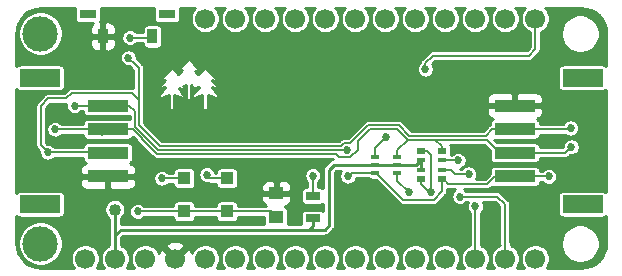
<source format=gtl>
G04 #@! TF.GenerationSoftware,KiCad,Pcbnew,(5.1.6-0-10_14)*
G04 #@! TF.CreationDate,2020-07-31T12:54:26-07:00*
G04 #@! TF.ProjectId,Stemma_Host_FeatherWing,5374656d-6d61-45f4-986f-73745f466561,v03*
G04 #@! TF.SameCoordinates,Original*
G04 #@! TF.FileFunction,Copper,L1,Top*
G04 #@! TF.FilePolarity,Positive*
%FSLAX46Y46*%
G04 Gerber Fmt 4.6, Leading zero omitted, Abs format (unit mm)*
G04 Created by KiCad (PCBNEW (5.1.6-0-10_14)) date 2020-07-31 12:54:26*
%MOMM*%
%LPD*%
G01*
G04 APERTURE LIST*
G04 #@! TA.AperFunction,SMDPad,CuDef*
%ADD10R,0.650000X0.400000*%
G04 #@! TD*
G04 #@! TA.AperFunction,SMDPad,CuDef*
%ADD11R,1.250000X1.000000*%
G04 #@! TD*
G04 #@! TA.AperFunction,ComponentPad*
%ADD12C,1.700000*%
G04 #@! TD*
G04 #@! TA.AperFunction,ComponentPad*
%ADD13C,3.000000*%
G04 #@! TD*
G04 #@! TA.AperFunction,SMDPad,CuDef*
%ADD14R,1.300000X0.700000*%
G04 #@! TD*
G04 #@! TA.AperFunction,SMDPad,CuDef*
%ADD15R,0.800000X0.500000*%
G04 #@! TD*
G04 #@! TA.AperFunction,SMDPad,CuDef*
%ADD16R,0.800000X0.400000*%
G04 #@! TD*
G04 #@! TA.AperFunction,SMDPad,CuDef*
%ADD17R,3.500000X1.000000*%
G04 #@! TD*
G04 #@! TA.AperFunction,SMDPad,CuDef*
%ADD18R,3.400000X1.500000*%
G04 #@! TD*
G04 #@! TA.AperFunction,SMDPad,CuDef*
%ADD19R,1.100000X1.100000*%
G04 #@! TD*
G04 #@! TA.AperFunction,SMDPad,CuDef*
%ADD20R,0.900000X1.270000*%
G04 #@! TD*
G04 #@! TA.AperFunction,SMDPad,CuDef*
%ADD21R,1.450000X0.800000*%
G04 #@! TD*
G04 #@! TA.AperFunction,ViaPad*
%ADD22C,0.685800*%
G04 #@! TD*
G04 #@! TA.AperFunction,ViaPad*
%ADD23C,1.016000*%
G04 #@! TD*
G04 #@! TA.AperFunction,Conductor*
%ADD24C,0.152400*%
G04 #@! TD*
G04 #@! TA.AperFunction,Conductor*
%ADD25C,0.254000*%
G04 #@! TD*
G04 APERTURE END LIST*
D10*
X138242000Y-96632000D03*
X138242000Y-97932000D03*
X140142000Y-97282000D03*
X138242000Y-97282000D03*
X140142000Y-97932000D03*
X140142000Y-96632000D03*
D11*
X129880683Y-99658746D03*
X129880683Y-101658746D03*
D12*
X113715001Y-105206001D03*
X116255001Y-105206001D03*
X118795001Y-105206001D03*
X121335001Y-105206001D03*
X123875001Y-105206001D03*
X126415001Y-105206001D03*
X128955001Y-105206001D03*
X131495001Y-105206001D03*
X134035001Y-105206001D03*
X136575001Y-105206001D03*
X139115001Y-105206001D03*
X141655001Y-105206001D03*
X144195001Y-105206001D03*
X146735001Y-105206001D03*
X149275001Y-105206001D03*
X151815001Y-105206001D03*
X123875001Y-84886001D03*
X126415001Y-84886001D03*
X128955001Y-84886001D03*
X131495001Y-84886001D03*
X134035001Y-84886001D03*
X136575001Y-84886001D03*
X139115001Y-84886001D03*
X141655001Y-84886001D03*
X144195001Y-84886001D03*
X146735001Y-84886001D03*
X149275001Y-84886001D03*
X151815001Y-84886001D03*
D13*
X109905001Y-103936001D03*
X109905001Y-86156001D03*
D14*
X132969000Y-99908746D03*
X132969000Y-101808746D03*
D15*
X143902000Y-98482000D03*
D16*
X143902000Y-97682000D03*
D15*
X143902000Y-96082000D03*
D16*
X143902000Y-96882000D03*
D15*
X142102000Y-98482000D03*
D16*
X142102000Y-96882000D03*
X142102000Y-97682000D03*
D15*
X142102000Y-96082000D03*
D17*
X115625000Y-92250000D03*
X115625000Y-94250000D03*
X115625000Y-96250000D03*
X115625000Y-98250000D03*
D18*
X109875000Y-89900000D03*
X109875000Y-100600000D03*
X155825000Y-89900000D03*
X155825000Y-100600000D03*
D17*
X150075000Y-92250000D03*
X150075000Y-94250000D03*
X150075000Y-96250000D03*
X150075000Y-98250000D03*
D19*
X122100000Y-98400000D03*
X122100000Y-101200000D03*
X125700000Y-101200000D03*
X125700000Y-98400000D03*
D20*
X119400000Y-86400000D03*
X115200000Y-86400000D03*
D21*
X113950000Y-84500000D03*
X120650000Y-84500000D03*
D22*
X147955000Y-102870000D03*
X150622000Y-102870000D03*
X140843000Y-92964000D03*
X146400000Y-89550000D03*
X150622000Y-86868000D03*
X113030000Y-85590000D03*
X112400000Y-103700000D03*
X153289000Y-87884000D03*
X153289000Y-102870000D03*
X121666000Y-85590000D03*
X127900000Y-97800000D03*
X146550000Y-96550000D03*
X137600000Y-89000000D03*
X125150000Y-86100000D03*
X141097000Y-99568000D03*
X146177000Y-98044000D03*
X139192000Y-94869000D03*
X145269000Y-96882000D03*
X142494000Y-89154000D03*
D23*
X116200000Y-101050000D03*
D22*
X135890000Y-96012000D03*
X135951000Y-98232000D03*
X112800000Y-92250000D03*
X152950000Y-98250000D03*
X111150000Y-94250000D03*
X154850000Y-95750000D03*
X143002000Y-99568000D03*
X118150000Y-101200000D03*
X117350000Y-88200000D03*
X110550000Y-96200000D03*
X154800000Y-94150000D03*
X132969000Y-98171000D03*
X146748501Y-100774499D03*
X145415000Y-99949000D03*
X120200000Y-98400000D03*
X123995190Y-98095190D03*
X117495190Y-86500000D03*
D24*
X143902000Y-97682000D02*
X144672000Y-97682000D01*
X144672000Y-97682000D02*
X145034000Y-98044000D01*
X145034000Y-98044000D02*
X146177000Y-98044000D01*
X141097000Y-99568000D02*
X141097000Y-99568000D01*
X146177000Y-98044000D02*
X146177000Y-98044000D01*
X140142000Y-98613000D02*
X140142000Y-97932000D01*
X141097000Y-99568000D02*
X140142000Y-98613000D01*
X139192000Y-94869000D02*
X139192000Y-94869000D01*
X143902000Y-96882000D02*
X145269000Y-96882000D01*
X145269000Y-96882000D02*
X145269000Y-96882000D01*
X142494000Y-88669067D02*
X143152067Y-88011000D01*
X142494000Y-89154000D02*
X142494000Y-88669067D01*
X143152067Y-88011000D02*
X151257000Y-88011000D01*
X151815001Y-87452999D02*
X151815001Y-84886001D01*
X151257000Y-88011000D02*
X151815001Y-87452999D01*
X138242000Y-95819000D02*
X139192000Y-94869000D01*
X138242000Y-96632000D02*
X138242000Y-95819000D01*
D25*
X116255001Y-103200999D02*
X116255001Y-105206001D01*
X116713000Y-102743000D02*
X116255001Y-103200999D01*
X120483429Y-102743000D02*
X116713000Y-102743000D01*
X142102000Y-97682000D02*
X142102000Y-96882000D01*
X141702000Y-97282000D02*
X140292000Y-97282000D01*
X142102000Y-96882000D02*
X141702000Y-97282000D01*
X140292000Y-97282000D02*
X138092000Y-97282000D01*
X134747000Y-97282000D02*
X138092000Y-97282000D01*
X134366000Y-97663000D02*
X134747000Y-97282000D01*
X134366000Y-102362000D02*
X134366000Y-97663000D01*
X133985000Y-102743000D02*
X134366000Y-102362000D01*
X132969000Y-102743000D02*
X133985000Y-102743000D01*
X122692429Y-102743000D02*
X122682000Y-102743000D01*
X122682000Y-102743000D02*
X120483429Y-102743000D01*
X125702937Y-102743000D02*
X124587000Y-102743000D01*
X124587000Y-102743000D02*
X122682000Y-102743000D01*
X132638746Y-102743000D02*
X132334000Y-102743000D01*
X132969000Y-102412746D02*
X132638746Y-102743000D01*
X132969000Y-101808746D02*
X132969000Y-102412746D01*
X125702937Y-102743000D02*
X132334000Y-102743000D01*
X132334000Y-102743000D02*
X132969000Y-102743000D01*
X116255001Y-101105001D02*
X116200000Y-101050000D01*
X116255001Y-105206001D02*
X116255001Y-101105001D01*
D24*
X144052000Y-98482000D02*
X143902000Y-98482000D01*
X144454400Y-98884400D02*
X144052000Y-98482000D01*
X147750200Y-98884400D02*
X144454400Y-98884400D01*
X148384600Y-98250000D02*
X147750200Y-98884400D01*
X150287000Y-98250000D02*
X148384600Y-98250000D01*
X135951000Y-98232000D02*
X135890000Y-98171000D01*
X135890000Y-96012000D02*
X135890000Y-96012000D01*
X135951000Y-98232000D02*
X135951000Y-98232000D01*
X150075000Y-98250000D02*
X151325000Y-98250000D01*
X136251000Y-97932000D02*
X135951000Y-98232000D01*
X138242000Y-97932000D02*
X136251000Y-97932000D01*
X138367000Y-97932000D02*
X138242000Y-97932000D01*
X140638000Y-100203000D02*
X138367000Y-97932000D01*
X143212822Y-100203000D02*
X140638000Y-100203000D01*
X143902000Y-99513822D02*
X143212822Y-100203000D01*
X143902000Y-98482000D02*
X143902000Y-99513822D01*
X112800000Y-92250000D02*
X115625000Y-92250000D01*
X117450000Y-92250000D02*
X115625000Y-92250000D01*
X117937500Y-92737500D02*
X117450000Y-92250000D01*
X117937500Y-94037500D02*
X117937500Y-92737500D01*
X119900000Y-96000000D02*
X117937500Y-94037500D01*
X119900000Y-96012000D02*
X119900000Y-96000000D01*
X135890000Y-96012000D02*
X119900000Y-96012000D01*
X150075000Y-98250000D02*
X152950000Y-98250000D01*
X152950000Y-98250000D02*
X152950000Y-98250000D01*
X150287000Y-96250000D02*
X151537000Y-96250000D01*
X143902000Y-95679600D02*
X143902000Y-96082000D01*
X143345400Y-95123000D02*
X143902000Y-95679600D01*
X141023600Y-95123000D02*
X143345400Y-95123000D01*
X115125000Y-94750000D02*
X115625000Y-94250000D01*
X137795000Y-94234000D02*
X140134600Y-94234000D01*
X136779000Y-95250000D02*
X137795000Y-94234000D01*
X136779000Y-95968822D02*
X136779000Y-95250000D01*
X136164321Y-96583501D02*
X136779000Y-95968822D01*
X115625000Y-94250000D02*
X117718934Y-94250000D01*
X117718934Y-94250000D02*
X118495191Y-95026257D01*
X118495191Y-95026257D02*
X118495191Y-95038257D01*
X118495191Y-95038257D02*
X119773744Y-96316810D01*
X140134600Y-94234000D02*
X141023600Y-95123000D01*
X119773744Y-96316810D02*
X134924810Y-96316810D01*
X135191501Y-96583501D02*
X136164321Y-96583501D01*
X134924810Y-96316810D02*
X135191501Y-96583501D01*
X143345400Y-95123000D02*
X146600000Y-95123000D01*
X148825000Y-96250000D02*
X150075000Y-96250000D01*
X147698000Y-95123000D02*
X148825000Y-96250000D01*
X141023600Y-95123000D02*
X147698000Y-95123000D01*
X140142000Y-96004600D02*
X141023600Y-95123000D01*
X140142000Y-96632000D02*
X140142000Y-96004600D01*
X111150000Y-94250000D02*
X113000000Y-94250000D01*
X113000000Y-94250000D02*
X115625000Y-94250000D01*
X112250000Y-94250000D02*
X113000000Y-94250000D01*
X154350000Y-96250000D02*
X154850000Y-95750000D01*
X150075000Y-96250000D02*
X154350000Y-96250000D01*
X142654400Y-96082000D02*
X143002000Y-96429600D01*
X142102000Y-96082000D02*
X142654400Y-96082000D01*
X143002000Y-96429600D02*
X143002000Y-99568000D01*
X142785600Y-99568000D02*
X143002000Y-99568000D01*
X142102000Y-98884400D02*
X142785600Y-99568000D01*
X142102000Y-98482000D02*
X142102000Y-98884400D01*
X143002000Y-99568000D02*
X143002000Y-99568000D01*
X150075000Y-94250000D02*
X150919362Y-94250000D01*
X119300000Y-101200000D02*
X122100000Y-101200000D01*
X122100000Y-101200000D02*
X125700000Y-101200000D01*
X129421937Y-101200000D02*
X129880683Y-101658746D01*
X125700000Y-101200000D02*
X129421937Y-101200000D01*
X118150000Y-101200000D02*
X119300000Y-101200000D01*
X115675000Y-96300000D02*
X115625000Y-96250000D01*
X115575000Y-96200000D02*
X115625000Y-96250000D01*
X110550000Y-96200000D02*
X115575000Y-96200000D01*
X118242310Y-89092310D02*
X117975000Y-88825000D01*
X120038256Y-95707190D02*
X118242310Y-93911244D01*
X135348988Y-95707190D02*
X120038256Y-95707190D01*
X136157435Y-95440499D02*
X135615679Y-95440499D01*
X135615679Y-95440499D02*
X135348988Y-95707190D01*
X137668744Y-93929190D02*
X136157435Y-95440499D01*
X140260857Y-93929191D02*
X137668744Y-93929190D01*
X141149856Y-94818190D02*
X140260857Y-93929191D01*
X147604410Y-94818190D02*
X141149856Y-94818190D01*
X148172600Y-94250000D02*
X147604410Y-94818190D01*
X117975000Y-88825000D02*
X117350000Y-88200000D01*
X150075000Y-94250000D02*
X148172600Y-94250000D01*
X110550000Y-96200000D02*
X109950000Y-95600000D01*
X109950000Y-95600000D02*
X109950000Y-92250000D01*
X109950000Y-92250000D02*
X110550000Y-91650000D01*
X110550000Y-91650000D02*
X111750000Y-91650000D01*
X111750000Y-91650000D02*
X112100000Y-91650000D01*
X112100000Y-91650000D02*
X112550000Y-91200000D01*
X112550000Y-91200000D02*
X117684620Y-91200000D01*
X117684620Y-91200000D02*
X118242310Y-91757690D01*
X118242310Y-91757690D02*
X118242310Y-89092310D01*
X118242310Y-93911244D02*
X118242310Y-91757690D01*
X154700000Y-94250000D02*
X154800000Y-94150000D01*
X150075000Y-94250000D02*
X154700000Y-94250000D01*
X132969000Y-99908746D02*
X132969000Y-99406346D01*
X132969000Y-99406346D02*
X132969000Y-98171000D01*
X132969000Y-98171000D02*
X132969000Y-98171000D01*
X146735001Y-100787999D02*
X146748501Y-100774499D01*
X146735001Y-105206001D02*
X146735001Y-100787999D01*
X149275001Y-104003920D02*
X149225000Y-103953919D01*
X149275001Y-105206001D02*
X149275001Y-104003920D01*
X149225000Y-103953919D02*
X149225000Y-100584000D01*
X148590000Y-99949000D02*
X145415000Y-99949000D01*
X149225000Y-100584000D02*
X148590000Y-99949000D01*
X120684933Y-98400000D02*
X122100000Y-98400000D01*
X120200000Y-98400000D02*
X120684933Y-98400000D01*
X124300000Y-98400000D02*
X123995190Y-98095190D01*
X125700000Y-98400000D02*
X124300000Y-98400000D01*
X119300000Y-86500000D02*
X119400000Y-86400000D01*
X117495190Y-86500000D02*
X119300000Y-86500000D01*
D25*
G36*
X135309488Y-97889105D02*
G01*
X135254919Y-98020846D01*
X135227100Y-98160702D01*
X135227100Y-98303298D01*
X135254919Y-98443154D01*
X135309488Y-98574895D01*
X135388710Y-98693460D01*
X135489540Y-98794290D01*
X135608105Y-98873512D01*
X135739846Y-98928081D01*
X135879702Y-98955900D01*
X136022298Y-98955900D01*
X136162154Y-98928081D01*
X136293895Y-98873512D01*
X136412460Y-98794290D01*
X136513290Y-98693460D01*
X136592512Y-98574895D01*
X136647081Y-98443154D01*
X136657813Y-98389200D01*
X137635201Y-98389200D01*
X137646289Y-98402711D01*
X137704304Y-98450322D01*
X137770492Y-98485701D01*
X137842311Y-98507487D01*
X137917000Y-98514843D01*
X138303266Y-98514843D01*
X140298830Y-100510408D01*
X140313147Y-100527853D01*
X140330592Y-100542170D01*
X140370974Y-100575311D01*
X140382764Y-100584987D01*
X140462191Y-100627441D01*
X140548373Y-100653585D01*
X140615540Y-100660200D01*
X140615549Y-100660200D01*
X140637999Y-100662411D01*
X140660449Y-100660200D01*
X143190372Y-100660200D01*
X143212822Y-100662411D01*
X143235272Y-100660200D01*
X143235282Y-100660200D01*
X143302449Y-100653585D01*
X143388631Y-100627441D01*
X143468058Y-100584987D01*
X143537675Y-100527853D01*
X143551996Y-100510403D01*
X144209408Y-99852992D01*
X144226853Y-99838675D01*
X144283987Y-99769058D01*
X144326441Y-99689631D01*
X144352585Y-99603449D01*
X144359200Y-99536282D01*
X144359200Y-99536272D01*
X144361411Y-99513822D01*
X144359200Y-99491372D01*
X144359200Y-99333294D01*
X144364773Y-99334985D01*
X144431940Y-99341600D01*
X144431948Y-99341600D01*
X144454400Y-99343811D01*
X144476852Y-99341600D01*
X145021052Y-99341600D01*
X144953540Y-99386710D01*
X144852710Y-99487540D01*
X144773488Y-99606105D01*
X144718919Y-99737846D01*
X144691100Y-99877702D01*
X144691100Y-100020298D01*
X144718919Y-100160154D01*
X144773488Y-100291895D01*
X144852710Y-100410460D01*
X144953540Y-100511290D01*
X145072105Y-100590512D01*
X145203846Y-100645081D01*
X145343702Y-100672900D01*
X145486298Y-100672900D01*
X145626154Y-100645081D01*
X145757895Y-100590512D01*
X145876460Y-100511290D01*
X145977290Y-100410460D01*
X145980136Y-100406200D01*
X146123963Y-100406200D01*
X146106989Y-100431604D01*
X146052420Y-100563345D01*
X146024601Y-100703201D01*
X146024601Y-100845797D01*
X146052420Y-100985653D01*
X146106989Y-101117394D01*
X146186211Y-101235959D01*
X146277802Y-101327550D01*
X146277801Y-104062955D01*
X146151904Y-104115103D01*
X145950284Y-104249821D01*
X145778821Y-104421284D01*
X145644103Y-104622904D01*
X145551308Y-104846932D01*
X145504001Y-105084758D01*
X145504001Y-105327244D01*
X145551308Y-105565070D01*
X145644103Y-105789098D01*
X145778821Y-105990718D01*
X145783103Y-105995000D01*
X145146899Y-105995000D01*
X145151181Y-105990718D01*
X145285899Y-105789098D01*
X145378694Y-105565070D01*
X145426001Y-105327244D01*
X145426001Y-105084758D01*
X145378694Y-104846932D01*
X145285899Y-104622904D01*
X145151181Y-104421284D01*
X144979718Y-104249821D01*
X144778098Y-104115103D01*
X144554070Y-104022308D01*
X144316244Y-103975001D01*
X144073758Y-103975001D01*
X143835932Y-104022308D01*
X143611904Y-104115103D01*
X143410284Y-104249821D01*
X143238821Y-104421284D01*
X143104103Y-104622904D01*
X143011308Y-104846932D01*
X142964001Y-105084758D01*
X142964001Y-105327244D01*
X143011308Y-105565070D01*
X143104103Y-105789098D01*
X143238821Y-105990718D01*
X143243103Y-105995000D01*
X142606899Y-105995000D01*
X142611181Y-105990718D01*
X142745899Y-105789098D01*
X142838694Y-105565070D01*
X142886001Y-105327244D01*
X142886001Y-105084758D01*
X142838694Y-104846932D01*
X142745899Y-104622904D01*
X142611181Y-104421284D01*
X142439718Y-104249821D01*
X142238098Y-104115103D01*
X142014070Y-104022308D01*
X141776244Y-103975001D01*
X141533758Y-103975001D01*
X141295932Y-104022308D01*
X141071904Y-104115103D01*
X140870284Y-104249821D01*
X140698821Y-104421284D01*
X140564103Y-104622904D01*
X140471308Y-104846932D01*
X140424001Y-105084758D01*
X140424001Y-105327244D01*
X140471308Y-105565070D01*
X140564103Y-105789098D01*
X140698821Y-105990718D01*
X140703103Y-105995000D01*
X140066899Y-105995000D01*
X140071181Y-105990718D01*
X140205899Y-105789098D01*
X140298694Y-105565070D01*
X140346001Y-105327244D01*
X140346001Y-105084758D01*
X140298694Y-104846932D01*
X140205899Y-104622904D01*
X140071181Y-104421284D01*
X139899718Y-104249821D01*
X139698098Y-104115103D01*
X139474070Y-104022308D01*
X139236244Y-103975001D01*
X138993758Y-103975001D01*
X138755932Y-104022308D01*
X138531904Y-104115103D01*
X138330284Y-104249821D01*
X138158821Y-104421284D01*
X138024103Y-104622904D01*
X137931308Y-104846932D01*
X137884001Y-105084758D01*
X137884001Y-105327244D01*
X137931308Y-105565070D01*
X138024103Y-105789098D01*
X138158821Y-105990718D01*
X138163103Y-105995000D01*
X137526899Y-105995000D01*
X137531181Y-105990718D01*
X137665899Y-105789098D01*
X137758694Y-105565070D01*
X137806001Y-105327244D01*
X137806001Y-105084758D01*
X137758694Y-104846932D01*
X137665899Y-104622904D01*
X137531181Y-104421284D01*
X137359718Y-104249821D01*
X137158098Y-104115103D01*
X136934070Y-104022308D01*
X136696244Y-103975001D01*
X136453758Y-103975001D01*
X136215932Y-104022308D01*
X135991904Y-104115103D01*
X135790284Y-104249821D01*
X135618821Y-104421284D01*
X135484103Y-104622904D01*
X135391308Y-104846932D01*
X135344001Y-105084758D01*
X135344001Y-105327244D01*
X135391308Y-105565070D01*
X135484103Y-105789098D01*
X135618821Y-105990718D01*
X135623103Y-105995000D01*
X134986899Y-105995000D01*
X134991181Y-105990718D01*
X135125899Y-105789098D01*
X135218694Y-105565070D01*
X135266001Y-105327244D01*
X135266001Y-105084758D01*
X135218694Y-104846932D01*
X135125899Y-104622904D01*
X134991181Y-104421284D01*
X134819718Y-104249821D01*
X134618098Y-104115103D01*
X134394070Y-104022308D01*
X134156244Y-103975001D01*
X133913758Y-103975001D01*
X133675932Y-104022308D01*
X133451904Y-104115103D01*
X133250284Y-104249821D01*
X133078821Y-104421284D01*
X132944103Y-104622904D01*
X132851308Y-104846932D01*
X132804001Y-105084758D01*
X132804001Y-105327244D01*
X132851308Y-105565070D01*
X132944103Y-105789098D01*
X133078821Y-105990718D01*
X133083103Y-105995000D01*
X132446899Y-105995000D01*
X132451181Y-105990718D01*
X132585899Y-105789098D01*
X132678694Y-105565070D01*
X132726001Y-105327244D01*
X132726001Y-105084758D01*
X132678694Y-104846932D01*
X132585899Y-104622904D01*
X132451181Y-104421284D01*
X132279718Y-104249821D01*
X132078098Y-104115103D01*
X131854070Y-104022308D01*
X131616244Y-103975001D01*
X131373758Y-103975001D01*
X131135932Y-104022308D01*
X130911904Y-104115103D01*
X130710284Y-104249821D01*
X130538821Y-104421284D01*
X130404103Y-104622904D01*
X130311308Y-104846932D01*
X130264001Y-105084758D01*
X130264001Y-105327244D01*
X130311308Y-105565070D01*
X130404103Y-105789098D01*
X130538821Y-105990718D01*
X130543103Y-105995000D01*
X129906899Y-105995000D01*
X129911181Y-105990718D01*
X130045899Y-105789098D01*
X130138694Y-105565070D01*
X130186001Y-105327244D01*
X130186001Y-105084758D01*
X130138694Y-104846932D01*
X130045899Y-104622904D01*
X129911181Y-104421284D01*
X129739718Y-104249821D01*
X129538098Y-104115103D01*
X129314070Y-104022308D01*
X129076244Y-103975001D01*
X128833758Y-103975001D01*
X128595932Y-104022308D01*
X128371904Y-104115103D01*
X128170284Y-104249821D01*
X127998821Y-104421284D01*
X127864103Y-104622904D01*
X127771308Y-104846932D01*
X127724001Y-105084758D01*
X127724001Y-105327244D01*
X127771308Y-105565070D01*
X127864103Y-105789098D01*
X127998821Y-105990718D01*
X128003103Y-105995000D01*
X127366899Y-105995000D01*
X127371181Y-105990718D01*
X127505899Y-105789098D01*
X127598694Y-105565070D01*
X127646001Y-105327244D01*
X127646001Y-105084758D01*
X127598694Y-104846932D01*
X127505899Y-104622904D01*
X127371181Y-104421284D01*
X127199718Y-104249821D01*
X126998098Y-104115103D01*
X126774070Y-104022308D01*
X126536244Y-103975001D01*
X126293758Y-103975001D01*
X126055932Y-104022308D01*
X125831904Y-104115103D01*
X125630284Y-104249821D01*
X125458821Y-104421284D01*
X125324103Y-104622904D01*
X125231308Y-104846932D01*
X125184001Y-105084758D01*
X125184001Y-105327244D01*
X125231308Y-105565070D01*
X125324103Y-105789098D01*
X125458821Y-105990718D01*
X125463103Y-105995000D01*
X124826899Y-105995000D01*
X124831181Y-105990718D01*
X124965899Y-105789098D01*
X125058694Y-105565070D01*
X125106001Y-105327244D01*
X125106001Y-105084758D01*
X125058694Y-104846932D01*
X124965899Y-104622904D01*
X124831181Y-104421284D01*
X124659718Y-104249821D01*
X124458098Y-104115103D01*
X124234070Y-104022308D01*
X123996244Y-103975001D01*
X123753758Y-103975001D01*
X123515932Y-104022308D01*
X123291904Y-104115103D01*
X123090284Y-104249821D01*
X122918821Y-104421284D01*
X122784103Y-104622904D01*
X122740853Y-104727318D01*
X122685920Y-104572254D01*
X122612473Y-104434844D01*
X122363398Y-104357209D01*
X121514606Y-105206001D01*
X121528749Y-105220144D01*
X121349144Y-105399749D01*
X121335001Y-105385606D01*
X121320859Y-105399749D01*
X121141254Y-105220144D01*
X121155396Y-105206001D01*
X120306604Y-104357209D01*
X120057529Y-104434844D01*
X119931630Y-104698884D01*
X119926212Y-104720229D01*
X119885899Y-104622904D01*
X119751181Y-104421284D01*
X119579718Y-104249821D01*
X119471638Y-104177604D01*
X120486209Y-104177604D01*
X121335001Y-105026396D01*
X122183793Y-104177604D01*
X122106158Y-103928529D01*
X121842118Y-103802630D01*
X121558590Y-103730662D01*
X121266470Y-103715390D01*
X120976982Y-103757402D01*
X120701254Y-103855082D01*
X120563844Y-103928529D01*
X120486209Y-104177604D01*
X119471638Y-104177604D01*
X119378098Y-104115103D01*
X119154070Y-104022308D01*
X118916244Y-103975001D01*
X118673758Y-103975001D01*
X118435932Y-104022308D01*
X118211904Y-104115103D01*
X118010284Y-104249821D01*
X117838821Y-104421284D01*
X117704103Y-104622904D01*
X117611308Y-104846932D01*
X117564001Y-105084758D01*
X117564001Y-105327244D01*
X117611308Y-105565070D01*
X117704103Y-105789098D01*
X117838821Y-105990718D01*
X117843103Y-105995000D01*
X117206899Y-105995000D01*
X117211181Y-105990718D01*
X117345899Y-105789098D01*
X117438694Y-105565070D01*
X117486001Y-105327244D01*
X117486001Y-105084758D01*
X117438694Y-104846932D01*
X117345899Y-104622904D01*
X117211181Y-104421284D01*
X117039718Y-104249821D01*
X116838098Y-104115103D01*
X116763001Y-104083997D01*
X116763001Y-103411419D01*
X116923421Y-103251000D01*
X132613802Y-103251000D01*
X132638746Y-103253457D01*
X132663690Y-103251000D01*
X133960056Y-103251000D01*
X133985000Y-103253457D01*
X134009944Y-103251000D01*
X134009947Y-103251000D01*
X134084585Y-103243649D01*
X134180343Y-103214601D01*
X134268595Y-103167429D01*
X134345948Y-103103948D01*
X134361854Y-103084566D01*
X134707570Y-102738851D01*
X134726948Y-102722948D01*
X134745624Y-102700190D01*
X134790429Y-102645596D01*
X134837600Y-102557345D01*
X134840539Y-102547657D01*
X134866649Y-102461585D01*
X134874000Y-102386947D01*
X134874000Y-102386945D01*
X134876457Y-102362001D01*
X134874000Y-102337057D01*
X134874000Y-97873420D01*
X134957421Y-97790000D01*
X135375707Y-97790000D01*
X135309488Y-97889105D01*
G37*
X135309488Y-97889105D02*
X135254919Y-98020846D01*
X135227100Y-98160702D01*
X135227100Y-98303298D01*
X135254919Y-98443154D01*
X135309488Y-98574895D01*
X135388710Y-98693460D01*
X135489540Y-98794290D01*
X135608105Y-98873512D01*
X135739846Y-98928081D01*
X135879702Y-98955900D01*
X136022298Y-98955900D01*
X136162154Y-98928081D01*
X136293895Y-98873512D01*
X136412460Y-98794290D01*
X136513290Y-98693460D01*
X136592512Y-98574895D01*
X136647081Y-98443154D01*
X136657813Y-98389200D01*
X137635201Y-98389200D01*
X137646289Y-98402711D01*
X137704304Y-98450322D01*
X137770492Y-98485701D01*
X137842311Y-98507487D01*
X137917000Y-98514843D01*
X138303266Y-98514843D01*
X140298830Y-100510408D01*
X140313147Y-100527853D01*
X140330592Y-100542170D01*
X140370974Y-100575311D01*
X140382764Y-100584987D01*
X140462191Y-100627441D01*
X140548373Y-100653585D01*
X140615540Y-100660200D01*
X140615549Y-100660200D01*
X140637999Y-100662411D01*
X140660449Y-100660200D01*
X143190372Y-100660200D01*
X143212822Y-100662411D01*
X143235272Y-100660200D01*
X143235282Y-100660200D01*
X143302449Y-100653585D01*
X143388631Y-100627441D01*
X143468058Y-100584987D01*
X143537675Y-100527853D01*
X143551996Y-100510403D01*
X144209408Y-99852992D01*
X144226853Y-99838675D01*
X144283987Y-99769058D01*
X144326441Y-99689631D01*
X144352585Y-99603449D01*
X144359200Y-99536282D01*
X144359200Y-99536272D01*
X144361411Y-99513822D01*
X144359200Y-99491372D01*
X144359200Y-99333294D01*
X144364773Y-99334985D01*
X144431940Y-99341600D01*
X144431948Y-99341600D01*
X144454400Y-99343811D01*
X144476852Y-99341600D01*
X145021052Y-99341600D01*
X144953540Y-99386710D01*
X144852710Y-99487540D01*
X144773488Y-99606105D01*
X144718919Y-99737846D01*
X144691100Y-99877702D01*
X144691100Y-100020298D01*
X144718919Y-100160154D01*
X144773488Y-100291895D01*
X144852710Y-100410460D01*
X144953540Y-100511290D01*
X145072105Y-100590512D01*
X145203846Y-100645081D01*
X145343702Y-100672900D01*
X145486298Y-100672900D01*
X145626154Y-100645081D01*
X145757895Y-100590512D01*
X145876460Y-100511290D01*
X145977290Y-100410460D01*
X145980136Y-100406200D01*
X146123963Y-100406200D01*
X146106989Y-100431604D01*
X146052420Y-100563345D01*
X146024601Y-100703201D01*
X146024601Y-100845797D01*
X146052420Y-100985653D01*
X146106989Y-101117394D01*
X146186211Y-101235959D01*
X146277802Y-101327550D01*
X146277801Y-104062955D01*
X146151904Y-104115103D01*
X145950284Y-104249821D01*
X145778821Y-104421284D01*
X145644103Y-104622904D01*
X145551308Y-104846932D01*
X145504001Y-105084758D01*
X145504001Y-105327244D01*
X145551308Y-105565070D01*
X145644103Y-105789098D01*
X145778821Y-105990718D01*
X145783103Y-105995000D01*
X145146899Y-105995000D01*
X145151181Y-105990718D01*
X145285899Y-105789098D01*
X145378694Y-105565070D01*
X145426001Y-105327244D01*
X145426001Y-105084758D01*
X145378694Y-104846932D01*
X145285899Y-104622904D01*
X145151181Y-104421284D01*
X144979718Y-104249821D01*
X144778098Y-104115103D01*
X144554070Y-104022308D01*
X144316244Y-103975001D01*
X144073758Y-103975001D01*
X143835932Y-104022308D01*
X143611904Y-104115103D01*
X143410284Y-104249821D01*
X143238821Y-104421284D01*
X143104103Y-104622904D01*
X143011308Y-104846932D01*
X142964001Y-105084758D01*
X142964001Y-105327244D01*
X143011308Y-105565070D01*
X143104103Y-105789098D01*
X143238821Y-105990718D01*
X143243103Y-105995000D01*
X142606899Y-105995000D01*
X142611181Y-105990718D01*
X142745899Y-105789098D01*
X142838694Y-105565070D01*
X142886001Y-105327244D01*
X142886001Y-105084758D01*
X142838694Y-104846932D01*
X142745899Y-104622904D01*
X142611181Y-104421284D01*
X142439718Y-104249821D01*
X142238098Y-104115103D01*
X142014070Y-104022308D01*
X141776244Y-103975001D01*
X141533758Y-103975001D01*
X141295932Y-104022308D01*
X141071904Y-104115103D01*
X140870284Y-104249821D01*
X140698821Y-104421284D01*
X140564103Y-104622904D01*
X140471308Y-104846932D01*
X140424001Y-105084758D01*
X140424001Y-105327244D01*
X140471308Y-105565070D01*
X140564103Y-105789098D01*
X140698821Y-105990718D01*
X140703103Y-105995000D01*
X140066899Y-105995000D01*
X140071181Y-105990718D01*
X140205899Y-105789098D01*
X140298694Y-105565070D01*
X140346001Y-105327244D01*
X140346001Y-105084758D01*
X140298694Y-104846932D01*
X140205899Y-104622904D01*
X140071181Y-104421284D01*
X139899718Y-104249821D01*
X139698098Y-104115103D01*
X139474070Y-104022308D01*
X139236244Y-103975001D01*
X138993758Y-103975001D01*
X138755932Y-104022308D01*
X138531904Y-104115103D01*
X138330284Y-104249821D01*
X138158821Y-104421284D01*
X138024103Y-104622904D01*
X137931308Y-104846932D01*
X137884001Y-105084758D01*
X137884001Y-105327244D01*
X137931308Y-105565070D01*
X138024103Y-105789098D01*
X138158821Y-105990718D01*
X138163103Y-105995000D01*
X137526899Y-105995000D01*
X137531181Y-105990718D01*
X137665899Y-105789098D01*
X137758694Y-105565070D01*
X137806001Y-105327244D01*
X137806001Y-105084758D01*
X137758694Y-104846932D01*
X137665899Y-104622904D01*
X137531181Y-104421284D01*
X137359718Y-104249821D01*
X137158098Y-104115103D01*
X136934070Y-104022308D01*
X136696244Y-103975001D01*
X136453758Y-103975001D01*
X136215932Y-104022308D01*
X135991904Y-104115103D01*
X135790284Y-104249821D01*
X135618821Y-104421284D01*
X135484103Y-104622904D01*
X135391308Y-104846932D01*
X135344001Y-105084758D01*
X135344001Y-105327244D01*
X135391308Y-105565070D01*
X135484103Y-105789098D01*
X135618821Y-105990718D01*
X135623103Y-105995000D01*
X134986899Y-105995000D01*
X134991181Y-105990718D01*
X135125899Y-105789098D01*
X135218694Y-105565070D01*
X135266001Y-105327244D01*
X135266001Y-105084758D01*
X135218694Y-104846932D01*
X135125899Y-104622904D01*
X134991181Y-104421284D01*
X134819718Y-104249821D01*
X134618098Y-104115103D01*
X134394070Y-104022308D01*
X134156244Y-103975001D01*
X133913758Y-103975001D01*
X133675932Y-104022308D01*
X133451904Y-104115103D01*
X133250284Y-104249821D01*
X133078821Y-104421284D01*
X132944103Y-104622904D01*
X132851308Y-104846932D01*
X132804001Y-105084758D01*
X132804001Y-105327244D01*
X132851308Y-105565070D01*
X132944103Y-105789098D01*
X133078821Y-105990718D01*
X133083103Y-105995000D01*
X132446899Y-105995000D01*
X132451181Y-105990718D01*
X132585899Y-105789098D01*
X132678694Y-105565070D01*
X132726001Y-105327244D01*
X132726001Y-105084758D01*
X132678694Y-104846932D01*
X132585899Y-104622904D01*
X132451181Y-104421284D01*
X132279718Y-104249821D01*
X132078098Y-104115103D01*
X131854070Y-104022308D01*
X131616244Y-103975001D01*
X131373758Y-103975001D01*
X131135932Y-104022308D01*
X130911904Y-104115103D01*
X130710284Y-104249821D01*
X130538821Y-104421284D01*
X130404103Y-104622904D01*
X130311308Y-104846932D01*
X130264001Y-105084758D01*
X130264001Y-105327244D01*
X130311308Y-105565070D01*
X130404103Y-105789098D01*
X130538821Y-105990718D01*
X130543103Y-105995000D01*
X129906899Y-105995000D01*
X129911181Y-105990718D01*
X130045899Y-105789098D01*
X130138694Y-105565070D01*
X130186001Y-105327244D01*
X130186001Y-105084758D01*
X130138694Y-104846932D01*
X130045899Y-104622904D01*
X129911181Y-104421284D01*
X129739718Y-104249821D01*
X129538098Y-104115103D01*
X129314070Y-104022308D01*
X129076244Y-103975001D01*
X128833758Y-103975001D01*
X128595932Y-104022308D01*
X128371904Y-104115103D01*
X128170284Y-104249821D01*
X127998821Y-104421284D01*
X127864103Y-104622904D01*
X127771308Y-104846932D01*
X127724001Y-105084758D01*
X127724001Y-105327244D01*
X127771308Y-105565070D01*
X127864103Y-105789098D01*
X127998821Y-105990718D01*
X128003103Y-105995000D01*
X127366899Y-105995000D01*
X127371181Y-105990718D01*
X127505899Y-105789098D01*
X127598694Y-105565070D01*
X127646001Y-105327244D01*
X127646001Y-105084758D01*
X127598694Y-104846932D01*
X127505899Y-104622904D01*
X127371181Y-104421284D01*
X127199718Y-104249821D01*
X126998098Y-104115103D01*
X126774070Y-104022308D01*
X126536244Y-103975001D01*
X126293758Y-103975001D01*
X126055932Y-104022308D01*
X125831904Y-104115103D01*
X125630284Y-104249821D01*
X125458821Y-104421284D01*
X125324103Y-104622904D01*
X125231308Y-104846932D01*
X125184001Y-105084758D01*
X125184001Y-105327244D01*
X125231308Y-105565070D01*
X125324103Y-105789098D01*
X125458821Y-105990718D01*
X125463103Y-105995000D01*
X124826899Y-105995000D01*
X124831181Y-105990718D01*
X124965899Y-105789098D01*
X125058694Y-105565070D01*
X125106001Y-105327244D01*
X125106001Y-105084758D01*
X125058694Y-104846932D01*
X124965899Y-104622904D01*
X124831181Y-104421284D01*
X124659718Y-104249821D01*
X124458098Y-104115103D01*
X124234070Y-104022308D01*
X123996244Y-103975001D01*
X123753758Y-103975001D01*
X123515932Y-104022308D01*
X123291904Y-104115103D01*
X123090284Y-104249821D01*
X122918821Y-104421284D01*
X122784103Y-104622904D01*
X122740853Y-104727318D01*
X122685920Y-104572254D01*
X122612473Y-104434844D01*
X122363398Y-104357209D01*
X121514606Y-105206001D01*
X121528749Y-105220144D01*
X121349144Y-105399749D01*
X121335001Y-105385606D01*
X121320859Y-105399749D01*
X121141254Y-105220144D01*
X121155396Y-105206001D01*
X120306604Y-104357209D01*
X120057529Y-104434844D01*
X119931630Y-104698884D01*
X119926212Y-104720229D01*
X119885899Y-104622904D01*
X119751181Y-104421284D01*
X119579718Y-104249821D01*
X119471638Y-104177604D01*
X120486209Y-104177604D01*
X121335001Y-105026396D01*
X122183793Y-104177604D01*
X122106158Y-103928529D01*
X121842118Y-103802630D01*
X121558590Y-103730662D01*
X121266470Y-103715390D01*
X120976982Y-103757402D01*
X120701254Y-103855082D01*
X120563844Y-103928529D01*
X120486209Y-104177604D01*
X119471638Y-104177604D01*
X119378098Y-104115103D01*
X119154070Y-104022308D01*
X118916244Y-103975001D01*
X118673758Y-103975001D01*
X118435932Y-104022308D01*
X118211904Y-104115103D01*
X118010284Y-104249821D01*
X117838821Y-104421284D01*
X117704103Y-104622904D01*
X117611308Y-104846932D01*
X117564001Y-105084758D01*
X117564001Y-105327244D01*
X117611308Y-105565070D01*
X117704103Y-105789098D01*
X117838821Y-105990718D01*
X117843103Y-105995000D01*
X117206899Y-105995000D01*
X117211181Y-105990718D01*
X117345899Y-105789098D01*
X117438694Y-105565070D01*
X117486001Y-105327244D01*
X117486001Y-105084758D01*
X117438694Y-104846932D01*
X117345899Y-104622904D01*
X117211181Y-104421284D01*
X117039718Y-104249821D01*
X116838098Y-104115103D01*
X116763001Y-104083997D01*
X116763001Y-103411419D01*
X116923421Y-103251000D01*
X132613802Y-103251000D01*
X132638746Y-103253457D01*
X132663690Y-103251000D01*
X133960056Y-103251000D01*
X133985000Y-103253457D01*
X134009944Y-103251000D01*
X134009947Y-103251000D01*
X134084585Y-103243649D01*
X134180343Y-103214601D01*
X134268595Y-103167429D01*
X134345948Y-103103948D01*
X134361854Y-103084566D01*
X134707570Y-102738851D01*
X134726948Y-102722948D01*
X134745624Y-102700190D01*
X134790429Y-102645596D01*
X134837600Y-102557345D01*
X134840539Y-102547657D01*
X134866649Y-102461585D01*
X134874000Y-102386947D01*
X134874000Y-102386945D01*
X134876457Y-102362001D01*
X134874000Y-102337057D01*
X134874000Y-97873420D01*
X134957421Y-97790000D01*
X135375707Y-97790000D01*
X135309488Y-97889105D01*
G36*
X112849513Y-84025311D02*
G01*
X112842157Y-84100000D01*
X112842157Y-84900000D01*
X112849513Y-84974689D01*
X112871299Y-85046508D01*
X112906678Y-85112696D01*
X112954289Y-85170711D01*
X113012304Y-85218322D01*
X113078492Y-85253701D01*
X113150311Y-85275487D01*
X113225000Y-85282843D01*
X114336555Y-85282843D01*
X114298815Y-85313815D01*
X114219463Y-85410506D01*
X114160498Y-85520820D01*
X114124188Y-85640518D01*
X114111928Y-85765000D01*
X114115000Y-86114250D01*
X114273750Y-86273000D01*
X115073000Y-86273000D01*
X115073000Y-85288750D01*
X115327000Y-85288750D01*
X115327000Y-86273000D01*
X116126250Y-86273000D01*
X116285000Y-86114250D01*
X116288072Y-85765000D01*
X116275812Y-85640518D01*
X116239502Y-85520820D01*
X116180537Y-85410506D01*
X116101185Y-85313815D01*
X116004494Y-85234463D01*
X115894180Y-85175498D01*
X115774482Y-85139188D01*
X115650000Y-85126928D01*
X115485750Y-85130000D01*
X115327000Y-85288750D01*
X115073000Y-85288750D01*
X114949880Y-85165630D01*
X114993322Y-85112696D01*
X115028701Y-85046508D01*
X115050487Y-84974689D01*
X115057843Y-84900000D01*
X115057843Y-84100000D01*
X115050487Y-84025311D01*
X115041899Y-83997000D01*
X119558101Y-83997000D01*
X119549513Y-84025311D01*
X119542157Y-84100000D01*
X119542157Y-84900000D01*
X119549513Y-84974689D01*
X119571299Y-85046508D01*
X119606678Y-85112696D01*
X119654289Y-85170711D01*
X119712304Y-85218322D01*
X119778492Y-85253701D01*
X119850311Y-85275487D01*
X119925000Y-85282843D01*
X121375000Y-85282843D01*
X121449689Y-85275487D01*
X121521508Y-85253701D01*
X121587696Y-85218322D01*
X121645711Y-85170711D01*
X121693322Y-85112696D01*
X121728701Y-85046508D01*
X121750487Y-84974689D01*
X121757843Y-84900000D01*
X121757843Y-84100000D01*
X121750487Y-84025311D01*
X121741899Y-83997000D01*
X123023105Y-83997000D01*
X122918821Y-84101284D01*
X122784103Y-84302904D01*
X122691308Y-84526932D01*
X122644001Y-84764758D01*
X122644001Y-85007244D01*
X122691308Y-85245070D01*
X122784103Y-85469098D01*
X122918821Y-85670718D01*
X123090284Y-85842181D01*
X123291904Y-85976899D01*
X123515932Y-86069694D01*
X123753758Y-86117001D01*
X123996244Y-86117001D01*
X124234070Y-86069694D01*
X124458098Y-85976899D01*
X124659718Y-85842181D01*
X124831181Y-85670718D01*
X124965899Y-85469098D01*
X125058694Y-85245070D01*
X125106001Y-85007244D01*
X125106001Y-84764758D01*
X125058694Y-84526932D01*
X124965899Y-84302904D01*
X124831181Y-84101284D01*
X124726897Y-83997000D01*
X125563105Y-83997000D01*
X125458821Y-84101284D01*
X125324103Y-84302904D01*
X125231308Y-84526932D01*
X125184001Y-84764758D01*
X125184001Y-85007244D01*
X125231308Y-85245070D01*
X125324103Y-85469098D01*
X125458821Y-85670718D01*
X125630284Y-85842181D01*
X125831904Y-85976899D01*
X126055932Y-86069694D01*
X126293758Y-86117001D01*
X126536244Y-86117001D01*
X126774070Y-86069694D01*
X126998098Y-85976899D01*
X127199718Y-85842181D01*
X127371181Y-85670718D01*
X127505899Y-85469098D01*
X127598694Y-85245070D01*
X127646001Y-85007244D01*
X127646001Y-84764758D01*
X127598694Y-84526932D01*
X127505899Y-84302904D01*
X127371181Y-84101284D01*
X127266897Y-83997000D01*
X128103105Y-83997000D01*
X127998821Y-84101284D01*
X127864103Y-84302904D01*
X127771308Y-84526932D01*
X127724001Y-84764758D01*
X127724001Y-85007244D01*
X127771308Y-85245070D01*
X127864103Y-85469098D01*
X127998821Y-85670718D01*
X128170284Y-85842181D01*
X128371904Y-85976899D01*
X128595932Y-86069694D01*
X128833758Y-86117001D01*
X129076244Y-86117001D01*
X129314070Y-86069694D01*
X129538098Y-85976899D01*
X129739718Y-85842181D01*
X129911181Y-85670718D01*
X130045899Y-85469098D01*
X130138694Y-85245070D01*
X130186001Y-85007244D01*
X130186001Y-84764758D01*
X130138694Y-84526932D01*
X130045899Y-84302904D01*
X129911181Y-84101284D01*
X129806897Y-83997000D01*
X130643105Y-83997000D01*
X130538821Y-84101284D01*
X130404103Y-84302904D01*
X130311308Y-84526932D01*
X130264001Y-84764758D01*
X130264001Y-85007244D01*
X130311308Y-85245070D01*
X130404103Y-85469098D01*
X130538821Y-85670718D01*
X130710284Y-85842181D01*
X130911904Y-85976899D01*
X131135932Y-86069694D01*
X131373758Y-86117001D01*
X131616244Y-86117001D01*
X131854070Y-86069694D01*
X132078098Y-85976899D01*
X132279718Y-85842181D01*
X132451181Y-85670718D01*
X132585899Y-85469098D01*
X132678694Y-85245070D01*
X132726001Y-85007244D01*
X132726001Y-84764758D01*
X132678694Y-84526932D01*
X132585899Y-84302904D01*
X132451181Y-84101284D01*
X132346897Y-83997000D01*
X133183105Y-83997000D01*
X133078821Y-84101284D01*
X132944103Y-84302904D01*
X132851308Y-84526932D01*
X132804001Y-84764758D01*
X132804001Y-85007244D01*
X132851308Y-85245070D01*
X132944103Y-85469098D01*
X133078821Y-85670718D01*
X133250284Y-85842181D01*
X133451904Y-85976899D01*
X133675932Y-86069694D01*
X133913758Y-86117001D01*
X134156244Y-86117001D01*
X134394070Y-86069694D01*
X134618098Y-85976899D01*
X134819718Y-85842181D01*
X134991181Y-85670718D01*
X135125899Y-85469098D01*
X135218694Y-85245070D01*
X135266001Y-85007244D01*
X135266001Y-84764758D01*
X135218694Y-84526932D01*
X135125899Y-84302904D01*
X134991181Y-84101284D01*
X134886897Y-83997000D01*
X135723105Y-83997000D01*
X135618821Y-84101284D01*
X135484103Y-84302904D01*
X135391308Y-84526932D01*
X135344001Y-84764758D01*
X135344001Y-85007244D01*
X135391308Y-85245070D01*
X135484103Y-85469098D01*
X135618821Y-85670718D01*
X135790284Y-85842181D01*
X135991904Y-85976899D01*
X136215932Y-86069694D01*
X136453758Y-86117001D01*
X136696244Y-86117001D01*
X136934070Y-86069694D01*
X137158098Y-85976899D01*
X137359718Y-85842181D01*
X137531181Y-85670718D01*
X137665899Y-85469098D01*
X137758694Y-85245070D01*
X137806001Y-85007244D01*
X137806001Y-84764758D01*
X137758694Y-84526932D01*
X137665899Y-84302904D01*
X137531181Y-84101284D01*
X137426897Y-83997000D01*
X138263105Y-83997000D01*
X138158821Y-84101284D01*
X138024103Y-84302904D01*
X137931308Y-84526932D01*
X137884001Y-84764758D01*
X137884001Y-85007244D01*
X137931308Y-85245070D01*
X138024103Y-85469098D01*
X138158821Y-85670718D01*
X138330284Y-85842181D01*
X138531904Y-85976899D01*
X138755932Y-86069694D01*
X138993758Y-86117001D01*
X139236244Y-86117001D01*
X139474070Y-86069694D01*
X139698098Y-85976899D01*
X139899718Y-85842181D01*
X140071181Y-85670718D01*
X140205899Y-85469098D01*
X140298694Y-85245070D01*
X140346001Y-85007244D01*
X140346001Y-84764758D01*
X140298694Y-84526932D01*
X140205899Y-84302904D01*
X140071181Y-84101284D01*
X139966897Y-83997000D01*
X140803105Y-83997000D01*
X140698821Y-84101284D01*
X140564103Y-84302904D01*
X140471308Y-84526932D01*
X140424001Y-84764758D01*
X140424001Y-85007244D01*
X140471308Y-85245070D01*
X140564103Y-85469098D01*
X140698821Y-85670718D01*
X140870284Y-85842181D01*
X141071904Y-85976899D01*
X141295932Y-86069694D01*
X141533758Y-86117001D01*
X141776244Y-86117001D01*
X142014070Y-86069694D01*
X142238098Y-85976899D01*
X142439718Y-85842181D01*
X142611181Y-85670718D01*
X142745899Y-85469098D01*
X142838694Y-85245070D01*
X142886001Y-85007244D01*
X142886001Y-84764758D01*
X142838694Y-84526932D01*
X142745899Y-84302904D01*
X142611181Y-84101284D01*
X142506897Y-83997000D01*
X143343105Y-83997000D01*
X143238821Y-84101284D01*
X143104103Y-84302904D01*
X143011308Y-84526932D01*
X142964001Y-84764758D01*
X142964001Y-85007244D01*
X143011308Y-85245070D01*
X143104103Y-85469098D01*
X143238821Y-85670718D01*
X143410284Y-85842181D01*
X143611904Y-85976899D01*
X143835932Y-86069694D01*
X144073758Y-86117001D01*
X144316244Y-86117001D01*
X144554070Y-86069694D01*
X144778098Y-85976899D01*
X144979718Y-85842181D01*
X145151181Y-85670718D01*
X145285899Y-85469098D01*
X145378694Y-85245070D01*
X145426001Y-85007244D01*
X145426001Y-84764758D01*
X145378694Y-84526932D01*
X145285899Y-84302904D01*
X145151181Y-84101284D01*
X145046897Y-83997000D01*
X145883105Y-83997000D01*
X145778821Y-84101284D01*
X145644103Y-84302904D01*
X145551308Y-84526932D01*
X145504001Y-84764758D01*
X145504001Y-85007244D01*
X145551308Y-85245070D01*
X145644103Y-85469098D01*
X145778821Y-85670718D01*
X145950284Y-85842181D01*
X146151904Y-85976899D01*
X146375932Y-86069694D01*
X146613758Y-86117001D01*
X146856244Y-86117001D01*
X147094070Y-86069694D01*
X147318098Y-85976899D01*
X147519718Y-85842181D01*
X147691181Y-85670718D01*
X147825899Y-85469098D01*
X147918694Y-85245070D01*
X147966001Y-85007244D01*
X147966001Y-84764758D01*
X147918694Y-84526932D01*
X147825899Y-84302904D01*
X147691181Y-84101284D01*
X147586897Y-83997000D01*
X148423105Y-83997000D01*
X148318821Y-84101284D01*
X148184103Y-84302904D01*
X148091308Y-84526932D01*
X148044001Y-84764758D01*
X148044001Y-85007244D01*
X148091308Y-85245070D01*
X148184103Y-85469098D01*
X148318821Y-85670718D01*
X148490284Y-85842181D01*
X148691904Y-85976899D01*
X148915932Y-86069694D01*
X149153758Y-86117001D01*
X149396244Y-86117001D01*
X149634070Y-86069694D01*
X149858098Y-85976899D01*
X150059718Y-85842181D01*
X150231181Y-85670718D01*
X150365899Y-85469098D01*
X150458694Y-85245070D01*
X150506001Y-85007244D01*
X150506001Y-84764758D01*
X150458694Y-84526932D01*
X150365899Y-84302904D01*
X150231181Y-84101284D01*
X150126897Y-83997000D01*
X150963105Y-83997000D01*
X150858821Y-84101284D01*
X150724103Y-84302904D01*
X150631308Y-84526932D01*
X150584001Y-84764758D01*
X150584001Y-85007244D01*
X150631308Y-85245070D01*
X150724103Y-85469098D01*
X150858821Y-85670718D01*
X151030284Y-85842181D01*
X151231904Y-85976899D01*
X151357802Y-86029047D01*
X151357801Y-87263620D01*
X151067622Y-87553800D01*
X143174516Y-87553800D01*
X143152066Y-87551589D01*
X143129616Y-87553800D01*
X143129607Y-87553800D01*
X143062440Y-87560415D01*
X142976258Y-87586559D01*
X142948539Y-87601375D01*
X142896830Y-87629013D01*
X142858084Y-87660812D01*
X142827214Y-87686147D01*
X142812897Y-87703592D01*
X142186592Y-88329898D01*
X142169148Y-88344214D01*
X142154831Y-88361659D01*
X142154830Y-88361660D01*
X142112013Y-88413832D01*
X142069560Y-88493258D01*
X142043416Y-88579441D01*
X142042889Y-88584795D01*
X142032540Y-88591710D01*
X141931710Y-88692540D01*
X141852488Y-88811105D01*
X141797919Y-88942846D01*
X141770100Y-89082702D01*
X141770100Y-89225298D01*
X141797919Y-89365154D01*
X141852488Y-89496895D01*
X141931710Y-89615460D01*
X142032540Y-89716290D01*
X142151105Y-89795512D01*
X142282846Y-89850081D01*
X142422702Y-89877900D01*
X142565298Y-89877900D01*
X142705154Y-89850081D01*
X142836895Y-89795512D01*
X142955460Y-89716290D01*
X143056290Y-89615460D01*
X143135512Y-89496895D01*
X143190081Y-89365154D01*
X143217900Y-89225298D01*
X143217900Y-89082702D01*
X143190081Y-88942846D01*
X143135512Y-88811105D01*
X143080649Y-88728996D01*
X143341445Y-88468200D01*
X151234550Y-88468200D01*
X151257000Y-88470411D01*
X151279450Y-88468200D01*
X151279460Y-88468200D01*
X151346627Y-88461585D01*
X151432809Y-88435441D01*
X151512236Y-88392987D01*
X151581853Y-88335853D01*
X151596174Y-88318403D01*
X152122415Y-87792163D01*
X152139854Y-87777852D01*
X152154166Y-87760413D01*
X152154172Y-87760407D01*
X152196988Y-87708235D01*
X152239442Y-87628809D01*
X152252258Y-87586560D01*
X152265586Y-87542626D01*
X152272201Y-87475459D01*
X152272201Y-87475449D01*
X152274412Y-87452999D01*
X152272201Y-87430549D01*
X152272201Y-86029047D01*
X152353526Y-85995361D01*
X153994001Y-85995361D01*
X153994001Y-86316641D01*
X154056679Y-86631746D01*
X154179627Y-86928569D01*
X154358120Y-87195703D01*
X154585299Y-87422882D01*
X154852433Y-87601375D01*
X155149256Y-87724323D01*
X155464361Y-87787001D01*
X155785641Y-87787001D01*
X156100746Y-87724323D01*
X156397569Y-87601375D01*
X156664703Y-87422882D01*
X156891882Y-87195703D01*
X157070375Y-86928569D01*
X157193323Y-86631746D01*
X157256001Y-86316641D01*
X157256001Y-85995361D01*
X157193323Y-85680256D01*
X157070375Y-85383433D01*
X156891882Y-85116299D01*
X156664703Y-84889120D01*
X156397569Y-84710627D01*
X156100746Y-84587679D01*
X155785641Y-84525001D01*
X155464361Y-84525001D01*
X155149256Y-84587679D01*
X154852433Y-84710627D01*
X154585299Y-84889120D01*
X154358120Y-85116299D01*
X154179627Y-85383433D01*
X154056679Y-85680256D01*
X153994001Y-85995361D01*
X152353526Y-85995361D01*
X152398098Y-85976899D01*
X152599718Y-85842181D01*
X152771181Y-85670718D01*
X152905899Y-85469098D01*
X152998694Y-85245070D01*
X153046001Y-85007244D01*
X153046001Y-84764758D01*
X152998694Y-84526932D01*
X152905899Y-84302904D01*
X152771181Y-84101284D01*
X152666897Y-83997000D01*
X155680921Y-83997000D01*
X156111238Y-84039193D01*
X156504893Y-84158044D01*
X156867957Y-84351089D01*
X157186615Y-84610979D01*
X157448728Y-84927820D01*
X157644303Y-85289528D01*
X157765899Y-85682343D01*
X157811001Y-86111456D01*
X157811001Y-88897920D01*
X157795711Y-88879289D01*
X157737696Y-88831678D01*
X157671508Y-88796299D01*
X157599689Y-88774513D01*
X157525000Y-88767157D01*
X154125000Y-88767157D01*
X154050311Y-88774513D01*
X153978492Y-88796299D01*
X153912304Y-88831678D01*
X153854289Y-88879289D01*
X153806678Y-88937304D01*
X153771299Y-89003492D01*
X153749513Y-89075311D01*
X153742157Y-89150000D01*
X153742157Y-90650000D01*
X153749513Y-90724689D01*
X153771299Y-90796508D01*
X153806678Y-90862696D01*
X153854289Y-90920711D01*
X153912304Y-90968322D01*
X153978492Y-91003701D01*
X154050311Y-91025487D01*
X154125000Y-91032843D01*
X157525000Y-91032843D01*
X157599689Y-91025487D01*
X157671508Y-91003701D01*
X157737696Y-90968322D01*
X157795711Y-90920711D01*
X157811001Y-90902080D01*
X157811000Y-99597919D01*
X157795711Y-99579289D01*
X157737696Y-99531678D01*
X157671508Y-99496299D01*
X157599689Y-99474513D01*
X157525000Y-99467157D01*
X154125000Y-99467157D01*
X154050311Y-99474513D01*
X153978492Y-99496299D01*
X153912304Y-99531678D01*
X153854289Y-99579289D01*
X153806678Y-99637304D01*
X153771299Y-99703492D01*
X153749513Y-99775311D01*
X153742157Y-99850000D01*
X153742157Y-101350000D01*
X153749513Y-101424689D01*
X153771299Y-101496508D01*
X153806678Y-101562696D01*
X153854289Y-101620711D01*
X153912304Y-101668322D01*
X153978492Y-101703701D01*
X154050311Y-101725487D01*
X154125000Y-101732843D01*
X157525000Y-101732843D01*
X157599689Y-101725487D01*
X157671508Y-101703701D01*
X157737696Y-101668322D01*
X157795711Y-101620711D01*
X157811000Y-101602081D01*
X157811000Y-103864921D01*
X157768807Y-104295237D01*
X157649957Y-104688889D01*
X157456911Y-105051957D01*
X157197018Y-105370617D01*
X156880183Y-105632726D01*
X156518472Y-105828303D01*
X156125658Y-105949899D01*
X155696554Y-105995000D01*
X152766899Y-105995000D01*
X152771181Y-105990718D01*
X152905899Y-105789098D01*
X152998694Y-105565070D01*
X153046001Y-105327244D01*
X153046001Y-105084758D01*
X152998694Y-104846932D01*
X152905899Y-104622904D01*
X152771181Y-104421284D01*
X152599718Y-104249821D01*
X152398098Y-104115103D01*
X152174070Y-104022308D01*
X151936244Y-103975001D01*
X151693758Y-103975001D01*
X151455932Y-104022308D01*
X151231904Y-104115103D01*
X151030284Y-104249821D01*
X150858821Y-104421284D01*
X150724103Y-104622904D01*
X150631308Y-104846932D01*
X150584001Y-105084758D01*
X150584001Y-105327244D01*
X150631308Y-105565070D01*
X150724103Y-105789098D01*
X150858821Y-105990718D01*
X150863103Y-105995000D01*
X150226899Y-105995000D01*
X150231181Y-105990718D01*
X150365899Y-105789098D01*
X150458694Y-105565070D01*
X150506001Y-105327244D01*
X150506001Y-105084758D01*
X150458694Y-104846932D01*
X150365899Y-104622904D01*
X150231181Y-104421284D01*
X150059718Y-104249821D01*
X149858098Y-104115103D01*
X149732201Y-104062955D01*
X149732201Y-104026369D01*
X149734412Y-104003919D01*
X149732201Y-103981470D01*
X149732201Y-103981460D01*
X149725586Y-103914293D01*
X149699442Y-103828111D01*
X149682200Y-103795853D01*
X149682200Y-103775361D01*
X153994001Y-103775361D01*
X153994001Y-104096641D01*
X154056679Y-104411746D01*
X154179627Y-104708569D01*
X154358120Y-104975703D01*
X154585299Y-105202882D01*
X154852433Y-105381375D01*
X155149256Y-105504323D01*
X155464361Y-105567001D01*
X155785641Y-105567001D01*
X156100746Y-105504323D01*
X156397569Y-105381375D01*
X156664703Y-105202882D01*
X156891882Y-104975703D01*
X157070375Y-104708569D01*
X157193323Y-104411746D01*
X157256001Y-104096641D01*
X157256001Y-103775361D01*
X157193323Y-103460256D01*
X157070375Y-103163433D01*
X156891882Y-102896299D01*
X156664703Y-102669120D01*
X156397569Y-102490627D01*
X156100746Y-102367679D01*
X155785641Y-102305001D01*
X155464361Y-102305001D01*
X155149256Y-102367679D01*
X154852433Y-102490627D01*
X154585299Y-102669120D01*
X154358120Y-102896299D01*
X154179627Y-103163433D01*
X154056679Y-103460256D01*
X153994001Y-103775361D01*
X149682200Y-103775361D01*
X149682200Y-100606450D01*
X149684411Y-100584000D01*
X149682200Y-100561550D01*
X149682200Y-100561540D01*
X149675585Y-100494373D01*
X149655526Y-100428249D01*
X149649441Y-100408190D01*
X149606987Y-100328764D01*
X149564171Y-100276592D01*
X149564165Y-100276586D01*
X149549853Y-100259147D01*
X149532413Y-100244834D01*
X148929174Y-99641597D01*
X148914853Y-99624147D01*
X148845236Y-99567013D01*
X148765809Y-99524559D01*
X148679627Y-99498415D01*
X148612460Y-99491800D01*
X148612450Y-99491800D01*
X148590000Y-99489589D01*
X148567550Y-99491800D01*
X145980136Y-99491800D01*
X145977290Y-99487540D01*
X145876460Y-99386710D01*
X145808948Y-99341600D01*
X147727750Y-99341600D01*
X147750200Y-99343811D01*
X147772650Y-99341600D01*
X147772660Y-99341600D01*
X147839827Y-99334985D01*
X147926009Y-99308841D01*
X148005436Y-99266387D01*
X148075053Y-99209253D01*
X148089374Y-99191803D01*
X148177830Y-99103347D01*
X148178492Y-99103701D01*
X148250311Y-99125487D01*
X148325000Y-99132843D01*
X151825000Y-99132843D01*
X151899689Y-99125487D01*
X151971508Y-99103701D01*
X152037696Y-99068322D01*
X152095711Y-99020711D01*
X152143322Y-98962696D01*
X152178701Y-98896508D01*
X152200487Y-98824689D01*
X152207843Y-98750000D01*
X152207843Y-98707200D01*
X152384864Y-98707200D01*
X152387710Y-98711460D01*
X152488540Y-98812290D01*
X152607105Y-98891512D01*
X152738846Y-98946081D01*
X152878702Y-98973900D01*
X153021298Y-98973900D01*
X153161154Y-98946081D01*
X153292895Y-98891512D01*
X153411460Y-98812290D01*
X153512290Y-98711460D01*
X153591512Y-98592895D01*
X153646081Y-98461154D01*
X153673900Y-98321298D01*
X153673900Y-98178702D01*
X153646081Y-98038846D01*
X153591512Y-97907105D01*
X153512290Y-97788540D01*
X153411460Y-97687710D01*
X153292895Y-97608488D01*
X153161154Y-97553919D01*
X153021298Y-97526100D01*
X152878702Y-97526100D01*
X152738846Y-97553919D01*
X152607105Y-97608488D01*
X152488540Y-97687710D01*
X152387710Y-97788540D01*
X152384864Y-97792800D01*
X152207843Y-97792800D01*
X152207843Y-97750000D01*
X152200487Y-97675311D01*
X152178701Y-97603492D01*
X152143322Y-97537304D01*
X152095711Y-97479289D01*
X152037696Y-97431678D01*
X151971508Y-97396299D01*
X151899689Y-97374513D01*
X151825000Y-97367157D01*
X148325000Y-97367157D01*
X148250311Y-97374513D01*
X148178492Y-97396299D01*
X148112304Y-97431678D01*
X148054289Y-97479289D01*
X148006678Y-97537304D01*
X147971299Y-97603492D01*
X147949513Y-97675311D01*
X147942157Y-97750000D01*
X147942157Y-98045865D01*
X147560823Y-98427200D01*
X146791581Y-98427200D01*
X146818512Y-98386895D01*
X146873081Y-98255154D01*
X146900900Y-98115298D01*
X146900900Y-97972702D01*
X146873081Y-97832846D01*
X146818512Y-97701105D01*
X146739290Y-97582540D01*
X146638460Y-97481710D01*
X146519895Y-97402488D01*
X146388154Y-97347919D01*
X146248298Y-97320100D01*
X146105702Y-97320100D01*
X145965846Y-97347919D01*
X145834105Y-97402488D01*
X145715540Y-97481710D01*
X145614710Y-97582540D01*
X145611864Y-97586800D01*
X145436320Y-97586800D01*
X145480154Y-97578081D01*
X145611895Y-97523512D01*
X145730460Y-97444290D01*
X145831290Y-97343460D01*
X145910512Y-97224895D01*
X145965081Y-97093154D01*
X145992900Y-96953298D01*
X145992900Y-96810702D01*
X145965081Y-96670846D01*
X145910512Y-96539105D01*
X145831290Y-96420540D01*
X145730460Y-96319710D01*
X145611895Y-96240488D01*
X145480154Y-96185919D01*
X145340298Y-96158100D01*
X145197702Y-96158100D01*
X145057846Y-96185919D01*
X144926105Y-96240488D01*
X144807540Y-96319710D01*
X144706710Y-96420540D01*
X144703864Y-96424800D01*
X144671993Y-96424800D01*
X144677487Y-96406689D01*
X144684843Y-96332000D01*
X144684843Y-95832000D01*
X144677487Y-95757311D01*
X144655701Y-95685492D01*
X144620322Y-95619304D01*
X144588231Y-95580200D01*
X147508623Y-95580200D01*
X147942157Y-96013735D01*
X147942157Y-96750000D01*
X147949513Y-96824689D01*
X147971299Y-96896508D01*
X148006678Y-96962696D01*
X148054289Y-97020711D01*
X148112304Y-97068322D01*
X148178492Y-97103701D01*
X148250311Y-97125487D01*
X148325000Y-97132843D01*
X151825000Y-97132843D01*
X151899689Y-97125487D01*
X151971508Y-97103701D01*
X152037696Y-97068322D01*
X152095711Y-97020711D01*
X152143322Y-96962696D01*
X152178701Y-96896508D01*
X152200487Y-96824689D01*
X152207843Y-96750000D01*
X152207843Y-96707200D01*
X154327550Y-96707200D01*
X154350000Y-96709411D01*
X154372450Y-96707200D01*
X154372460Y-96707200D01*
X154439627Y-96700585D01*
X154525809Y-96674441D01*
X154605236Y-96631987D01*
X154674853Y-96574853D01*
X154689174Y-96557403D01*
X154773677Y-96472900D01*
X154778702Y-96473900D01*
X154921298Y-96473900D01*
X155061154Y-96446081D01*
X155192895Y-96391512D01*
X155311460Y-96312290D01*
X155412290Y-96211460D01*
X155491512Y-96092895D01*
X155546081Y-95961154D01*
X155573900Y-95821298D01*
X155573900Y-95678702D01*
X155546081Y-95538846D01*
X155491512Y-95407105D01*
X155412290Y-95288540D01*
X155311460Y-95187710D01*
X155192895Y-95108488D01*
X155061154Y-95053919D01*
X154921298Y-95026100D01*
X154778702Y-95026100D01*
X154638846Y-95053919D01*
X154507105Y-95108488D01*
X154388540Y-95187710D01*
X154287710Y-95288540D01*
X154208488Y-95407105D01*
X154153919Y-95538846D01*
X154126100Y-95678702D01*
X154126100Y-95792800D01*
X152207843Y-95792800D01*
X152207843Y-95750000D01*
X152200487Y-95675311D01*
X152178701Y-95603492D01*
X152143322Y-95537304D01*
X152095711Y-95479289D01*
X152037696Y-95431678D01*
X151971508Y-95396299D01*
X151899689Y-95374513D01*
X151825000Y-95367157D01*
X148588735Y-95367157D01*
X148354421Y-95132843D01*
X151825000Y-95132843D01*
X151899689Y-95125487D01*
X151971508Y-95103701D01*
X152037696Y-95068322D01*
X152095711Y-95020711D01*
X152143322Y-94962696D01*
X152178701Y-94896508D01*
X152200487Y-94824689D01*
X152207843Y-94750000D01*
X152207843Y-94707200D01*
X154333450Y-94707200D01*
X154338540Y-94712290D01*
X154457105Y-94791512D01*
X154588846Y-94846081D01*
X154728702Y-94873900D01*
X154871298Y-94873900D01*
X155011154Y-94846081D01*
X155142895Y-94791512D01*
X155261460Y-94712290D01*
X155362290Y-94611460D01*
X155441512Y-94492895D01*
X155496081Y-94361154D01*
X155523900Y-94221298D01*
X155523900Y-94078702D01*
X155496081Y-93938846D01*
X155441512Y-93807105D01*
X155362290Y-93688540D01*
X155261460Y-93587710D01*
X155142895Y-93508488D01*
X155011154Y-93453919D01*
X154871298Y-93426100D01*
X154728702Y-93426100D01*
X154588846Y-93453919D01*
X154457105Y-93508488D01*
X154338540Y-93587710D01*
X154237710Y-93688540D01*
X154168046Y-93792800D01*
X152207843Y-93792800D01*
X152207843Y-93750000D01*
X152200487Y-93675311D01*
X152178701Y-93603492D01*
X152143322Y-93537304D01*
X152095711Y-93479289D01*
X152037696Y-93431678D01*
X151971508Y-93396299D01*
X151915126Y-93379196D01*
X151949482Y-93375812D01*
X152069180Y-93339502D01*
X152179494Y-93280537D01*
X152276185Y-93201185D01*
X152355537Y-93104494D01*
X152414502Y-92994180D01*
X152450812Y-92874482D01*
X152463072Y-92750000D01*
X152460000Y-92535750D01*
X152301250Y-92377000D01*
X150202000Y-92377000D01*
X150202000Y-92397000D01*
X149948000Y-92397000D01*
X149948000Y-92377000D01*
X147848750Y-92377000D01*
X147690000Y-92535750D01*
X147686928Y-92750000D01*
X147699188Y-92874482D01*
X147735498Y-92994180D01*
X147794463Y-93104494D01*
X147873815Y-93201185D01*
X147970506Y-93280537D01*
X148080820Y-93339502D01*
X148200518Y-93375812D01*
X148234874Y-93379196D01*
X148178492Y-93396299D01*
X148112304Y-93431678D01*
X148054289Y-93479289D01*
X148006678Y-93537304D01*
X147971299Y-93603492D01*
X147949513Y-93675311D01*
X147942157Y-93750000D01*
X147942157Y-93854761D01*
X147917364Y-93868013D01*
X147847747Y-93925147D01*
X147833430Y-93942592D01*
X147415033Y-94360990D01*
X141339234Y-94360990D01*
X140600027Y-93621783D01*
X140585710Y-93604339D01*
X140568262Y-93590019D01*
X140516092Y-93547204D01*
X140436666Y-93504751D01*
X140436659Y-93504749D01*
X140350484Y-93478607D01*
X140283317Y-93471992D01*
X140260857Y-93469780D01*
X140238398Y-93471992D01*
X137691194Y-93471990D01*
X137668744Y-93469779D01*
X137646294Y-93471990D01*
X137646285Y-93471990D01*
X137579118Y-93478605D01*
X137552091Y-93486804D01*
X137492934Y-93504749D01*
X137413508Y-93547203D01*
X137361336Y-93590019D01*
X137361326Y-93590029D01*
X137343892Y-93604337D01*
X137329584Y-93621771D01*
X135968058Y-94983299D01*
X135638128Y-94983299D01*
X135615678Y-94981088D01*
X135593228Y-94983299D01*
X135593219Y-94983299D01*
X135526052Y-94989914D01*
X135439870Y-95016058D01*
X135360443Y-95058512D01*
X135290826Y-95115646D01*
X135276505Y-95133096D01*
X135159611Y-95249990D01*
X120227634Y-95249990D01*
X118699510Y-93721867D01*
X118699510Y-91780140D01*
X118701721Y-91757690D01*
X118699510Y-91735240D01*
X118699510Y-90682134D01*
X119923201Y-90682134D01*
X119927029Y-90706735D01*
X119935583Y-90730115D01*
X119948534Y-90751378D01*
X119965384Y-90769705D01*
X119985486Y-90784393D01*
X120008067Y-90794878D01*
X120032260Y-90800755D01*
X120057134Y-90801799D01*
X120081735Y-90797971D01*
X120489739Y-90692680D01*
X119950581Y-91370975D01*
X119937404Y-91391254D01*
X119928106Y-91414349D01*
X119923494Y-91438815D01*
X119923742Y-91463710D01*
X119928843Y-91488078D01*
X119938599Y-91510983D01*
X119952637Y-91531544D01*
X119970416Y-91548972D01*
X119991254Y-91562596D01*
X120014349Y-91571894D01*
X120038815Y-91576506D01*
X120063710Y-91576258D01*
X120088078Y-91571157D01*
X120798000Y-91348039D01*
X120798000Y-92475000D01*
X120800440Y-92499776D01*
X120807667Y-92523601D01*
X120819403Y-92545557D01*
X120835197Y-92564803D01*
X120854443Y-92580597D01*
X120876399Y-92592333D01*
X120900224Y-92599560D01*
X120925000Y-92602000D01*
X121125000Y-92602000D01*
X121149776Y-92599560D01*
X121173601Y-92592333D01*
X121195557Y-92580597D01*
X121214803Y-92564803D01*
X121230597Y-92545557D01*
X121242333Y-92523601D01*
X121249560Y-92499776D01*
X121252000Y-92475000D01*
X121252000Y-91352800D01*
X121958811Y-91595135D01*
X121980006Y-91600416D01*
X122004858Y-91601907D01*
X122029523Y-91598521D01*
X122053053Y-91590388D01*
X122074545Y-91577821D01*
X122093172Y-91561302D01*
X122108218Y-91541467D01*
X122119106Y-91519077D01*
X122125416Y-91494994D01*
X122126907Y-91470142D01*
X122123521Y-91445477D01*
X122115388Y-91421947D01*
X122102821Y-91400455D01*
X121614504Y-90726914D01*
X121883457Y-90820013D01*
X121915260Y-90826626D01*
X121940150Y-90826093D01*
X121964459Y-90820715D01*
X121987251Y-90810697D01*
X122007651Y-90796426D01*
X122024874Y-90778448D01*
X122038260Y-90757457D01*
X122047293Y-90734257D01*
X122051626Y-90709740D01*
X122051093Y-90684850D01*
X122045715Y-90660541D01*
X122035697Y-90637749D01*
X122021426Y-90617349D01*
X122016581Y-90611697D01*
X122211770Y-90546788D01*
X122211770Y-91670717D01*
X122214210Y-91695493D01*
X122221437Y-91719318D01*
X122233173Y-91741274D01*
X122248967Y-91760520D01*
X122268213Y-91776314D01*
X122290169Y-91788050D01*
X122313994Y-91795277D01*
X122338770Y-91797717D01*
X122538770Y-91797717D01*
X122563546Y-91795277D01*
X122587371Y-91788050D01*
X122609327Y-91776314D01*
X122628573Y-91760520D01*
X122644367Y-91741274D01*
X122656103Y-91719318D01*
X122663330Y-91695493D01*
X122665770Y-91670717D01*
X122665770Y-90543075D01*
X122785992Y-90580363D01*
X122785197Y-90581158D01*
X122765607Y-90606447D01*
X122755122Y-90629028D01*
X122749245Y-90653221D01*
X122748201Y-90678095D01*
X122752029Y-90702696D01*
X122760583Y-90726076D01*
X122773534Y-90747339D01*
X122790384Y-90765666D01*
X122810486Y-90780354D01*
X122833067Y-90790839D01*
X122857260Y-90796716D01*
X122882134Y-90797760D01*
X122906735Y-90793932D01*
X123314739Y-90688641D01*
X122775581Y-91366936D01*
X122762404Y-91387215D01*
X122753106Y-91410310D01*
X122748494Y-91434776D01*
X122748742Y-91459671D01*
X122753843Y-91484039D01*
X122763599Y-91506944D01*
X122777637Y-91527505D01*
X122795416Y-91544933D01*
X122816254Y-91558557D01*
X122839349Y-91567855D01*
X122863815Y-91572467D01*
X122888710Y-91572219D01*
X122913078Y-91567118D01*
X123623000Y-91344000D01*
X123623000Y-92470961D01*
X123625440Y-92495737D01*
X123632667Y-92519562D01*
X123644403Y-92541518D01*
X123660197Y-92560764D01*
X123679443Y-92576558D01*
X123701399Y-92588294D01*
X123725224Y-92595521D01*
X123750000Y-92597961D01*
X123950000Y-92597961D01*
X123974776Y-92595521D01*
X123998601Y-92588294D01*
X124020557Y-92576558D01*
X124039803Y-92560764D01*
X124055597Y-92541518D01*
X124067333Y-92519562D01*
X124074560Y-92495737D01*
X124077000Y-92470961D01*
X124077000Y-91750000D01*
X147686928Y-91750000D01*
X147690000Y-91964250D01*
X147848750Y-92123000D01*
X149948000Y-92123000D01*
X149948000Y-91273750D01*
X150202000Y-91273750D01*
X150202000Y-92123000D01*
X152301250Y-92123000D01*
X152460000Y-91964250D01*
X152463072Y-91750000D01*
X152450812Y-91625518D01*
X152414502Y-91505820D01*
X152355537Y-91395506D01*
X152276185Y-91298815D01*
X152179494Y-91219463D01*
X152069180Y-91160498D01*
X151949482Y-91124188D01*
X151825000Y-91111928D01*
X150360750Y-91115000D01*
X150202000Y-91273750D01*
X149948000Y-91273750D01*
X149789250Y-91115000D01*
X148325000Y-91111928D01*
X148200518Y-91124188D01*
X148080820Y-91160498D01*
X147970506Y-91219463D01*
X147873815Y-91298815D01*
X147794463Y-91395506D01*
X147735498Y-91505820D01*
X147699188Y-91625518D01*
X147686928Y-91750000D01*
X124077000Y-91750000D01*
X124077000Y-91348761D01*
X124783811Y-91591096D01*
X124805006Y-91596377D01*
X124829858Y-91597868D01*
X124854523Y-91594482D01*
X124878053Y-91586349D01*
X124899545Y-91573782D01*
X124918172Y-91557263D01*
X124933218Y-91537428D01*
X124944106Y-91515038D01*
X124950416Y-91490955D01*
X124951907Y-91466103D01*
X124948521Y-91441438D01*
X124940388Y-91417908D01*
X124927821Y-91396416D01*
X124415343Y-90689550D01*
X124716275Y-90772440D01*
X124743651Y-90776841D01*
X124768518Y-90775643D01*
X124792674Y-90769616D01*
X124815190Y-90758992D01*
X124835201Y-90744180D01*
X124851937Y-90725748D01*
X124864756Y-90704406D01*
X124873165Y-90680973D01*
X124876841Y-90656349D01*
X124875643Y-90631482D01*
X124869616Y-90607326D01*
X124858992Y-90584810D01*
X124844180Y-90564799D01*
X124407359Y-90081943D01*
X124611964Y-90146170D01*
X124643845Y-90151851D01*
X124668711Y-90150614D01*
X124692858Y-90144550D01*
X124715357Y-90133892D01*
X124735345Y-90119049D01*
X124752053Y-90100592D01*
X124764840Y-90079230D01*
X124773213Y-90055784D01*
X124776851Y-90031155D01*
X124775614Y-90006289D01*
X124769550Y-89982142D01*
X124758892Y-89959643D01*
X124744049Y-89939655D01*
X123969049Y-89085616D01*
X123945557Y-89065364D01*
X123923601Y-89053628D01*
X123899776Y-89046401D01*
X123875000Y-89043961D01*
X123850224Y-89046401D01*
X123826399Y-89053628D01*
X123804443Y-89065364D01*
X123785197Y-89081158D01*
X123266162Y-89600193D01*
X123261551Y-89589293D01*
X123247564Y-89568697D01*
X123017746Y-89292916D01*
X123113507Y-89321644D01*
X123138065Y-89326438D01*
X123162961Y-89326337D01*
X123187359Y-89321381D01*
X123210322Y-89311760D01*
X123230966Y-89297844D01*
X123248499Y-89280169D01*
X123262246Y-89259412D01*
X123271680Y-89236372D01*
X123276438Y-89211935D01*
X123276337Y-89187039D01*
X123271381Y-89162641D01*
X123261760Y-89139678D01*
X123247844Y-89119034D01*
X122561614Y-88289751D01*
X122551223Y-88278625D01*
X122531577Y-88263333D01*
X122509324Y-88252168D01*
X122485321Y-88245559D01*
X122460490Y-88243759D01*
X122435785Y-88246839D01*
X122412155Y-88254679D01*
X122390509Y-88266978D01*
X122371678Y-88283264D01*
X121607908Y-89087547D01*
X121594330Y-89104553D01*
X121582617Y-89126522D01*
X121575414Y-89150354D01*
X121573000Y-89175133D01*
X121575466Y-89199907D01*
X121582718Y-89223724D01*
X121594477Y-89245668D01*
X121610291Y-89264896D01*
X121629553Y-89280670D01*
X121651522Y-89292383D01*
X121675354Y-89299586D01*
X121700133Y-89302000D01*
X121724907Y-89299534D01*
X121869888Y-89270538D01*
X121578689Y-89617203D01*
X121148035Y-89094265D01*
X121120557Y-89069403D01*
X121098601Y-89057667D01*
X121074776Y-89050440D01*
X121050000Y-89048000D01*
X121025224Y-89050440D01*
X121001399Y-89057667D01*
X120979443Y-89069403D01*
X120960197Y-89085197D01*
X120160197Y-89885197D01*
X120142304Y-89907690D01*
X120131242Y-89929994D01*
X120124744Y-89954027D01*
X120123059Y-89978866D01*
X120126252Y-90003557D01*
X120134201Y-90027150D01*
X120146600Y-90048740D01*
X120162973Y-90067495D01*
X120182690Y-90082696D01*
X120204994Y-90093758D01*
X120229027Y-90100256D01*
X120253866Y-90101941D01*
X120278557Y-90098748D01*
X120497073Y-90048321D01*
X119960197Y-90585197D01*
X119940607Y-90610486D01*
X119930122Y-90633067D01*
X119924245Y-90657260D01*
X119923201Y-90682134D01*
X118699510Y-90682134D01*
X118699510Y-89114759D01*
X118701721Y-89092309D01*
X118699510Y-89069859D01*
X118699510Y-89069850D01*
X118692895Y-89002683D01*
X118666751Y-88916501D01*
X118646861Y-88879289D01*
X118624297Y-88837073D01*
X118590833Y-88796299D01*
X118567163Y-88767457D01*
X118549713Y-88753136D01*
X118314175Y-88517598D01*
X118314170Y-88517592D01*
X118072900Y-88276323D01*
X118073900Y-88271298D01*
X118073900Y-88128702D01*
X118046081Y-87988846D01*
X117991512Y-87857105D01*
X117912290Y-87738540D01*
X117811460Y-87637710D01*
X117692895Y-87558488D01*
X117561154Y-87503919D01*
X117421298Y-87476100D01*
X117278702Y-87476100D01*
X117138846Y-87503919D01*
X117007105Y-87558488D01*
X116888540Y-87637710D01*
X116787710Y-87738540D01*
X116708488Y-87857105D01*
X116653919Y-87988846D01*
X116626100Y-88128702D01*
X116626100Y-88271298D01*
X116653919Y-88411154D01*
X116708488Y-88542895D01*
X116787710Y-88661460D01*
X116888540Y-88762290D01*
X117007105Y-88841512D01*
X117138846Y-88896081D01*
X117278702Y-88923900D01*
X117421298Y-88923900D01*
X117426323Y-88922900D01*
X117667592Y-89164170D01*
X117667598Y-89164175D01*
X117785111Y-89281688D01*
X117785110Y-90752710D01*
X117774247Y-90749415D01*
X117707080Y-90742800D01*
X117707070Y-90742800D01*
X117684620Y-90740589D01*
X117662170Y-90742800D01*
X112572449Y-90742800D01*
X112549999Y-90740589D01*
X112527549Y-90742800D01*
X112527540Y-90742800D01*
X112460373Y-90749415D01*
X112374191Y-90775559D01*
X112294764Y-90818013D01*
X112225147Y-90875147D01*
X112210830Y-90892592D01*
X111910623Y-91192800D01*
X110572449Y-91192800D01*
X110549999Y-91190589D01*
X110527549Y-91192800D01*
X110527540Y-91192800D01*
X110460373Y-91199415D01*
X110374191Y-91225559D01*
X110294764Y-91268013D01*
X110257887Y-91298278D01*
X110225147Y-91325147D01*
X110210830Y-91342592D01*
X109642593Y-91910830D01*
X109625148Y-91925147D01*
X109610831Y-91942592D01*
X109610830Y-91942593D01*
X109584355Y-91974853D01*
X109568014Y-91994764D01*
X109525560Y-92074191D01*
X109505695Y-92139677D01*
X109499416Y-92160374D01*
X109490589Y-92250000D01*
X109492801Y-92272460D01*
X109492800Y-95577550D01*
X109490589Y-95600000D01*
X109492800Y-95622450D01*
X109492800Y-95622459D01*
X109499415Y-95689626D01*
X109525559Y-95775808D01*
X109568013Y-95855235D01*
X109625147Y-95924853D01*
X109642597Y-95939174D01*
X109827100Y-96123677D01*
X109826100Y-96128702D01*
X109826100Y-96271298D01*
X109853919Y-96411154D01*
X109908488Y-96542895D01*
X109987710Y-96661460D01*
X110088540Y-96762290D01*
X110207105Y-96841512D01*
X110338846Y-96896081D01*
X110478702Y-96923900D01*
X110621298Y-96923900D01*
X110761154Y-96896081D01*
X110892895Y-96841512D01*
X111011460Y-96762290D01*
X111112290Y-96661460D01*
X111115136Y-96657200D01*
X113492157Y-96657200D01*
X113492157Y-96750000D01*
X113499513Y-96824689D01*
X113521299Y-96896508D01*
X113556678Y-96962696D01*
X113604289Y-97020711D01*
X113662304Y-97068322D01*
X113728492Y-97103701D01*
X113784874Y-97120804D01*
X113750518Y-97124188D01*
X113630820Y-97160498D01*
X113520506Y-97219463D01*
X113423815Y-97298815D01*
X113344463Y-97395506D01*
X113285498Y-97505820D01*
X113249188Y-97625518D01*
X113236928Y-97750000D01*
X113240000Y-97964250D01*
X113398750Y-98123000D01*
X115498000Y-98123000D01*
X115498000Y-98103000D01*
X115752000Y-98103000D01*
X115752000Y-98123000D01*
X117851250Y-98123000D01*
X118010000Y-97964250D01*
X118013072Y-97750000D01*
X118000812Y-97625518D01*
X117964502Y-97505820D01*
X117905537Y-97395506D01*
X117826185Y-97298815D01*
X117729494Y-97219463D01*
X117619180Y-97160498D01*
X117499482Y-97124188D01*
X117465126Y-97120804D01*
X117521508Y-97103701D01*
X117587696Y-97068322D01*
X117645711Y-97020711D01*
X117693322Y-96962696D01*
X117728701Y-96896508D01*
X117750487Y-96824689D01*
X117757843Y-96750000D01*
X117757843Y-95750000D01*
X117750487Y-95675311D01*
X117728701Y-95603492D01*
X117693322Y-95537304D01*
X117645711Y-95479289D01*
X117587696Y-95431678D01*
X117521508Y-95396299D01*
X117449689Y-95374513D01*
X117375000Y-95367157D01*
X113875000Y-95367157D01*
X113800311Y-95374513D01*
X113728492Y-95396299D01*
X113662304Y-95431678D01*
X113604289Y-95479289D01*
X113556678Y-95537304D01*
X113521299Y-95603492D01*
X113499513Y-95675311D01*
X113492866Y-95742800D01*
X111115136Y-95742800D01*
X111112290Y-95738540D01*
X111011460Y-95637710D01*
X110892895Y-95558488D01*
X110761154Y-95503919D01*
X110621298Y-95476100D01*
X110478702Y-95476100D01*
X110473677Y-95477100D01*
X110407200Y-95410623D01*
X110407200Y-92439377D01*
X110739378Y-92107200D01*
X112077550Y-92107200D01*
X112090077Y-92108434D01*
X112076100Y-92178702D01*
X112076100Y-92321298D01*
X112103919Y-92461154D01*
X112158488Y-92592895D01*
X112237710Y-92711460D01*
X112338540Y-92812290D01*
X112457105Y-92891512D01*
X112588846Y-92946081D01*
X112728702Y-92973900D01*
X112871298Y-92973900D01*
X113011154Y-92946081D01*
X113142895Y-92891512D01*
X113261460Y-92812290D01*
X113362290Y-92711460D01*
X113365136Y-92707200D01*
X113492157Y-92707200D01*
X113492157Y-92750000D01*
X113499513Y-92824689D01*
X113521299Y-92896508D01*
X113556678Y-92962696D01*
X113604289Y-93020711D01*
X113662304Y-93068322D01*
X113728492Y-93103701D01*
X113800311Y-93125487D01*
X113875000Y-93132843D01*
X117375000Y-93132843D01*
X117449689Y-93125487D01*
X117480301Y-93116201D01*
X117480301Y-93383799D01*
X117449689Y-93374513D01*
X117375000Y-93367157D01*
X113875000Y-93367157D01*
X113800311Y-93374513D01*
X113728492Y-93396299D01*
X113662304Y-93431678D01*
X113604289Y-93479289D01*
X113556678Y-93537304D01*
X113521299Y-93603492D01*
X113499513Y-93675311D01*
X113492157Y-93750000D01*
X113492157Y-93792800D01*
X111715136Y-93792800D01*
X111712290Y-93788540D01*
X111611460Y-93687710D01*
X111492895Y-93608488D01*
X111361154Y-93553919D01*
X111221298Y-93526100D01*
X111078702Y-93526100D01*
X110938846Y-93553919D01*
X110807105Y-93608488D01*
X110688540Y-93687710D01*
X110587710Y-93788540D01*
X110508488Y-93907105D01*
X110453919Y-94038846D01*
X110426100Y-94178702D01*
X110426100Y-94321298D01*
X110453919Y-94461154D01*
X110508488Y-94592895D01*
X110587710Y-94711460D01*
X110688540Y-94812290D01*
X110807105Y-94891512D01*
X110938846Y-94946081D01*
X111078702Y-94973900D01*
X111221298Y-94973900D01*
X111361154Y-94946081D01*
X111492895Y-94891512D01*
X111611460Y-94812290D01*
X111712290Y-94711460D01*
X111715136Y-94707200D01*
X113492157Y-94707200D01*
X113492157Y-94750000D01*
X113499513Y-94824689D01*
X113521299Y-94896508D01*
X113556678Y-94962696D01*
X113604289Y-95020711D01*
X113662304Y-95068322D01*
X113728492Y-95103701D01*
X113800311Y-95125487D01*
X113875000Y-95132843D01*
X114871367Y-95132843D01*
X114949191Y-95174440D01*
X115035374Y-95200584D01*
X115125000Y-95209411D01*
X115214626Y-95200584D01*
X115300809Y-95174440D01*
X115378633Y-95132843D01*
X117375000Y-95132843D01*
X117449689Y-95125487D01*
X117521508Y-95103701D01*
X117587696Y-95068322D01*
X117645711Y-95020711D01*
X117693322Y-94962696D01*
X117725275Y-94902918D01*
X118110167Y-95287811D01*
X118113204Y-95293493D01*
X118170338Y-95363110D01*
X118187787Y-95377430D01*
X119434573Y-96624217D01*
X119448891Y-96641663D01*
X119518508Y-96698797D01*
X119597935Y-96741251D01*
X119684117Y-96767395D01*
X119751284Y-96774010D01*
X119751294Y-96774010D01*
X119773744Y-96776221D01*
X119796194Y-96774010D01*
X134721951Y-96774010D01*
X134647415Y-96781351D01*
X134551657Y-96810399D01*
X134551655Y-96810400D01*
X134463404Y-96857571D01*
X134416480Y-96896081D01*
X134386052Y-96921052D01*
X134370149Y-96940430D01*
X134024430Y-97286150D01*
X134005053Y-97302052D01*
X133989151Y-97321429D01*
X133989150Y-97321430D01*
X133941571Y-97379405D01*
X133916257Y-97426765D01*
X133894400Y-97467657D01*
X133867393Y-97556689D01*
X133865352Y-97563416D01*
X133855543Y-97663000D01*
X133858001Y-97687954D01*
X133858001Y-99262011D01*
X133831696Y-99240424D01*
X133765508Y-99205045D01*
X133693689Y-99183259D01*
X133619000Y-99175903D01*
X133426200Y-99175903D01*
X133426200Y-98736136D01*
X133430460Y-98733290D01*
X133531290Y-98632460D01*
X133610512Y-98513895D01*
X133665081Y-98382154D01*
X133692900Y-98242298D01*
X133692900Y-98099702D01*
X133665081Y-97959846D01*
X133610512Y-97828105D01*
X133531290Y-97709540D01*
X133430460Y-97608710D01*
X133311895Y-97529488D01*
X133180154Y-97474919D01*
X133040298Y-97447100D01*
X132897702Y-97447100D01*
X132757846Y-97474919D01*
X132626105Y-97529488D01*
X132507540Y-97608710D01*
X132406710Y-97709540D01*
X132327488Y-97828105D01*
X132272919Y-97959846D01*
X132245100Y-98099702D01*
X132245100Y-98242298D01*
X132272919Y-98382154D01*
X132327488Y-98513895D01*
X132406710Y-98632460D01*
X132507540Y-98733290D01*
X132511801Y-98736137D01*
X132511800Y-99175903D01*
X132319000Y-99175903D01*
X132244311Y-99183259D01*
X132172492Y-99205045D01*
X132106304Y-99240424D01*
X132048289Y-99288035D01*
X132000678Y-99346050D01*
X131965299Y-99412238D01*
X131943513Y-99484057D01*
X131936157Y-99558746D01*
X131936157Y-100258746D01*
X131943513Y-100333435D01*
X131965299Y-100405254D01*
X132000678Y-100471442D01*
X132048289Y-100529457D01*
X132106304Y-100577068D01*
X132172492Y-100612447D01*
X132244311Y-100634233D01*
X132319000Y-100641589D01*
X133619000Y-100641589D01*
X133693689Y-100634233D01*
X133765508Y-100612447D01*
X133831696Y-100577068D01*
X133858000Y-100555481D01*
X133858000Y-101162011D01*
X133831696Y-101140424D01*
X133765508Y-101105045D01*
X133693689Y-101083259D01*
X133619000Y-101075903D01*
X132319000Y-101075903D01*
X132244311Y-101083259D01*
X132172492Y-101105045D01*
X132106304Y-101140424D01*
X132048289Y-101188035D01*
X132000678Y-101246050D01*
X131965299Y-101312238D01*
X131943513Y-101384057D01*
X131936157Y-101458746D01*
X131936157Y-102158746D01*
X131943513Y-102233435D01*
X131943988Y-102235000D01*
X130880695Y-102235000D01*
X130881170Y-102233435D01*
X130888526Y-102158746D01*
X130888526Y-101158746D01*
X130881170Y-101084057D01*
X130859384Y-101012238D01*
X130824005Y-100946050D01*
X130776394Y-100888035D01*
X130718379Y-100840424D01*
X130652191Y-100805045D01*
X130595809Y-100787942D01*
X130630165Y-100784558D01*
X130749863Y-100748248D01*
X130860177Y-100689283D01*
X130956868Y-100609931D01*
X131036220Y-100513240D01*
X131095185Y-100402926D01*
X131131495Y-100283228D01*
X131143755Y-100158746D01*
X131140683Y-99944496D01*
X130981933Y-99785746D01*
X130007683Y-99785746D01*
X130007683Y-99805746D01*
X129753683Y-99805746D01*
X129753683Y-99785746D01*
X128779433Y-99785746D01*
X128620683Y-99944496D01*
X128617611Y-100158746D01*
X128629871Y-100283228D01*
X128666181Y-100402926D01*
X128725146Y-100513240D01*
X128804498Y-100609931D01*
X128901189Y-100689283D01*
X129001311Y-100742800D01*
X126632843Y-100742800D01*
X126632843Y-100650000D01*
X126625487Y-100575311D01*
X126603701Y-100503492D01*
X126568322Y-100437304D01*
X126520711Y-100379289D01*
X126462696Y-100331678D01*
X126396508Y-100296299D01*
X126324689Y-100274513D01*
X126250000Y-100267157D01*
X125150000Y-100267157D01*
X125075311Y-100274513D01*
X125003492Y-100296299D01*
X124937304Y-100331678D01*
X124879289Y-100379289D01*
X124831678Y-100437304D01*
X124796299Y-100503492D01*
X124774513Y-100575311D01*
X124767157Y-100650000D01*
X124767157Y-100742800D01*
X123032843Y-100742800D01*
X123032843Y-100650000D01*
X123025487Y-100575311D01*
X123003701Y-100503492D01*
X122968322Y-100437304D01*
X122920711Y-100379289D01*
X122862696Y-100331678D01*
X122796508Y-100296299D01*
X122724689Y-100274513D01*
X122650000Y-100267157D01*
X121550000Y-100267157D01*
X121475311Y-100274513D01*
X121403492Y-100296299D01*
X121337304Y-100331678D01*
X121279289Y-100379289D01*
X121231678Y-100437304D01*
X121196299Y-100503492D01*
X121174513Y-100575311D01*
X121167157Y-100650000D01*
X121167157Y-100742800D01*
X118715136Y-100742800D01*
X118712290Y-100738540D01*
X118611460Y-100637710D01*
X118492895Y-100558488D01*
X118361154Y-100503919D01*
X118221298Y-100476100D01*
X118078702Y-100476100D01*
X117938846Y-100503919D01*
X117807105Y-100558488D01*
X117688540Y-100637710D01*
X117587710Y-100738540D01*
X117508488Y-100857105D01*
X117453919Y-100988846D01*
X117426100Y-101128702D01*
X117426100Y-101271298D01*
X117453919Y-101411154D01*
X117508488Y-101542895D01*
X117587710Y-101661460D01*
X117688540Y-101762290D01*
X117807105Y-101841512D01*
X117938846Y-101896081D01*
X118078702Y-101923900D01*
X118221298Y-101923900D01*
X118361154Y-101896081D01*
X118492895Y-101841512D01*
X118611460Y-101762290D01*
X118712290Y-101661460D01*
X118715136Y-101657200D01*
X121167157Y-101657200D01*
X121167157Y-101750000D01*
X121174513Y-101824689D01*
X121196299Y-101896508D01*
X121231678Y-101962696D01*
X121279289Y-102020711D01*
X121337304Y-102068322D01*
X121403492Y-102103701D01*
X121475311Y-102125487D01*
X121550000Y-102132843D01*
X122650000Y-102132843D01*
X122724689Y-102125487D01*
X122796508Y-102103701D01*
X122862696Y-102068322D01*
X122920711Y-102020711D01*
X122968322Y-101962696D01*
X123003701Y-101896508D01*
X123025487Y-101824689D01*
X123032843Y-101750000D01*
X123032843Y-101657200D01*
X124767157Y-101657200D01*
X124767157Y-101750000D01*
X124774513Y-101824689D01*
X124796299Y-101896508D01*
X124831678Y-101962696D01*
X124879289Y-102020711D01*
X124937304Y-102068322D01*
X125003492Y-102103701D01*
X125075311Y-102125487D01*
X125150000Y-102132843D01*
X126250000Y-102132843D01*
X126324689Y-102125487D01*
X126396508Y-102103701D01*
X126462696Y-102068322D01*
X126520711Y-102020711D01*
X126568322Y-101962696D01*
X126603701Y-101896508D01*
X126625487Y-101824689D01*
X126632843Y-101750000D01*
X126632843Y-101657200D01*
X128872840Y-101657200D01*
X128872840Y-102158746D01*
X128880196Y-102233435D01*
X128880671Y-102235000D01*
X116763001Y-102235000D01*
X116763001Y-101743005D01*
X116766704Y-101740531D01*
X116890531Y-101616704D01*
X116987821Y-101471099D01*
X117054836Y-101309312D01*
X117089000Y-101137559D01*
X117089000Y-100962441D01*
X117054836Y-100790688D01*
X116987821Y-100628901D01*
X116890531Y-100483296D01*
X116766704Y-100359469D01*
X116621099Y-100262179D01*
X116459312Y-100195164D01*
X116287559Y-100161000D01*
X116112441Y-100161000D01*
X115940688Y-100195164D01*
X115778901Y-100262179D01*
X115633296Y-100359469D01*
X115509469Y-100483296D01*
X115412179Y-100628901D01*
X115345164Y-100790688D01*
X115311000Y-100962441D01*
X115311000Y-101137559D01*
X115345164Y-101309312D01*
X115412179Y-101471099D01*
X115509469Y-101616704D01*
X115633296Y-101740531D01*
X115747002Y-101816507D01*
X115747001Y-103176050D01*
X115744544Y-103200999D01*
X115747001Y-103225948D01*
X115747001Y-104083997D01*
X115671904Y-104115103D01*
X115470284Y-104249821D01*
X115298821Y-104421284D01*
X115164103Y-104622904D01*
X115071308Y-104846932D01*
X115024001Y-105084758D01*
X115024001Y-105327244D01*
X115071308Y-105565070D01*
X115164103Y-105789098D01*
X115298821Y-105990718D01*
X115303103Y-105995000D01*
X114666899Y-105995000D01*
X114671181Y-105990718D01*
X114805899Y-105789098D01*
X114898694Y-105565070D01*
X114946001Y-105327244D01*
X114946001Y-105084758D01*
X114898694Y-104846932D01*
X114805899Y-104622904D01*
X114671181Y-104421284D01*
X114499718Y-104249821D01*
X114298098Y-104115103D01*
X114074070Y-104022308D01*
X113836244Y-103975001D01*
X113593758Y-103975001D01*
X113355932Y-104022308D01*
X113131904Y-104115103D01*
X112930284Y-104249821D01*
X112758821Y-104421284D01*
X112624103Y-104622904D01*
X112531308Y-104846932D01*
X112484001Y-105084758D01*
X112484001Y-105327244D01*
X112531308Y-105565070D01*
X112624103Y-105789098D01*
X112758821Y-105990718D01*
X112763103Y-105995000D01*
X110003079Y-105995000D01*
X109572763Y-105952807D01*
X109179111Y-105833957D01*
X108816043Y-105640911D01*
X108497383Y-105381018D01*
X108235274Y-105064183D01*
X108039697Y-104702472D01*
X107918101Y-104309658D01*
X107873000Y-103880554D01*
X107873000Y-103750739D01*
X108024001Y-103750739D01*
X108024001Y-104121263D01*
X108096287Y-104484668D01*
X108238081Y-104826988D01*
X108443933Y-105135068D01*
X108705934Y-105397069D01*
X109014014Y-105602921D01*
X109356334Y-105744715D01*
X109719739Y-105817001D01*
X110090263Y-105817001D01*
X110453668Y-105744715D01*
X110795988Y-105602921D01*
X111104068Y-105397069D01*
X111366069Y-105135068D01*
X111571921Y-104826988D01*
X111713715Y-104484668D01*
X111786001Y-104121263D01*
X111786001Y-103750739D01*
X111713715Y-103387334D01*
X111571921Y-103045014D01*
X111366069Y-102736934D01*
X111104068Y-102474933D01*
X110795988Y-102269081D01*
X110453668Y-102127287D01*
X110090263Y-102055001D01*
X109719739Y-102055001D01*
X109356334Y-102127287D01*
X109014014Y-102269081D01*
X108705934Y-102474933D01*
X108443933Y-102736934D01*
X108238081Y-103045014D01*
X108096287Y-103387334D01*
X108024001Y-103750739D01*
X107873000Y-103750739D01*
X107873000Y-101582585D01*
X107904289Y-101620711D01*
X107962304Y-101668322D01*
X108028492Y-101703701D01*
X108100311Y-101725487D01*
X108175000Y-101732843D01*
X111575000Y-101732843D01*
X111649689Y-101725487D01*
X111721508Y-101703701D01*
X111787696Y-101668322D01*
X111845711Y-101620711D01*
X111893322Y-101562696D01*
X111928701Y-101496508D01*
X111950487Y-101424689D01*
X111957843Y-101350000D01*
X111957843Y-99850000D01*
X111950487Y-99775311D01*
X111928701Y-99703492D01*
X111893322Y-99637304D01*
X111845711Y-99579289D01*
X111787696Y-99531678D01*
X111721508Y-99496299D01*
X111649689Y-99474513D01*
X111575000Y-99467157D01*
X108175000Y-99467157D01*
X108100311Y-99474513D01*
X108028492Y-99496299D01*
X107962304Y-99531678D01*
X107904289Y-99579289D01*
X107873000Y-99617415D01*
X107873000Y-98750000D01*
X113236928Y-98750000D01*
X113249188Y-98874482D01*
X113285498Y-98994180D01*
X113344463Y-99104494D01*
X113423815Y-99201185D01*
X113520506Y-99280537D01*
X113630820Y-99339502D01*
X113750518Y-99375812D01*
X113875000Y-99388072D01*
X115339250Y-99385000D01*
X115498000Y-99226250D01*
X115498000Y-98377000D01*
X115752000Y-98377000D01*
X115752000Y-99226250D01*
X115910750Y-99385000D01*
X117375000Y-99388072D01*
X117499482Y-99375812D01*
X117619180Y-99339502D01*
X117729494Y-99280537D01*
X117826185Y-99201185D01*
X117905537Y-99104494D01*
X117964502Y-98994180D01*
X118000812Y-98874482D01*
X118013072Y-98750000D01*
X118010000Y-98535750D01*
X117851250Y-98377000D01*
X115752000Y-98377000D01*
X115498000Y-98377000D01*
X113398750Y-98377000D01*
X113240000Y-98535750D01*
X113236928Y-98750000D01*
X107873000Y-98750000D01*
X107873000Y-98328702D01*
X119476100Y-98328702D01*
X119476100Y-98471298D01*
X119503919Y-98611154D01*
X119558488Y-98742895D01*
X119637710Y-98861460D01*
X119738540Y-98962290D01*
X119857105Y-99041512D01*
X119988846Y-99096081D01*
X120128702Y-99123900D01*
X120271298Y-99123900D01*
X120411154Y-99096081D01*
X120542895Y-99041512D01*
X120661460Y-98962290D01*
X120762290Y-98861460D01*
X120765136Y-98857200D01*
X121167157Y-98857200D01*
X121167157Y-98950000D01*
X121174513Y-99024689D01*
X121196299Y-99096508D01*
X121231678Y-99162696D01*
X121279289Y-99220711D01*
X121337304Y-99268322D01*
X121403492Y-99303701D01*
X121475311Y-99325487D01*
X121550000Y-99332843D01*
X122650000Y-99332843D01*
X122724689Y-99325487D01*
X122796508Y-99303701D01*
X122862696Y-99268322D01*
X122920711Y-99220711D01*
X122968322Y-99162696D01*
X123003701Y-99096508D01*
X123025487Y-99024689D01*
X123032843Y-98950000D01*
X123032843Y-98023892D01*
X123271290Y-98023892D01*
X123271290Y-98166488D01*
X123299109Y-98306344D01*
X123353678Y-98438085D01*
X123432900Y-98556650D01*
X123533730Y-98657480D01*
X123652295Y-98736702D01*
X123784036Y-98791271D01*
X123923892Y-98819090D01*
X124066488Y-98819090D01*
X124101245Y-98812176D01*
X124124191Y-98824441D01*
X124210373Y-98850585D01*
X124277540Y-98857200D01*
X124277549Y-98857200D01*
X124299999Y-98859411D01*
X124322449Y-98857200D01*
X124767157Y-98857200D01*
X124767157Y-98950000D01*
X124774513Y-99024689D01*
X124796299Y-99096508D01*
X124831678Y-99162696D01*
X124879289Y-99220711D01*
X124937304Y-99268322D01*
X125003492Y-99303701D01*
X125075311Y-99325487D01*
X125150000Y-99332843D01*
X126250000Y-99332843D01*
X126324689Y-99325487D01*
X126396508Y-99303701D01*
X126462696Y-99268322D01*
X126520711Y-99220711D01*
X126568322Y-99162696D01*
X126570433Y-99158746D01*
X128617611Y-99158746D01*
X128620683Y-99372996D01*
X128779433Y-99531746D01*
X129753683Y-99531746D01*
X129753683Y-98682496D01*
X130007683Y-98682496D01*
X130007683Y-99531746D01*
X130981933Y-99531746D01*
X131140683Y-99372996D01*
X131143755Y-99158746D01*
X131131495Y-99034264D01*
X131095185Y-98914566D01*
X131036220Y-98804252D01*
X130956868Y-98707561D01*
X130860177Y-98628209D01*
X130749863Y-98569244D01*
X130630165Y-98532934D01*
X130505683Y-98520674D01*
X130166433Y-98523746D01*
X130007683Y-98682496D01*
X129753683Y-98682496D01*
X129594933Y-98523746D01*
X129255683Y-98520674D01*
X129131201Y-98532934D01*
X129011503Y-98569244D01*
X128901189Y-98628209D01*
X128804498Y-98707561D01*
X128725146Y-98804252D01*
X128666181Y-98914566D01*
X128629871Y-99034264D01*
X128617611Y-99158746D01*
X126570433Y-99158746D01*
X126603701Y-99096508D01*
X126625487Y-99024689D01*
X126632843Y-98950000D01*
X126632843Y-97850000D01*
X126625487Y-97775311D01*
X126603701Y-97703492D01*
X126568322Y-97637304D01*
X126520711Y-97579289D01*
X126462696Y-97531678D01*
X126396508Y-97496299D01*
X126324689Y-97474513D01*
X126250000Y-97467157D01*
X125150000Y-97467157D01*
X125075311Y-97474513D01*
X125003492Y-97496299D01*
X124937304Y-97531678D01*
X124879289Y-97579289D01*
X124831678Y-97637304D01*
X124796299Y-97703492D01*
X124774513Y-97775311D01*
X124767157Y-97850000D01*
X124767157Y-97942800D01*
X124702960Y-97942800D01*
X124691271Y-97884036D01*
X124636702Y-97752295D01*
X124557480Y-97633730D01*
X124456650Y-97532900D01*
X124338085Y-97453678D01*
X124206344Y-97399109D01*
X124066488Y-97371290D01*
X123923892Y-97371290D01*
X123784036Y-97399109D01*
X123652295Y-97453678D01*
X123533730Y-97532900D01*
X123432900Y-97633730D01*
X123353678Y-97752295D01*
X123299109Y-97884036D01*
X123271290Y-98023892D01*
X123032843Y-98023892D01*
X123032843Y-97850000D01*
X123025487Y-97775311D01*
X123003701Y-97703492D01*
X122968322Y-97637304D01*
X122920711Y-97579289D01*
X122862696Y-97531678D01*
X122796508Y-97496299D01*
X122724689Y-97474513D01*
X122650000Y-97467157D01*
X121550000Y-97467157D01*
X121475311Y-97474513D01*
X121403492Y-97496299D01*
X121337304Y-97531678D01*
X121279289Y-97579289D01*
X121231678Y-97637304D01*
X121196299Y-97703492D01*
X121174513Y-97775311D01*
X121167157Y-97850000D01*
X121167157Y-97942800D01*
X120765136Y-97942800D01*
X120762290Y-97938540D01*
X120661460Y-97837710D01*
X120542895Y-97758488D01*
X120411154Y-97703919D01*
X120271298Y-97676100D01*
X120128702Y-97676100D01*
X119988846Y-97703919D01*
X119857105Y-97758488D01*
X119738540Y-97837710D01*
X119637710Y-97938540D01*
X119558488Y-98057105D01*
X119503919Y-98188846D01*
X119476100Y-98328702D01*
X107873000Y-98328702D01*
X107873000Y-90882585D01*
X107904289Y-90920711D01*
X107962304Y-90968322D01*
X108028492Y-91003701D01*
X108100311Y-91025487D01*
X108175000Y-91032843D01*
X111575000Y-91032843D01*
X111649689Y-91025487D01*
X111721508Y-91003701D01*
X111787696Y-90968322D01*
X111845711Y-90920711D01*
X111893322Y-90862696D01*
X111928701Y-90796508D01*
X111950487Y-90724689D01*
X111957843Y-90650000D01*
X111957843Y-89150000D01*
X111950487Y-89075311D01*
X111928701Y-89003492D01*
X111893322Y-88937304D01*
X111845711Y-88879289D01*
X111787696Y-88831678D01*
X111721508Y-88796299D01*
X111649689Y-88774513D01*
X111575000Y-88767157D01*
X108175000Y-88767157D01*
X108100311Y-88774513D01*
X108028492Y-88796299D01*
X107962304Y-88831678D01*
X107904289Y-88879289D01*
X107873000Y-88917415D01*
X107873000Y-86127079D01*
X107888329Y-85970739D01*
X108024001Y-85970739D01*
X108024001Y-86341263D01*
X108096287Y-86704668D01*
X108238081Y-87046988D01*
X108443933Y-87355068D01*
X108705934Y-87617069D01*
X109014014Y-87822921D01*
X109356334Y-87964715D01*
X109719739Y-88037001D01*
X110090263Y-88037001D01*
X110453668Y-87964715D01*
X110795988Y-87822921D01*
X111104068Y-87617069D01*
X111366069Y-87355068D01*
X111571921Y-87046988D01*
X111576886Y-87035000D01*
X114111928Y-87035000D01*
X114124188Y-87159482D01*
X114160498Y-87279180D01*
X114219463Y-87389494D01*
X114298815Y-87486185D01*
X114395506Y-87565537D01*
X114505820Y-87624502D01*
X114625518Y-87660812D01*
X114750000Y-87673072D01*
X114914250Y-87670000D01*
X115073000Y-87511250D01*
X115073000Y-86527000D01*
X115327000Y-86527000D01*
X115327000Y-87511250D01*
X115485750Y-87670000D01*
X115650000Y-87673072D01*
X115774482Y-87660812D01*
X115894180Y-87624502D01*
X116004494Y-87565537D01*
X116101185Y-87486185D01*
X116180537Y-87389494D01*
X116239502Y-87279180D01*
X116275812Y-87159482D01*
X116288072Y-87035000D01*
X116285000Y-86685750D01*
X116126250Y-86527000D01*
X115327000Y-86527000D01*
X115073000Y-86527000D01*
X114273750Y-86527000D01*
X114115000Y-86685750D01*
X114111928Y-87035000D01*
X111576886Y-87035000D01*
X111713715Y-86704668D01*
X111768608Y-86428702D01*
X116771290Y-86428702D01*
X116771290Y-86571298D01*
X116799109Y-86711154D01*
X116853678Y-86842895D01*
X116932900Y-86961460D01*
X117033730Y-87062290D01*
X117152295Y-87141512D01*
X117284036Y-87196081D01*
X117423892Y-87223900D01*
X117566488Y-87223900D01*
X117706344Y-87196081D01*
X117838085Y-87141512D01*
X117956650Y-87062290D01*
X118057480Y-86961460D01*
X118060326Y-86957200D01*
X118567157Y-86957200D01*
X118567157Y-87035000D01*
X118574513Y-87109689D01*
X118596299Y-87181508D01*
X118631678Y-87247696D01*
X118679289Y-87305711D01*
X118737304Y-87353322D01*
X118803492Y-87388701D01*
X118875311Y-87410487D01*
X118950000Y-87417843D01*
X119850000Y-87417843D01*
X119924689Y-87410487D01*
X119996508Y-87388701D01*
X120062696Y-87353322D01*
X120120711Y-87305711D01*
X120168322Y-87247696D01*
X120203701Y-87181508D01*
X120225487Y-87109689D01*
X120232843Y-87035000D01*
X120232843Y-85765000D01*
X120225487Y-85690311D01*
X120203701Y-85618492D01*
X120168322Y-85552304D01*
X120120711Y-85494289D01*
X120062696Y-85446678D01*
X119996508Y-85411299D01*
X119924689Y-85389513D01*
X119850000Y-85382157D01*
X118950000Y-85382157D01*
X118875311Y-85389513D01*
X118803492Y-85411299D01*
X118737304Y-85446678D01*
X118679289Y-85494289D01*
X118631678Y-85552304D01*
X118596299Y-85618492D01*
X118574513Y-85690311D01*
X118567157Y-85765000D01*
X118567157Y-86042800D01*
X118060326Y-86042800D01*
X118057480Y-86038540D01*
X117956650Y-85937710D01*
X117838085Y-85858488D01*
X117706344Y-85803919D01*
X117566488Y-85776100D01*
X117423892Y-85776100D01*
X117284036Y-85803919D01*
X117152295Y-85858488D01*
X117033730Y-85937710D01*
X116932900Y-86038540D01*
X116853678Y-86157105D01*
X116799109Y-86288846D01*
X116771290Y-86428702D01*
X111768608Y-86428702D01*
X111786001Y-86341263D01*
X111786001Y-85970739D01*
X111713715Y-85607334D01*
X111571921Y-85265014D01*
X111366069Y-84956934D01*
X111104068Y-84694933D01*
X110795988Y-84489081D01*
X110453668Y-84347287D01*
X110090263Y-84275001D01*
X109719739Y-84275001D01*
X109356334Y-84347287D01*
X109014014Y-84489081D01*
X108705934Y-84694933D01*
X108443933Y-84956934D01*
X108238081Y-85265014D01*
X108096287Y-85607334D01*
X108024001Y-85970739D01*
X107888329Y-85970739D01*
X107915193Y-85696762D01*
X108034044Y-85303107D01*
X108227089Y-84940043D01*
X108486979Y-84621385D01*
X108803820Y-84359272D01*
X109165528Y-84163697D01*
X109558343Y-84042101D01*
X109987446Y-83997000D01*
X112858101Y-83997000D01*
X112849513Y-84025311D01*
G37*
X112849513Y-84025311D02*
X112842157Y-84100000D01*
X112842157Y-84900000D01*
X112849513Y-84974689D01*
X112871299Y-85046508D01*
X112906678Y-85112696D01*
X112954289Y-85170711D01*
X113012304Y-85218322D01*
X113078492Y-85253701D01*
X113150311Y-85275487D01*
X113225000Y-85282843D01*
X114336555Y-85282843D01*
X114298815Y-85313815D01*
X114219463Y-85410506D01*
X114160498Y-85520820D01*
X114124188Y-85640518D01*
X114111928Y-85765000D01*
X114115000Y-86114250D01*
X114273750Y-86273000D01*
X115073000Y-86273000D01*
X115073000Y-85288750D01*
X115327000Y-85288750D01*
X115327000Y-86273000D01*
X116126250Y-86273000D01*
X116285000Y-86114250D01*
X116288072Y-85765000D01*
X116275812Y-85640518D01*
X116239502Y-85520820D01*
X116180537Y-85410506D01*
X116101185Y-85313815D01*
X116004494Y-85234463D01*
X115894180Y-85175498D01*
X115774482Y-85139188D01*
X115650000Y-85126928D01*
X115485750Y-85130000D01*
X115327000Y-85288750D01*
X115073000Y-85288750D01*
X114949880Y-85165630D01*
X114993322Y-85112696D01*
X115028701Y-85046508D01*
X115050487Y-84974689D01*
X115057843Y-84900000D01*
X115057843Y-84100000D01*
X115050487Y-84025311D01*
X115041899Y-83997000D01*
X119558101Y-83997000D01*
X119549513Y-84025311D01*
X119542157Y-84100000D01*
X119542157Y-84900000D01*
X119549513Y-84974689D01*
X119571299Y-85046508D01*
X119606678Y-85112696D01*
X119654289Y-85170711D01*
X119712304Y-85218322D01*
X119778492Y-85253701D01*
X119850311Y-85275487D01*
X119925000Y-85282843D01*
X121375000Y-85282843D01*
X121449689Y-85275487D01*
X121521508Y-85253701D01*
X121587696Y-85218322D01*
X121645711Y-85170711D01*
X121693322Y-85112696D01*
X121728701Y-85046508D01*
X121750487Y-84974689D01*
X121757843Y-84900000D01*
X121757843Y-84100000D01*
X121750487Y-84025311D01*
X121741899Y-83997000D01*
X123023105Y-83997000D01*
X122918821Y-84101284D01*
X122784103Y-84302904D01*
X122691308Y-84526932D01*
X122644001Y-84764758D01*
X122644001Y-85007244D01*
X122691308Y-85245070D01*
X122784103Y-85469098D01*
X122918821Y-85670718D01*
X123090284Y-85842181D01*
X123291904Y-85976899D01*
X123515932Y-86069694D01*
X123753758Y-86117001D01*
X123996244Y-86117001D01*
X124234070Y-86069694D01*
X124458098Y-85976899D01*
X124659718Y-85842181D01*
X124831181Y-85670718D01*
X124965899Y-85469098D01*
X125058694Y-85245070D01*
X125106001Y-85007244D01*
X125106001Y-84764758D01*
X125058694Y-84526932D01*
X124965899Y-84302904D01*
X124831181Y-84101284D01*
X124726897Y-83997000D01*
X125563105Y-83997000D01*
X125458821Y-84101284D01*
X125324103Y-84302904D01*
X125231308Y-84526932D01*
X125184001Y-84764758D01*
X125184001Y-85007244D01*
X125231308Y-85245070D01*
X125324103Y-85469098D01*
X125458821Y-85670718D01*
X125630284Y-85842181D01*
X125831904Y-85976899D01*
X126055932Y-86069694D01*
X126293758Y-86117001D01*
X126536244Y-86117001D01*
X126774070Y-86069694D01*
X126998098Y-85976899D01*
X127199718Y-85842181D01*
X127371181Y-85670718D01*
X127505899Y-85469098D01*
X127598694Y-85245070D01*
X127646001Y-85007244D01*
X127646001Y-84764758D01*
X127598694Y-84526932D01*
X127505899Y-84302904D01*
X127371181Y-84101284D01*
X127266897Y-83997000D01*
X128103105Y-83997000D01*
X127998821Y-84101284D01*
X127864103Y-84302904D01*
X127771308Y-84526932D01*
X127724001Y-84764758D01*
X127724001Y-85007244D01*
X127771308Y-85245070D01*
X127864103Y-85469098D01*
X127998821Y-85670718D01*
X128170284Y-85842181D01*
X128371904Y-85976899D01*
X128595932Y-86069694D01*
X128833758Y-86117001D01*
X129076244Y-86117001D01*
X129314070Y-86069694D01*
X129538098Y-85976899D01*
X129739718Y-85842181D01*
X129911181Y-85670718D01*
X130045899Y-85469098D01*
X130138694Y-85245070D01*
X130186001Y-85007244D01*
X130186001Y-84764758D01*
X130138694Y-84526932D01*
X130045899Y-84302904D01*
X129911181Y-84101284D01*
X129806897Y-83997000D01*
X130643105Y-83997000D01*
X130538821Y-84101284D01*
X130404103Y-84302904D01*
X130311308Y-84526932D01*
X130264001Y-84764758D01*
X130264001Y-85007244D01*
X130311308Y-85245070D01*
X130404103Y-85469098D01*
X130538821Y-85670718D01*
X130710284Y-85842181D01*
X130911904Y-85976899D01*
X131135932Y-86069694D01*
X131373758Y-86117001D01*
X131616244Y-86117001D01*
X131854070Y-86069694D01*
X132078098Y-85976899D01*
X132279718Y-85842181D01*
X132451181Y-85670718D01*
X132585899Y-85469098D01*
X132678694Y-85245070D01*
X132726001Y-85007244D01*
X132726001Y-84764758D01*
X132678694Y-84526932D01*
X132585899Y-84302904D01*
X132451181Y-84101284D01*
X132346897Y-83997000D01*
X133183105Y-83997000D01*
X133078821Y-84101284D01*
X132944103Y-84302904D01*
X132851308Y-84526932D01*
X132804001Y-84764758D01*
X132804001Y-85007244D01*
X132851308Y-85245070D01*
X132944103Y-85469098D01*
X133078821Y-85670718D01*
X133250284Y-85842181D01*
X133451904Y-85976899D01*
X133675932Y-86069694D01*
X133913758Y-86117001D01*
X134156244Y-86117001D01*
X134394070Y-86069694D01*
X134618098Y-85976899D01*
X134819718Y-85842181D01*
X134991181Y-85670718D01*
X135125899Y-85469098D01*
X135218694Y-85245070D01*
X135266001Y-85007244D01*
X135266001Y-84764758D01*
X135218694Y-84526932D01*
X135125899Y-84302904D01*
X134991181Y-84101284D01*
X134886897Y-83997000D01*
X135723105Y-83997000D01*
X135618821Y-84101284D01*
X135484103Y-84302904D01*
X135391308Y-84526932D01*
X135344001Y-84764758D01*
X135344001Y-85007244D01*
X135391308Y-85245070D01*
X135484103Y-85469098D01*
X135618821Y-85670718D01*
X135790284Y-85842181D01*
X135991904Y-85976899D01*
X136215932Y-86069694D01*
X136453758Y-86117001D01*
X136696244Y-86117001D01*
X136934070Y-86069694D01*
X137158098Y-85976899D01*
X137359718Y-85842181D01*
X137531181Y-85670718D01*
X137665899Y-85469098D01*
X137758694Y-85245070D01*
X137806001Y-85007244D01*
X137806001Y-84764758D01*
X137758694Y-84526932D01*
X137665899Y-84302904D01*
X137531181Y-84101284D01*
X137426897Y-83997000D01*
X138263105Y-83997000D01*
X138158821Y-84101284D01*
X138024103Y-84302904D01*
X137931308Y-84526932D01*
X137884001Y-84764758D01*
X137884001Y-85007244D01*
X137931308Y-85245070D01*
X138024103Y-85469098D01*
X138158821Y-85670718D01*
X138330284Y-85842181D01*
X138531904Y-85976899D01*
X138755932Y-86069694D01*
X138993758Y-86117001D01*
X139236244Y-86117001D01*
X139474070Y-86069694D01*
X139698098Y-85976899D01*
X139899718Y-85842181D01*
X140071181Y-85670718D01*
X140205899Y-85469098D01*
X140298694Y-85245070D01*
X140346001Y-85007244D01*
X140346001Y-84764758D01*
X140298694Y-84526932D01*
X140205899Y-84302904D01*
X140071181Y-84101284D01*
X139966897Y-83997000D01*
X140803105Y-83997000D01*
X140698821Y-84101284D01*
X140564103Y-84302904D01*
X140471308Y-84526932D01*
X140424001Y-84764758D01*
X140424001Y-85007244D01*
X140471308Y-85245070D01*
X140564103Y-85469098D01*
X140698821Y-85670718D01*
X140870284Y-85842181D01*
X141071904Y-85976899D01*
X141295932Y-86069694D01*
X141533758Y-86117001D01*
X141776244Y-86117001D01*
X142014070Y-86069694D01*
X142238098Y-85976899D01*
X142439718Y-85842181D01*
X142611181Y-85670718D01*
X142745899Y-85469098D01*
X142838694Y-85245070D01*
X142886001Y-85007244D01*
X142886001Y-84764758D01*
X142838694Y-84526932D01*
X142745899Y-84302904D01*
X142611181Y-84101284D01*
X142506897Y-83997000D01*
X143343105Y-83997000D01*
X143238821Y-84101284D01*
X143104103Y-84302904D01*
X143011308Y-84526932D01*
X142964001Y-84764758D01*
X142964001Y-85007244D01*
X143011308Y-85245070D01*
X143104103Y-85469098D01*
X143238821Y-85670718D01*
X143410284Y-85842181D01*
X143611904Y-85976899D01*
X143835932Y-86069694D01*
X144073758Y-86117001D01*
X144316244Y-86117001D01*
X144554070Y-86069694D01*
X144778098Y-85976899D01*
X144979718Y-85842181D01*
X145151181Y-85670718D01*
X145285899Y-85469098D01*
X145378694Y-85245070D01*
X145426001Y-85007244D01*
X145426001Y-84764758D01*
X145378694Y-84526932D01*
X145285899Y-84302904D01*
X145151181Y-84101284D01*
X145046897Y-83997000D01*
X145883105Y-83997000D01*
X145778821Y-84101284D01*
X145644103Y-84302904D01*
X145551308Y-84526932D01*
X145504001Y-84764758D01*
X145504001Y-85007244D01*
X145551308Y-85245070D01*
X145644103Y-85469098D01*
X145778821Y-85670718D01*
X145950284Y-85842181D01*
X146151904Y-85976899D01*
X146375932Y-86069694D01*
X146613758Y-86117001D01*
X146856244Y-86117001D01*
X147094070Y-86069694D01*
X147318098Y-85976899D01*
X147519718Y-85842181D01*
X147691181Y-85670718D01*
X147825899Y-85469098D01*
X147918694Y-85245070D01*
X147966001Y-85007244D01*
X147966001Y-84764758D01*
X147918694Y-84526932D01*
X147825899Y-84302904D01*
X147691181Y-84101284D01*
X147586897Y-83997000D01*
X148423105Y-83997000D01*
X148318821Y-84101284D01*
X148184103Y-84302904D01*
X148091308Y-84526932D01*
X148044001Y-84764758D01*
X148044001Y-85007244D01*
X148091308Y-85245070D01*
X148184103Y-85469098D01*
X148318821Y-85670718D01*
X148490284Y-85842181D01*
X148691904Y-85976899D01*
X148915932Y-86069694D01*
X149153758Y-86117001D01*
X149396244Y-86117001D01*
X149634070Y-86069694D01*
X149858098Y-85976899D01*
X150059718Y-85842181D01*
X150231181Y-85670718D01*
X150365899Y-85469098D01*
X150458694Y-85245070D01*
X150506001Y-85007244D01*
X150506001Y-84764758D01*
X150458694Y-84526932D01*
X150365899Y-84302904D01*
X150231181Y-84101284D01*
X150126897Y-83997000D01*
X150963105Y-83997000D01*
X150858821Y-84101284D01*
X150724103Y-84302904D01*
X150631308Y-84526932D01*
X150584001Y-84764758D01*
X150584001Y-85007244D01*
X150631308Y-85245070D01*
X150724103Y-85469098D01*
X150858821Y-85670718D01*
X151030284Y-85842181D01*
X151231904Y-85976899D01*
X151357802Y-86029047D01*
X151357801Y-87263620D01*
X151067622Y-87553800D01*
X143174516Y-87553800D01*
X143152066Y-87551589D01*
X143129616Y-87553800D01*
X143129607Y-87553800D01*
X143062440Y-87560415D01*
X142976258Y-87586559D01*
X142948539Y-87601375D01*
X142896830Y-87629013D01*
X142858084Y-87660812D01*
X142827214Y-87686147D01*
X142812897Y-87703592D01*
X142186592Y-88329898D01*
X142169148Y-88344214D01*
X142154831Y-88361659D01*
X142154830Y-88361660D01*
X142112013Y-88413832D01*
X142069560Y-88493258D01*
X142043416Y-88579441D01*
X142042889Y-88584795D01*
X142032540Y-88591710D01*
X141931710Y-88692540D01*
X141852488Y-88811105D01*
X141797919Y-88942846D01*
X141770100Y-89082702D01*
X141770100Y-89225298D01*
X141797919Y-89365154D01*
X141852488Y-89496895D01*
X141931710Y-89615460D01*
X142032540Y-89716290D01*
X142151105Y-89795512D01*
X142282846Y-89850081D01*
X142422702Y-89877900D01*
X142565298Y-89877900D01*
X142705154Y-89850081D01*
X142836895Y-89795512D01*
X142955460Y-89716290D01*
X143056290Y-89615460D01*
X143135512Y-89496895D01*
X143190081Y-89365154D01*
X143217900Y-89225298D01*
X143217900Y-89082702D01*
X143190081Y-88942846D01*
X143135512Y-88811105D01*
X143080649Y-88728996D01*
X143341445Y-88468200D01*
X151234550Y-88468200D01*
X151257000Y-88470411D01*
X151279450Y-88468200D01*
X151279460Y-88468200D01*
X151346627Y-88461585D01*
X151432809Y-88435441D01*
X151512236Y-88392987D01*
X151581853Y-88335853D01*
X151596174Y-88318403D01*
X152122415Y-87792163D01*
X152139854Y-87777852D01*
X152154166Y-87760413D01*
X152154172Y-87760407D01*
X152196988Y-87708235D01*
X152239442Y-87628809D01*
X152252258Y-87586560D01*
X152265586Y-87542626D01*
X152272201Y-87475459D01*
X152272201Y-87475449D01*
X152274412Y-87452999D01*
X152272201Y-87430549D01*
X152272201Y-86029047D01*
X152353526Y-85995361D01*
X153994001Y-85995361D01*
X153994001Y-86316641D01*
X154056679Y-86631746D01*
X154179627Y-86928569D01*
X154358120Y-87195703D01*
X154585299Y-87422882D01*
X154852433Y-87601375D01*
X155149256Y-87724323D01*
X155464361Y-87787001D01*
X155785641Y-87787001D01*
X156100746Y-87724323D01*
X156397569Y-87601375D01*
X156664703Y-87422882D01*
X156891882Y-87195703D01*
X157070375Y-86928569D01*
X157193323Y-86631746D01*
X157256001Y-86316641D01*
X157256001Y-85995361D01*
X157193323Y-85680256D01*
X157070375Y-85383433D01*
X156891882Y-85116299D01*
X156664703Y-84889120D01*
X156397569Y-84710627D01*
X156100746Y-84587679D01*
X155785641Y-84525001D01*
X155464361Y-84525001D01*
X155149256Y-84587679D01*
X154852433Y-84710627D01*
X154585299Y-84889120D01*
X154358120Y-85116299D01*
X154179627Y-85383433D01*
X154056679Y-85680256D01*
X153994001Y-85995361D01*
X152353526Y-85995361D01*
X152398098Y-85976899D01*
X152599718Y-85842181D01*
X152771181Y-85670718D01*
X152905899Y-85469098D01*
X152998694Y-85245070D01*
X153046001Y-85007244D01*
X153046001Y-84764758D01*
X152998694Y-84526932D01*
X152905899Y-84302904D01*
X152771181Y-84101284D01*
X152666897Y-83997000D01*
X155680921Y-83997000D01*
X156111238Y-84039193D01*
X156504893Y-84158044D01*
X156867957Y-84351089D01*
X157186615Y-84610979D01*
X157448728Y-84927820D01*
X157644303Y-85289528D01*
X157765899Y-85682343D01*
X157811001Y-86111456D01*
X157811001Y-88897920D01*
X157795711Y-88879289D01*
X157737696Y-88831678D01*
X157671508Y-88796299D01*
X157599689Y-88774513D01*
X157525000Y-88767157D01*
X154125000Y-88767157D01*
X154050311Y-88774513D01*
X153978492Y-88796299D01*
X153912304Y-88831678D01*
X153854289Y-88879289D01*
X153806678Y-88937304D01*
X153771299Y-89003492D01*
X153749513Y-89075311D01*
X153742157Y-89150000D01*
X153742157Y-90650000D01*
X153749513Y-90724689D01*
X153771299Y-90796508D01*
X153806678Y-90862696D01*
X153854289Y-90920711D01*
X153912304Y-90968322D01*
X153978492Y-91003701D01*
X154050311Y-91025487D01*
X154125000Y-91032843D01*
X157525000Y-91032843D01*
X157599689Y-91025487D01*
X157671508Y-91003701D01*
X157737696Y-90968322D01*
X157795711Y-90920711D01*
X157811001Y-90902080D01*
X157811000Y-99597919D01*
X157795711Y-99579289D01*
X157737696Y-99531678D01*
X157671508Y-99496299D01*
X157599689Y-99474513D01*
X157525000Y-99467157D01*
X154125000Y-99467157D01*
X154050311Y-99474513D01*
X153978492Y-99496299D01*
X153912304Y-99531678D01*
X153854289Y-99579289D01*
X153806678Y-99637304D01*
X153771299Y-99703492D01*
X153749513Y-99775311D01*
X153742157Y-99850000D01*
X153742157Y-101350000D01*
X153749513Y-101424689D01*
X153771299Y-101496508D01*
X153806678Y-101562696D01*
X153854289Y-101620711D01*
X153912304Y-101668322D01*
X153978492Y-101703701D01*
X154050311Y-101725487D01*
X154125000Y-101732843D01*
X157525000Y-101732843D01*
X157599689Y-101725487D01*
X157671508Y-101703701D01*
X157737696Y-101668322D01*
X157795711Y-101620711D01*
X157811000Y-101602081D01*
X157811000Y-103864921D01*
X157768807Y-104295237D01*
X157649957Y-104688889D01*
X157456911Y-105051957D01*
X157197018Y-105370617D01*
X156880183Y-105632726D01*
X156518472Y-105828303D01*
X156125658Y-105949899D01*
X155696554Y-105995000D01*
X152766899Y-105995000D01*
X152771181Y-105990718D01*
X152905899Y-105789098D01*
X152998694Y-105565070D01*
X153046001Y-105327244D01*
X153046001Y-105084758D01*
X152998694Y-104846932D01*
X152905899Y-104622904D01*
X152771181Y-104421284D01*
X152599718Y-104249821D01*
X152398098Y-104115103D01*
X152174070Y-104022308D01*
X151936244Y-103975001D01*
X151693758Y-103975001D01*
X151455932Y-104022308D01*
X151231904Y-104115103D01*
X151030284Y-104249821D01*
X150858821Y-104421284D01*
X150724103Y-104622904D01*
X150631308Y-104846932D01*
X150584001Y-105084758D01*
X150584001Y-105327244D01*
X150631308Y-105565070D01*
X150724103Y-105789098D01*
X150858821Y-105990718D01*
X150863103Y-105995000D01*
X150226899Y-105995000D01*
X150231181Y-105990718D01*
X150365899Y-105789098D01*
X150458694Y-105565070D01*
X150506001Y-105327244D01*
X150506001Y-105084758D01*
X150458694Y-104846932D01*
X150365899Y-104622904D01*
X150231181Y-104421284D01*
X150059718Y-104249821D01*
X149858098Y-104115103D01*
X149732201Y-104062955D01*
X149732201Y-104026369D01*
X149734412Y-104003919D01*
X149732201Y-103981470D01*
X149732201Y-103981460D01*
X149725586Y-103914293D01*
X149699442Y-103828111D01*
X149682200Y-103795853D01*
X149682200Y-103775361D01*
X153994001Y-103775361D01*
X153994001Y-104096641D01*
X154056679Y-104411746D01*
X154179627Y-104708569D01*
X154358120Y-104975703D01*
X154585299Y-105202882D01*
X154852433Y-105381375D01*
X155149256Y-105504323D01*
X155464361Y-105567001D01*
X155785641Y-105567001D01*
X156100746Y-105504323D01*
X156397569Y-105381375D01*
X156664703Y-105202882D01*
X156891882Y-104975703D01*
X157070375Y-104708569D01*
X157193323Y-104411746D01*
X157256001Y-104096641D01*
X157256001Y-103775361D01*
X157193323Y-103460256D01*
X157070375Y-103163433D01*
X156891882Y-102896299D01*
X156664703Y-102669120D01*
X156397569Y-102490627D01*
X156100746Y-102367679D01*
X155785641Y-102305001D01*
X155464361Y-102305001D01*
X155149256Y-102367679D01*
X154852433Y-102490627D01*
X154585299Y-102669120D01*
X154358120Y-102896299D01*
X154179627Y-103163433D01*
X154056679Y-103460256D01*
X153994001Y-103775361D01*
X149682200Y-103775361D01*
X149682200Y-100606450D01*
X149684411Y-100584000D01*
X149682200Y-100561550D01*
X149682200Y-100561540D01*
X149675585Y-100494373D01*
X149655526Y-100428249D01*
X149649441Y-100408190D01*
X149606987Y-100328764D01*
X149564171Y-100276592D01*
X149564165Y-100276586D01*
X149549853Y-100259147D01*
X149532413Y-100244834D01*
X148929174Y-99641597D01*
X148914853Y-99624147D01*
X148845236Y-99567013D01*
X148765809Y-99524559D01*
X148679627Y-99498415D01*
X148612460Y-99491800D01*
X148612450Y-99491800D01*
X148590000Y-99489589D01*
X148567550Y-99491800D01*
X145980136Y-99491800D01*
X145977290Y-99487540D01*
X145876460Y-99386710D01*
X145808948Y-99341600D01*
X147727750Y-99341600D01*
X147750200Y-99343811D01*
X147772650Y-99341600D01*
X147772660Y-99341600D01*
X147839827Y-99334985D01*
X147926009Y-99308841D01*
X148005436Y-99266387D01*
X148075053Y-99209253D01*
X148089374Y-99191803D01*
X148177830Y-99103347D01*
X148178492Y-99103701D01*
X148250311Y-99125487D01*
X148325000Y-99132843D01*
X151825000Y-99132843D01*
X151899689Y-99125487D01*
X151971508Y-99103701D01*
X152037696Y-99068322D01*
X152095711Y-99020711D01*
X152143322Y-98962696D01*
X152178701Y-98896508D01*
X152200487Y-98824689D01*
X152207843Y-98750000D01*
X152207843Y-98707200D01*
X152384864Y-98707200D01*
X152387710Y-98711460D01*
X152488540Y-98812290D01*
X152607105Y-98891512D01*
X152738846Y-98946081D01*
X152878702Y-98973900D01*
X153021298Y-98973900D01*
X153161154Y-98946081D01*
X153292895Y-98891512D01*
X153411460Y-98812290D01*
X153512290Y-98711460D01*
X153591512Y-98592895D01*
X153646081Y-98461154D01*
X153673900Y-98321298D01*
X153673900Y-98178702D01*
X153646081Y-98038846D01*
X153591512Y-97907105D01*
X153512290Y-97788540D01*
X153411460Y-97687710D01*
X153292895Y-97608488D01*
X153161154Y-97553919D01*
X153021298Y-97526100D01*
X152878702Y-97526100D01*
X152738846Y-97553919D01*
X152607105Y-97608488D01*
X152488540Y-97687710D01*
X152387710Y-97788540D01*
X152384864Y-97792800D01*
X152207843Y-97792800D01*
X152207843Y-97750000D01*
X152200487Y-97675311D01*
X152178701Y-97603492D01*
X152143322Y-97537304D01*
X152095711Y-97479289D01*
X152037696Y-97431678D01*
X151971508Y-97396299D01*
X151899689Y-97374513D01*
X151825000Y-97367157D01*
X148325000Y-97367157D01*
X148250311Y-97374513D01*
X148178492Y-97396299D01*
X148112304Y-97431678D01*
X148054289Y-97479289D01*
X148006678Y-97537304D01*
X147971299Y-97603492D01*
X147949513Y-97675311D01*
X147942157Y-97750000D01*
X147942157Y-98045865D01*
X147560823Y-98427200D01*
X146791581Y-98427200D01*
X146818512Y-98386895D01*
X146873081Y-98255154D01*
X146900900Y-98115298D01*
X146900900Y-97972702D01*
X146873081Y-97832846D01*
X146818512Y-97701105D01*
X146739290Y-97582540D01*
X146638460Y-97481710D01*
X146519895Y-97402488D01*
X146388154Y-97347919D01*
X146248298Y-97320100D01*
X146105702Y-97320100D01*
X145965846Y-97347919D01*
X145834105Y-97402488D01*
X145715540Y-97481710D01*
X145614710Y-97582540D01*
X145611864Y-97586800D01*
X145436320Y-97586800D01*
X145480154Y-97578081D01*
X145611895Y-97523512D01*
X145730460Y-97444290D01*
X145831290Y-97343460D01*
X145910512Y-97224895D01*
X145965081Y-97093154D01*
X145992900Y-96953298D01*
X145992900Y-96810702D01*
X145965081Y-96670846D01*
X145910512Y-96539105D01*
X145831290Y-96420540D01*
X145730460Y-96319710D01*
X145611895Y-96240488D01*
X145480154Y-96185919D01*
X145340298Y-96158100D01*
X145197702Y-96158100D01*
X145057846Y-96185919D01*
X144926105Y-96240488D01*
X144807540Y-96319710D01*
X144706710Y-96420540D01*
X144703864Y-96424800D01*
X144671993Y-96424800D01*
X144677487Y-96406689D01*
X144684843Y-96332000D01*
X144684843Y-95832000D01*
X144677487Y-95757311D01*
X144655701Y-95685492D01*
X144620322Y-95619304D01*
X144588231Y-95580200D01*
X147508623Y-95580200D01*
X147942157Y-96013735D01*
X147942157Y-96750000D01*
X147949513Y-96824689D01*
X147971299Y-96896508D01*
X148006678Y-96962696D01*
X148054289Y-97020711D01*
X148112304Y-97068322D01*
X148178492Y-97103701D01*
X148250311Y-97125487D01*
X148325000Y-97132843D01*
X151825000Y-97132843D01*
X151899689Y-97125487D01*
X151971508Y-97103701D01*
X152037696Y-97068322D01*
X152095711Y-97020711D01*
X152143322Y-96962696D01*
X152178701Y-96896508D01*
X152200487Y-96824689D01*
X152207843Y-96750000D01*
X152207843Y-96707200D01*
X154327550Y-96707200D01*
X154350000Y-96709411D01*
X154372450Y-96707200D01*
X154372460Y-96707200D01*
X154439627Y-96700585D01*
X154525809Y-96674441D01*
X154605236Y-96631987D01*
X154674853Y-96574853D01*
X154689174Y-96557403D01*
X154773677Y-96472900D01*
X154778702Y-96473900D01*
X154921298Y-96473900D01*
X155061154Y-96446081D01*
X155192895Y-96391512D01*
X155311460Y-96312290D01*
X155412290Y-96211460D01*
X155491512Y-96092895D01*
X155546081Y-95961154D01*
X155573900Y-95821298D01*
X155573900Y-95678702D01*
X155546081Y-95538846D01*
X155491512Y-95407105D01*
X155412290Y-95288540D01*
X155311460Y-95187710D01*
X155192895Y-95108488D01*
X155061154Y-95053919D01*
X154921298Y-95026100D01*
X154778702Y-95026100D01*
X154638846Y-95053919D01*
X154507105Y-95108488D01*
X154388540Y-95187710D01*
X154287710Y-95288540D01*
X154208488Y-95407105D01*
X154153919Y-95538846D01*
X154126100Y-95678702D01*
X154126100Y-95792800D01*
X152207843Y-95792800D01*
X152207843Y-95750000D01*
X152200487Y-95675311D01*
X152178701Y-95603492D01*
X152143322Y-95537304D01*
X152095711Y-95479289D01*
X152037696Y-95431678D01*
X151971508Y-95396299D01*
X151899689Y-95374513D01*
X151825000Y-95367157D01*
X148588735Y-95367157D01*
X148354421Y-95132843D01*
X151825000Y-95132843D01*
X151899689Y-95125487D01*
X151971508Y-95103701D01*
X152037696Y-95068322D01*
X152095711Y-95020711D01*
X152143322Y-94962696D01*
X152178701Y-94896508D01*
X152200487Y-94824689D01*
X152207843Y-94750000D01*
X152207843Y-94707200D01*
X154333450Y-94707200D01*
X154338540Y-94712290D01*
X154457105Y-94791512D01*
X154588846Y-94846081D01*
X154728702Y-94873900D01*
X154871298Y-94873900D01*
X155011154Y-94846081D01*
X155142895Y-94791512D01*
X155261460Y-94712290D01*
X155362290Y-94611460D01*
X155441512Y-94492895D01*
X155496081Y-94361154D01*
X155523900Y-94221298D01*
X155523900Y-94078702D01*
X155496081Y-93938846D01*
X155441512Y-93807105D01*
X155362290Y-93688540D01*
X155261460Y-93587710D01*
X155142895Y-93508488D01*
X155011154Y-93453919D01*
X154871298Y-93426100D01*
X154728702Y-93426100D01*
X154588846Y-93453919D01*
X154457105Y-93508488D01*
X154338540Y-93587710D01*
X154237710Y-93688540D01*
X154168046Y-93792800D01*
X152207843Y-93792800D01*
X152207843Y-93750000D01*
X152200487Y-93675311D01*
X152178701Y-93603492D01*
X152143322Y-93537304D01*
X152095711Y-93479289D01*
X152037696Y-93431678D01*
X151971508Y-93396299D01*
X151915126Y-93379196D01*
X151949482Y-93375812D01*
X152069180Y-93339502D01*
X152179494Y-93280537D01*
X152276185Y-93201185D01*
X152355537Y-93104494D01*
X152414502Y-92994180D01*
X152450812Y-92874482D01*
X152463072Y-92750000D01*
X152460000Y-92535750D01*
X152301250Y-92377000D01*
X150202000Y-92377000D01*
X150202000Y-92397000D01*
X149948000Y-92397000D01*
X149948000Y-92377000D01*
X147848750Y-92377000D01*
X147690000Y-92535750D01*
X147686928Y-92750000D01*
X147699188Y-92874482D01*
X147735498Y-92994180D01*
X147794463Y-93104494D01*
X147873815Y-93201185D01*
X147970506Y-93280537D01*
X148080820Y-93339502D01*
X148200518Y-93375812D01*
X148234874Y-93379196D01*
X148178492Y-93396299D01*
X148112304Y-93431678D01*
X148054289Y-93479289D01*
X148006678Y-93537304D01*
X147971299Y-93603492D01*
X147949513Y-93675311D01*
X147942157Y-93750000D01*
X147942157Y-93854761D01*
X147917364Y-93868013D01*
X147847747Y-93925147D01*
X147833430Y-93942592D01*
X147415033Y-94360990D01*
X141339234Y-94360990D01*
X140600027Y-93621783D01*
X140585710Y-93604339D01*
X140568262Y-93590019D01*
X140516092Y-93547204D01*
X140436666Y-93504751D01*
X140436659Y-93504749D01*
X140350484Y-93478607D01*
X140283317Y-93471992D01*
X140260857Y-93469780D01*
X140238398Y-93471992D01*
X137691194Y-93471990D01*
X137668744Y-93469779D01*
X137646294Y-93471990D01*
X137646285Y-93471990D01*
X137579118Y-93478605D01*
X137552091Y-93486804D01*
X137492934Y-93504749D01*
X137413508Y-93547203D01*
X137361336Y-93590019D01*
X137361326Y-93590029D01*
X137343892Y-93604337D01*
X137329584Y-93621771D01*
X135968058Y-94983299D01*
X135638128Y-94983299D01*
X135615678Y-94981088D01*
X135593228Y-94983299D01*
X135593219Y-94983299D01*
X135526052Y-94989914D01*
X135439870Y-95016058D01*
X135360443Y-95058512D01*
X135290826Y-95115646D01*
X135276505Y-95133096D01*
X135159611Y-95249990D01*
X120227634Y-95249990D01*
X118699510Y-93721867D01*
X118699510Y-91780140D01*
X118701721Y-91757690D01*
X118699510Y-91735240D01*
X118699510Y-90682134D01*
X119923201Y-90682134D01*
X119927029Y-90706735D01*
X119935583Y-90730115D01*
X119948534Y-90751378D01*
X119965384Y-90769705D01*
X119985486Y-90784393D01*
X120008067Y-90794878D01*
X120032260Y-90800755D01*
X120057134Y-90801799D01*
X120081735Y-90797971D01*
X120489739Y-90692680D01*
X119950581Y-91370975D01*
X119937404Y-91391254D01*
X119928106Y-91414349D01*
X119923494Y-91438815D01*
X119923742Y-91463710D01*
X119928843Y-91488078D01*
X119938599Y-91510983D01*
X119952637Y-91531544D01*
X119970416Y-91548972D01*
X119991254Y-91562596D01*
X120014349Y-91571894D01*
X120038815Y-91576506D01*
X120063710Y-91576258D01*
X120088078Y-91571157D01*
X120798000Y-91348039D01*
X120798000Y-92475000D01*
X120800440Y-92499776D01*
X120807667Y-92523601D01*
X120819403Y-92545557D01*
X120835197Y-92564803D01*
X120854443Y-92580597D01*
X120876399Y-92592333D01*
X120900224Y-92599560D01*
X120925000Y-92602000D01*
X121125000Y-92602000D01*
X121149776Y-92599560D01*
X121173601Y-92592333D01*
X121195557Y-92580597D01*
X121214803Y-92564803D01*
X121230597Y-92545557D01*
X121242333Y-92523601D01*
X121249560Y-92499776D01*
X121252000Y-92475000D01*
X121252000Y-91352800D01*
X121958811Y-91595135D01*
X121980006Y-91600416D01*
X122004858Y-91601907D01*
X122029523Y-91598521D01*
X122053053Y-91590388D01*
X122074545Y-91577821D01*
X122093172Y-91561302D01*
X122108218Y-91541467D01*
X122119106Y-91519077D01*
X122125416Y-91494994D01*
X122126907Y-91470142D01*
X122123521Y-91445477D01*
X122115388Y-91421947D01*
X122102821Y-91400455D01*
X121614504Y-90726914D01*
X121883457Y-90820013D01*
X121915260Y-90826626D01*
X121940150Y-90826093D01*
X121964459Y-90820715D01*
X121987251Y-90810697D01*
X122007651Y-90796426D01*
X122024874Y-90778448D01*
X122038260Y-90757457D01*
X122047293Y-90734257D01*
X122051626Y-90709740D01*
X122051093Y-90684850D01*
X122045715Y-90660541D01*
X122035697Y-90637749D01*
X122021426Y-90617349D01*
X122016581Y-90611697D01*
X122211770Y-90546788D01*
X122211770Y-91670717D01*
X122214210Y-91695493D01*
X122221437Y-91719318D01*
X122233173Y-91741274D01*
X122248967Y-91760520D01*
X122268213Y-91776314D01*
X122290169Y-91788050D01*
X122313994Y-91795277D01*
X122338770Y-91797717D01*
X122538770Y-91797717D01*
X122563546Y-91795277D01*
X122587371Y-91788050D01*
X122609327Y-91776314D01*
X122628573Y-91760520D01*
X122644367Y-91741274D01*
X122656103Y-91719318D01*
X122663330Y-91695493D01*
X122665770Y-91670717D01*
X122665770Y-90543075D01*
X122785992Y-90580363D01*
X122785197Y-90581158D01*
X122765607Y-90606447D01*
X122755122Y-90629028D01*
X122749245Y-90653221D01*
X122748201Y-90678095D01*
X122752029Y-90702696D01*
X122760583Y-90726076D01*
X122773534Y-90747339D01*
X122790384Y-90765666D01*
X122810486Y-90780354D01*
X122833067Y-90790839D01*
X122857260Y-90796716D01*
X122882134Y-90797760D01*
X122906735Y-90793932D01*
X123314739Y-90688641D01*
X122775581Y-91366936D01*
X122762404Y-91387215D01*
X122753106Y-91410310D01*
X122748494Y-91434776D01*
X122748742Y-91459671D01*
X122753843Y-91484039D01*
X122763599Y-91506944D01*
X122777637Y-91527505D01*
X122795416Y-91544933D01*
X122816254Y-91558557D01*
X122839349Y-91567855D01*
X122863815Y-91572467D01*
X122888710Y-91572219D01*
X122913078Y-91567118D01*
X123623000Y-91344000D01*
X123623000Y-92470961D01*
X123625440Y-92495737D01*
X123632667Y-92519562D01*
X123644403Y-92541518D01*
X123660197Y-92560764D01*
X123679443Y-92576558D01*
X123701399Y-92588294D01*
X123725224Y-92595521D01*
X123750000Y-92597961D01*
X123950000Y-92597961D01*
X123974776Y-92595521D01*
X123998601Y-92588294D01*
X124020557Y-92576558D01*
X124039803Y-92560764D01*
X124055597Y-92541518D01*
X124067333Y-92519562D01*
X124074560Y-92495737D01*
X124077000Y-92470961D01*
X124077000Y-91750000D01*
X147686928Y-91750000D01*
X147690000Y-91964250D01*
X147848750Y-92123000D01*
X149948000Y-92123000D01*
X149948000Y-91273750D01*
X150202000Y-91273750D01*
X150202000Y-92123000D01*
X152301250Y-92123000D01*
X152460000Y-91964250D01*
X152463072Y-91750000D01*
X152450812Y-91625518D01*
X152414502Y-91505820D01*
X152355537Y-91395506D01*
X152276185Y-91298815D01*
X152179494Y-91219463D01*
X152069180Y-91160498D01*
X151949482Y-91124188D01*
X151825000Y-91111928D01*
X150360750Y-91115000D01*
X150202000Y-91273750D01*
X149948000Y-91273750D01*
X149789250Y-91115000D01*
X148325000Y-91111928D01*
X148200518Y-91124188D01*
X148080820Y-91160498D01*
X147970506Y-91219463D01*
X147873815Y-91298815D01*
X147794463Y-91395506D01*
X147735498Y-91505820D01*
X147699188Y-91625518D01*
X147686928Y-91750000D01*
X124077000Y-91750000D01*
X124077000Y-91348761D01*
X124783811Y-91591096D01*
X124805006Y-91596377D01*
X124829858Y-91597868D01*
X124854523Y-91594482D01*
X124878053Y-91586349D01*
X124899545Y-91573782D01*
X124918172Y-91557263D01*
X124933218Y-91537428D01*
X124944106Y-91515038D01*
X124950416Y-91490955D01*
X124951907Y-91466103D01*
X124948521Y-91441438D01*
X124940388Y-91417908D01*
X124927821Y-91396416D01*
X124415343Y-90689550D01*
X124716275Y-90772440D01*
X124743651Y-90776841D01*
X124768518Y-90775643D01*
X124792674Y-90769616D01*
X124815190Y-90758992D01*
X124835201Y-90744180D01*
X124851937Y-90725748D01*
X124864756Y-90704406D01*
X124873165Y-90680973D01*
X124876841Y-90656349D01*
X124875643Y-90631482D01*
X124869616Y-90607326D01*
X124858992Y-90584810D01*
X124844180Y-90564799D01*
X124407359Y-90081943D01*
X124611964Y-90146170D01*
X124643845Y-90151851D01*
X124668711Y-90150614D01*
X124692858Y-90144550D01*
X124715357Y-90133892D01*
X124735345Y-90119049D01*
X124752053Y-90100592D01*
X124764840Y-90079230D01*
X124773213Y-90055784D01*
X124776851Y-90031155D01*
X124775614Y-90006289D01*
X124769550Y-89982142D01*
X124758892Y-89959643D01*
X124744049Y-89939655D01*
X123969049Y-89085616D01*
X123945557Y-89065364D01*
X123923601Y-89053628D01*
X123899776Y-89046401D01*
X123875000Y-89043961D01*
X123850224Y-89046401D01*
X123826399Y-89053628D01*
X123804443Y-89065364D01*
X123785197Y-89081158D01*
X123266162Y-89600193D01*
X123261551Y-89589293D01*
X123247564Y-89568697D01*
X123017746Y-89292916D01*
X123113507Y-89321644D01*
X123138065Y-89326438D01*
X123162961Y-89326337D01*
X123187359Y-89321381D01*
X123210322Y-89311760D01*
X123230966Y-89297844D01*
X123248499Y-89280169D01*
X123262246Y-89259412D01*
X123271680Y-89236372D01*
X123276438Y-89211935D01*
X123276337Y-89187039D01*
X123271381Y-89162641D01*
X123261760Y-89139678D01*
X123247844Y-89119034D01*
X122561614Y-88289751D01*
X122551223Y-88278625D01*
X122531577Y-88263333D01*
X122509324Y-88252168D01*
X122485321Y-88245559D01*
X122460490Y-88243759D01*
X122435785Y-88246839D01*
X122412155Y-88254679D01*
X122390509Y-88266978D01*
X122371678Y-88283264D01*
X121607908Y-89087547D01*
X121594330Y-89104553D01*
X121582617Y-89126522D01*
X121575414Y-89150354D01*
X121573000Y-89175133D01*
X121575466Y-89199907D01*
X121582718Y-89223724D01*
X121594477Y-89245668D01*
X121610291Y-89264896D01*
X121629553Y-89280670D01*
X121651522Y-89292383D01*
X121675354Y-89299586D01*
X121700133Y-89302000D01*
X121724907Y-89299534D01*
X121869888Y-89270538D01*
X121578689Y-89617203D01*
X121148035Y-89094265D01*
X121120557Y-89069403D01*
X121098601Y-89057667D01*
X121074776Y-89050440D01*
X121050000Y-89048000D01*
X121025224Y-89050440D01*
X121001399Y-89057667D01*
X120979443Y-89069403D01*
X120960197Y-89085197D01*
X120160197Y-89885197D01*
X120142304Y-89907690D01*
X120131242Y-89929994D01*
X120124744Y-89954027D01*
X120123059Y-89978866D01*
X120126252Y-90003557D01*
X120134201Y-90027150D01*
X120146600Y-90048740D01*
X120162973Y-90067495D01*
X120182690Y-90082696D01*
X120204994Y-90093758D01*
X120229027Y-90100256D01*
X120253866Y-90101941D01*
X120278557Y-90098748D01*
X120497073Y-90048321D01*
X119960197Y-90585197D01*
X119940607Y-90610486D01*
X119930122Y-90633067D01*
X119924245Y-90657260D01*
X119923201Y-90682134D01*
X118699510Y-90682134D01*
X118699510Y-89114759D01*
X118701721Y-89092309D01*
X118699510Y-89069859D01*
X118699510Y-89069850D01*
X118692895Y-89002683D01*
X118666751Y-88916501D01*
X118646861Y-88879289D01*
X118624297Y-88837073D01*
X118590833Y-88796299D01*
X118567163Y-88767457D01*
X118549713Y-88753136D01*
X118314175Y-88517598D01*
X118314170Y-88517592D01*
X118072900Y-88276323D01*
X118073900Y-88271298D01*
X118073900Y-88128702D01*
X118046081Y-87988846D01*
X117991512Y-87857105D01*
X117912290Y-87738540D01*
X117811460Y-87637710D01*
X117692895Y-87558488D01*
X117561154Y-87503919D01*
X117421298Y-87476100D01*
X117278702Y-87476100D01*
X117138846Y-87503919D01*
X117007105Y-87558488D01*
X116888540Y-87637710D01*
X116787710Y-87738540D01*
X116708488Y-87857105D01*
X116653919Y-87988846D01*
X116626100Y-88128702D01*
X116626100Y-88271298D01*
X116653919Y-88411154D01*
X116708488Y-88542895D01*
X116787710Y-88661460D01*
X116888540Y-88762290D01*
X117007105Y-88841512D01*
X117138846Y-88896081D01*
X117278702Y-88923900D01*
X117421298Y-88923900D01*
X117426323Y-88922900D01*
X117667592Y-89164170D01*
X117667598Y-89164175D01*
X117785111Y-89281688D01*
X117785110Y-90752710D01*
X117774247Y-90749415D01*
X117707080Y-90742800D01*
X117707070Y-90742800D01*
X117684620Y-90740589D01*
X117662170Y-90742800D01*
X112572449Y-90742800D01*
X112549999Y-90740589D01*
X112527549Y-90742800D01*
X112527540Y-90742800D01*
X112460373Y-90749415D01*
X112374191Y-90775559D01*
X112294764Y-90818013D01*
X112225147Y-90875147D01*
X112210830Y-90892592D01*
X111910623Y-91192800D01*
X110572449Y-91192800D01*
X110549999Y-91190589D01*
X110527549Y-91192800D01*
X110527540Y-91192800D01*
X110460373Y-91199415D01*
X110374191Y-91225559D01*
X110294764Y-91268013D01*
X110257887Y-91298278D01*
X110225147Y-91325147D01*
X110210830Y-91342592D01*
X109642593Y-91910830D01*
X109625148Y-91925147D01*
X109610831Y-91942592D01*
X109610830Y-91942593D01*
X109584355Y-91974853D01*
X109568014Y-91994764D01*
X109525560Y-92074191D01*
X109505695Y-92139677D01*
X109499416Y-92160374D01*
X109490589Y-92250000D01*
X109492801Y-92272460D01*
X109492800Y-95577550D01*
X109490589Y-95600000D01*
X109492800Y-95622450D01*
X109492800Y-95622459D01*
X109499415Y-95689626D01*
X109525559Y-95775808D01*
X109568013Y-95855235D01*
X109625147Y-95924853D01*
X109642597Y-95939174D01*
X109827100Y-96123677D01*
X109826100Y-96128702D01*
X109826100Y-96271298D01*
X109853919Y-96411154D01*
X109908488Y-96542895D01*
X109987710Y-96661460D01*
X110088540Y-96762290D01*
X110207105Y-96841512D01*
X110338846Y-96896081D01*
X110478702Y-96923900D01*
X110621298Y-96923900D01*
X110761154Y-96896081D01*
X110892895Y-96841512D01*
X111011460Y-96762290D01*
X111112290Y-96661460D01*
X111115136Y-96657200D01*
X113492157Y-96657200D01*
X113492157Y-96750000D01*
X113499513Y-96824689D01*
X113521299Y-96896508D01*
X113556678Y-96962696D01*
X113604289Y-97020711D01*
X113662304Y-97068322D01*
X113728492Y-97103701D01*
X113784874Y-97120804D01*
X113750518Y-97124188D01*
X113630820Y-97160498D01*
X113520506Y-97219463D01*
X113423815Y-97298815D01*
X113344463Y-97395506D01*
X113285498Y-97505820D01*
X113249188Y-97625518D01*
X113236928Y-97750000D01*
X113240000Y-97964250D01*
X113398750Y-98123000D01*
X115498000Y-98123000D01*
X115498000Y-98103000D01*
X115752000Y-98103000D01*
X115752000Y-98123000D01*
X117851250Y-98123000D01*
X118010000Y-97964250D01*
X118013072Y-97750000D01*
X118000812Y-97625518D01*
X117964502Y-97505820D01*
X117905537Y-97395506D01*
X117826185Y-97298815D01*
X117729494Y-97219463D01*
X117619180Y-97160498D01*
X117499482Y-97124188D01*
X117465126Y-97120804D01*
X117521508Y-97103701D01*
X117587696Y-97068322D01*
X117645711Y-97020711D01*
X117693322Y-96962696D01*
X117728701Y-96896508D01*
X117750487Y-96824689D01*
X117757843Y-96750000D01*
X117757843Y-95750000D01*
X117750487Y-95675311D01*
X117728701Y-95603492D01*
X117693322Y-95537304D01*
X117645711Y-95479289D01*
X117587696Y-95431678D01*
X117521508Y-95396299D01*
X117449689Y-95374513D01*
X117375000Y-95367157D01*
X113875000Y-95367157D01*
X113800311Y-95374513D01*
X113728492Y-95396299D01*
X113662304Y-95431678D01*
X113604289Y-95479289D01*
X113556678Y-95537304D01*
X113521299Y-95603492D01*
X113499513Y-95675311D01*
X113492866Y-95742800D01*
X111115136Y-95742800D01*
X111112290Y-95738540D01*
X111011460Y-95637710D01*
X110892895Y-95558488D01*
X110761154Y-95503919D01*
X110621298Y-95476100D01*
X110478702Y-95476100D01*
X110473677Y-95477100D01*
X110407200Y-95410623D01*
X110407200Y-92439377D01*
X110739378Y-92107200D01*
X112077550Y-92107200D01*
X112090077Y-92108434D01*
X112076100Y-92178702D01*
X112076100Y-92321298D01*
X112103919Y-92461154D01*
X112158488Y-92592895D01*
X112237710Y-92711460D01*
X112338540Y-92812290D01*
X112457105Y-92891512D01*
X112588846Y-92946081D01*
X112728702Y-92973900D01*
X112871298Y-92973900D01*
X113011154Y-92946081D01*
X113142895Y-92891512D01*
X113261460Y-92812290D01*
X113362290Y-92711460D01*
X113365136Y-92707200D01*
X113492157Y-92707200D01*
X113492157Y-92750000D01*
X113499513Y-92824689D01*
X113521299Y-92896508D01*
X113556678Y-92962696D01*
X113604289Y-93020711D01*
X113662304Y-93068322D01*
X113728492Y-93103701D01*
X113800311Y-93125487D01*
X113875000Y-93132843D01*
X117375000Y-93132843D01*
X117449689Y-93125487D01*
X117480301Y-93116201D01*
X117480301Y-93383799D01*
X117449689Y-93374513D01*
X117375000Y-93367157D01*
X113875000Y-93367157D01*
X113800311Y-93374513D01*
X113728492Y-93396299D01*
X113662304Y-93431678D01*
X113604289Y-93479289D01*
X113556678Y-93537304D01*
X113521299Y-93603492D01*
X113499513Y-93675311D01*
X113492157Y-93750000D01*
X113492157Y-93792800D01*
X111715136Y-93792800D01*
X111712290Y-93788540D01*
X111611460Y-93687710D01*
X111492895Y-93608488D01*
X111361154Y-93553919D01*
X111221298Y-93526100D01*
X111078702Y-93526100D01*
X110938846Y-93553919D01*
X110807105Y-93608488D01*
X110688540Y-93687710D01*
X110587710Y-93788540D01*
X110508488Y-93907105D01*
X110453919Y-94038846D01*
X110426100Y-94178702D01*
X110426100Y-94321298D01*
X110453919Y-94461154D01*
X110508488Y-94592895D01*
X110587710Y-94711460D01*
X110688540Y-94812290D01*
X110807105Y-94891512D01*
X110938846Y-94946081D01*
X111078702Y-94973900D01*
X111221298Y-94973900D01*
X111361154Y-94946081D01*
X111492895Y-94891512D01*
X111611460Y-94812290D01*
X111712290Y-94711460D01*
X111715136Y-94707200D01*
X113492157Y-94707200D01*
X113492157Y-94750000D01*
X113499513Y-94824689D01*
X113521299Y-94896508D01*
X113556678Y-94962696D01*
X113604289Y-95020711D01*
X113662304Y-95068322D01*
X113728492Y-95103701D01*
X113800311Y-95125487D01*
X113875000Y-95132843D01*
X114871367Y-95132843D01*
X114949191Y-95174440D01*
X115035374Y-95200584D01*
X115125000Y-95209411D01*
X115214626Y-95200584D01*
X115300809Y-95174440D01*
X115378633Y-95132843D01*
X117375000Y-95132843D01*
X117449689Y-95125487D01*
X117521508Y-95103701D01*
X117587696Y-95068322D01*
X117645711Y-95020711D01*
X117693322Y-94962696D01*
X117725275Y-94902918D01*
X118110167Y-95287811D01*
X118113204Y-95293493D01*
X118170338Y-95363110D01*
X118187787Y-95377430D01*
X119434573Y-96624217D01*
X119448891Y-96641663D01*
X119518508Y-96698797D01*
X119597935Y-96741251D01*
X119684117Y-96767395D01*
X119751284Y-96774010D01*
X119751294Y-96774010D01*
X119773744Y-96776221D01*
X119796194Y-96774010D01*
X134721951Y-96774010D01*
X134647415Y-96781351D01*
X134551657Y-96810399D01*
X134551655Y-96810400D01*
X134463404Y-96857571D01*
X134416480Y-96896081D01*
X134386052Y-96921052D01*
X134370149Y-96940430D01*
X134024430Y-97286150D01*
X134005053Y-97302052D01*
X133989151Y-97321429D01*
X133989150Y-97321430D01*
X133941571Y-97379405D01*
X133916257Y-97426765D01*
X133894400Y-97467657D01*
X133867393Y-97556689D01*
X133865352Y-97563416D01*
X133855543Y-97663000D01*
X133858001Y-97687954D01*
X133858001Y-99262011D01*
X133831696Y-99240424D01*
X133765508Y-99205045D01*
X133693689Y-99183259D01*
X133619000Y-99175903D01*
X133426200Y-99175903D01*
X133426200Y-98736136D01*
X133430460Y-98733290D01*
X133531290Y-98632460D01*
X133610512Y-98513895D01*
X133665081Y-98382154D01*
X133692900Y-98242298D01*
X133692900Y-98099702D01*
X133665081Y-97959846D01*
X133610512Y-97828105D01*
X133531290Y-97709540D01*
X133430460Y-97608710D01*
X133311895Y-97529488D01*
X133180154Y-97474919D01*
X133040298Y-97447100D01*
X132897702Y-97447100D01*
X132757846Y-97474919D01*
X132626105Y-97529488D01*
X132507540Y-97608710D01*
X132406710Y-97709540D01*
X132327488Y-97828105D01*
X132272919Y-97959846D01*
X132245100Y-98099702D01*
X132245100Y-98242298D01*
X132272919Y-98382154D01*
X132327488Y-98513895D01*
X132406710Y-98632460D01*
X132507540Y-98733290D01*
X132511801Y-98736137D01*
X132511800Y-99175903D01*
X132319000Y-99175903D01*
X132244311Y-99183259D01*
X132172492Y-99205045D01*
X132106304Y-99240424D01*
X132048289Y-99288035D01*
X132000678Y-99346050D01*
X131965299Y-99412238D01*
X131943513Y-99484057D01*
X131936157Y-99558746D01*
X131936157Y-100258746D01*
X131943513Y-100333435D01*
X131965299Y-100405254D01*
X132000678Y-100471442D01*
X132048289Y-100529457D01*
X132106304Y-100577068D01*
X132172492Y-100612447D01*
X132244311Y-100634233D01*
X132319000Y-100641589D01*
X133619000Y-100641589D01*
X133693689Y-100634233D01*
X133765508Y-100612447D01*
X133831696Y-100577068D01*
X133858000Y-100555481D01*
X133858000Y-101162011D01*
X133831696Y-101140424D01*
X133765508Y-101105045D01*
X133693689Y-101083259D01*
X133619000Y-101075903D01*
X132319000Y-101075903D01*
X132244311Y-101083259D01*
X132172492Y-101105045D01*
X132106304Y-101140424D01*
X132048289Y-101188035D01*
X132000678Y-101246050D01*
X131965299Y-101312238D01*
X131943513Y-101384057D01*
X131936157Y-101458746D01*
X131936157Y-102158746D01*
X131943513Y-102233435D01*
X131943988Y-102235000D01*
X130880695Y-102235000D01*
X130881170Y-102233435D01*
X130888526Y-102158746D01*
X130888526Y-101158746D01*
X130881170Y-101084057D01*
X130859384Y-101012238D01*
X130824005Y-100946050D01*
X130776394Y-100888035D01*
X130718379Y-100840424D01*
X130652191Y-100805045D01*
X130595809Y-100787942D01*
X130630165Y-100784558D01*
X130749863Y-100748248D01*
X130860177Y-100689283D01*
X130956868Y-100609931D01*
X131036220Y-100513240D01*
X131095185Y-100402926D01*
X131131495Y-100283228D01*
X131143755Y-100158746D01*
X131140683Y-99944496D01*
X130981933Y-99785746D01*
X130007683Y-99785746D01*
X130007683Y-99805746D01*
X129753683Y-99805746D01*
X129753683Y-99785746D01*
X128779433Y-99785746D01*
X128620683Y-99944496D01*
X128617611Y-100158746D01*
X128629871Y-100283228D01*
X128666181Y-100402926D01*
X128725146Y-100513240D01*
X128804498Y-100609931D01*
X128901189Y-100689283D01*
X129001311Y-100742800D01*
X126632843Y-100742800D01*
X126632843Y-100650000D01*
X126625487Y-100575311D01*
X126603701Y-100503492D01*
X126568322Y-100437304D01*
X126520711Y-100379289D01*
X126462696Y-100331678D01*
X126396508Y-100296299D01*
X126324689Y-100274513D01*
X126250000Y-100267157D01*
X125150000Y-100267157D01*
X125075311Y-100274513D01*
X125003492Y-100296299D01*
X124937304Y-100331678D01*
X124879289Y-100379289D01*
X124831678Y-100437304D01*
X124796299Y-100503492D01*
X124774513Y-100575311D01*
X124767157Y-100650000D01*
X124767157Y-100742800D01*
X123032843Y-100742800D01*
X123032843Y-100650000D01*
X123025487Y-100575311D01*
X123003701Y-100503492D01*
X122968322Y-100437304D01*
X122920711Y-100379289D01*
X122862696Y-100331678D01*
X122796508Y-100296299D01*
X122724689Y-100274513D01*
X122650000Y-100267157D01*
X121550000Y-100267157D01*
X121475311Y-100274513D01*
X121403492Y-100296299D01*
X121337304Y-100331678D01*
X121279289Y-100379289D01*
X121231678Y-100437304D01*
X121196299Y-100503492D01*
X121174513Y-100575311D01*
X121167157Y-100650000D01*
X121167157Y-100742800D01*
X118715136Y-100742800D01*
X118712290Y-100738540D01*
X118611460Y-100637710D01*
X118492895Y-100558488D01*
X118361154Y-100503919D01*
X118221298Y-100476100D01*
X118078702Y-100476100D01*
X117938846Y-100503919D01*
X117807105Y-100558488D01*
X117688540Y-100637710D01*
X117587710Y-100738540D01*
X117508488Y-100857105D01*
X117453919Y-100988846D01*
X117426100Y-101128702D01*
X117426100Y-101271298D01*
X117453919Y-101411154D01*
X117508488Y-101542895D01*
X117587710Y-101661460D01*
X117688540Y-101762290D01*
X117807105Y-101841512D01*
X117938846Y-101896081D01*
X118078702Y-101923900D01*
X118221298Y-101923900D01*
X118361154Y-101896081D01*
X118492895Y-101841512D01*
X118611460Y-101762290D01*
X118712290Y-101661460D01*
X118715136Y-101657200D01*
X121167157Y-101657200D01*
X121167157Y-101750000D01*
X121174513Y-101824689D01*
X121196299Y-101896508D01*
X121231678Y-101962696D01*
X121279289Y-102020711D01*
X121337304Y-102068322D01*
X121403492Y-102103701D01*
X121475311Y-102125487D01*
X121550000Y-102132843D01*
X122650000Y-102132843D01*
X122724689Y-102125487D01*
X122796508Y-102103701D01*
X122862696Y-102068322D01*
X122920711Y-102020711D01*
X122968322Y-101962696D01*
X123003701Y-101896508D01*
X123025487Y-101824689D01*
X123032843Y-101750000D01*
X123032843Y-101657200D01*
X124767157Y-101657200D01*
X124767157Y-101750000D01*
X124774513Y-101824689D01*
X124796299Y-101896508D01*
X124831678Y-101962696D01*
X124879289Y-102020711D01*
X124937304Y-102068322D01*
X125003492Y-102103701D01*
X125075311Y-102125487D01*
X125150000Y-102132843D01*
X126250000Y-102132843D01*
X126324689Y-102125487D01*
X126396508Y-102103701D01*
X126462696Y-102068322D01*
X126520711Y-102020711D01*
X126568322Y-101962696D01*
X126603701Y-101896508D01*
X126625487Y-101824689D01*
X126632843Y-101750000D01*
X126632843Y-101657200D01*
X128872840Y-101657200D01*
X128872840Y-102158746D01*
X128880196Y-102233435D01*
X128880671Y-102235000D01*
X116763001Y-102235000D01*
X116763001Y-101743005D01*
X116766704Y-101740531D01*
X116890531Y-101616704D01*
X116987821Y-101471099D01*
X117054836Y-101309312D01*
X117089000Y-101137559D01*
X117089000Y-100962441D01*
X117054836Y-100790688D01*
X116987821Y-100628901D01*
X116890531Y-100483296D01*
X116766704Y-100359469D01*
X116621099Y-100262179D01*
X116459312Y-100195164D01*
X116287559Y-100161000D01*
X116112441Y-100161000D01*
X115940688Y-100195164D01*
X115778901Y-100262179D01*
X115633296Y-100359469D01*
X115509469Y-100483296D01*
X115412179Y-100628901D01*
X115345164Y-100790688D01*
X115311000Y-100962441D01*
X115311000Y-101137559D01*
X115345164Y-101309312D01*
X115412179Y-101471099D01*
X115509469Y-101616704D01*
X115633296Y-101740531D01*
X115747002Y-101816507D01*
X115747001Y-103176050D01*
X115744544Y-103200999D01*
X115747001Y-103225948D01*
X115747001Y-104083997D01*
X115671904Y-104115103D01*
X115470284Y-104249821D01*
X115298821Y-104421284D01*
X115164103Y-104622904D01*
X115071308Y-104846932D01*
X115024001Y-105084758D01*
X115024001Y-105327244D01*
X115071308Y-105565070D01*
X115164103Y-105789098D01*
X115298821Y-105990718D01*
X115303103Y-105995000D01*
X114666899Y-105995000D01*
X114671181Y-105990718D01*
X114805899Y-105789098D01*
X114898694Y-105565070D01*
X114946001Y-105327244D01*
X114946001Y-105084758D01*
X114898694Y-104846932D01*
X114805899Y-104622904D01*
X114671181Y-104421284D01*
X114499718Y-104249821D01*
X114298098Y-104115103D01*
X114074070Y-104022308D01*
X113836244Y-103975001D01*
X113593758Y-103975001D01*
X113355932Y-104022308D01*
X113131904Y-104115103D01*
X112930284Y-104249821D01*
X112758821Y-104421284D01*
X112624103Y-104622904D01*
X112531308Y-104846932D01*
X112484001Y-105084758D01*
X112484001Y-105327244D01*
X112531308Y-105565070D01*
X112624103Y-105789098D01*
X112758821Y-105990718D01*
X112763103Y-105995000D01*
X110003079Y-105995000D01*
X109572763Y-105952807D01*
X109179111Y-105833957D01*
X108816043Y-105640911D01*
X108497383Y-105381018D01*
X108235274Y-105064183D01*
X108039697Y-104702472D01*
X107918101Y-104309658D01*
X107873000Y-103880554D01*
X107873000Y-103750739D01*
X108024001Y-103750739D01*
X108024001Y-104121263D01*
X108096287Y-104484668D01*
X108238081Y-104826988D01*
X108443933Y-105135068D01*
X108705934Y-105397069D01*
X109014014Y-105602921D01*
X109356334Y-105744715D01*
X109719739Y-105817001D01*
X110090263Y-105817001D01*
X110453668Y-105744715D01*
X110795988Y-105602921D01*
X111104068Y-105397069D01*
X111366069Y-105135068D01*
X111571921Y-104826988D01*
X111713715Y-104484668D01*
X111786001Y-104121263D01*
X111786001Y-103750739D01*
X111713715Y-103387334D01*
X111571921Y-103045014D01*
X111366069Y-102736934D01*
X111104068Y-102474933D01*
X110795988Y-102269081D01*
X110453668Y-102127287D01*
X110090263Y-102055001D01*
X109719739Y-102055001D01*
X109356334Y-102127287D01*
X109014014Y-102269081D01*
X108705934Y-102474933D01*
X108443933Y-102736934D01*
X108238081Y-103045014D01*
X108096287Y-103387334D01*
X108024001Y-103750739D01*
X107873000Y-103750739D01*
X107873000Y-101582585D01*
X107904289Y-101620711D01*
X107962304Y-101668322D01*
X108028492Y-101703701D01*
X108100311Y-101725487D01*
X108175000Y-101732843D01*
X111575000Y-101732843D01*
X111649689Y-101725487D01*
X111721508Y-101703701D01*
X111787696Y-101668322D01*
X111845711Y-101620711D01*
X111893322Y-101562696D01*
X111928701Y-101496508D01*
X111950487Y-101424689D01*
X111957843Y-101350000D01*
X111957843Y-99850000D01*
X111950487Y-99775311D01*
X111928701Y-99703492D01*
X111893322Y-99637304D01*
X111845711Y-99579289D01*
X111787696Y-99531678D01*
X111721508Y-99496299D01*
X111649689Y-99474513D01*
X111575000Y-99467157D01*
X108175000Y-99467157D01*
X108100311Y-99474513D01*
X108028492Y-99496299D01*
X107962304Y-99531678D01*
X107904289Y-99579289D01*
X107873000Y-99617415D01*
X107873000Y-98750000D01*
X113236928Y-98750000D01*
X113249188Y-98874482D01*
X113285498Y-98994180D01*
X113344463Y-99104494D01*
X113423815Y-99201185D01*
X113520506Y-99280537D01*
X113630820Y-99339502D01*
X113750518Y-99375812D01*
X113875000Y-99388072D01*
X115339250Y-99385000D01*
X115498000Y-99226250D01*
X115498000Y-98377000D01*
X115752000Y-98377000D01*
X115752000Y-99226250D01*
X115910750Y-99385000D01*
X117375000Y-99388072D01*
X117499482Y-99375812D01*
X117619180Y-99339502D01*
X117729494Y-99280537D01*
X117826185Y-99201185D01*
X117905537Y-99104494D01*
X117964502Y-98994180D01*
X118000812Y-98874482D01*
X118013072Y-98750000D01*
X118010000Y-98535750D01*
X117851250Y-98377000D01*
X115752000Y-98377000D01*
X115498000Y-98377000D01*
X113398750Y-98377000D01*
X113240000Y-98535750D01*
X113236928Y-98750000D01*
X107873000Y-98750000D01*
X107873000Y-98328702D01*
X119476100Y-98328702D01*
X119476100Y-98471298D01*
X119503919Y-98611154D01*
X119558488Y-98742895D01*
X119637710Y-98861460D01*
X119738540Y-98962290D01*
X119857105Y-99041512D01*
X119988846Y-99096081D01*
X120128702Y-99123900D01*
X120271298Y-99123900D01*
X120411154Y-99096081D01*
X120542895Y-99041512D01*
X120661460Y-98962290D01*
X120762290Y-98861460D01*
X120765136Y-98857200D01*
X121167157Y-98857200D01*
X121167157Y-98950000D01*
X121174513Y-99024689D01*
X121196299Y-99096508D01*
X121231678Y-99162696D01*
X121279289Y-99220711D01*
X121337304Y-99268322D01*
X121403492Y-99303701D01*
X121475311Y-99325487D01*
X121550000Y-99332843D01*
X122650000Y-99332843D01*
X122724689Y-99325487D01*
X122796508Y-99303701D01*
X122862696Y-99268322D01*
X122920711Y-99220711D01*
X122968322Y-99162696D01*
X123003701Y-99096508D01*
X123025487Y-99024689D01*
X123032843Y-98950000D01*
X123032843Y-98023892D01*
X123271290Y-98023892D01*
X123271290Y-98166488D01*
X123299109Y-98306344D01*
X123353678Y-98438085D01*
X123432900Y-98556650D01*
X123533730Y-98657480D01*
X123652295Y-98736702D01*
X123784036Y-98791271D01*
X123923892Y-98819090D01*
X124066488Y-98819090D01*
X124101245Y-98812176D01*
X124124191Y-98824441D01*
X124210373Y-98850585D01*
X124277540Y-98857200D01*
X124277549Y-98857200D01*
X124299999Y-98859411D01*
X124322449Y-98857200D01*
X124767157Y-98857200D01*
X124767157Y-98950000D01*
X124774513Y-99024689D01*
X124796299Y-99096508D01*
X124831678Y-99162696D01*
X124879289Y-99220711D01*
X124937304Y-99268322D01*
X125003492Y-99303701D01*
X125075311Y-99325487D01*
X125150000Y-99332843D01*
X126250000Y-99332843D01*
X126324689Y-99325487D01*
X126396508Y-99303701D01*
X126462696Y-99268322D01*
X126520711Y-99220711D01*
X126568322Y-99162696D01*
X126570433Y-99158746D01*
X128617611Y-99158746D01*
X128620683Y-99372996D01*
X128779433Y-99531746D01*
X129753683Y-99531746D01*
X129753683Y-98682496D01*
X130007683Y-98682496D01*
X130007683Y-99531746D01*
X130981933Y-99531746D01*
X131140683Y-99372996D01*
X131143755Y-99158746D01*
X131131495Y-99034264D01*
X131095185Y-98914566D01*
X131036220Y-98804252D01*
X130956868Y-98707561D01*
X130860177Y-98628209D01*
X130749863Y-98569244D01*
X130630165Y-98532934D01*
X130505683Y-98520674D01*
X130166433Y-98523746D01*
X130007683Y-98682496D01*
X129753683Y-98682496D01*
X129594933Y-98523746D01*
X129255683Y-98520674D01*
X129131201Y-98532934D01*
X129011503Y-98569244D01*
X128901189Y-98628209D01*
X128804498Y-98707561D01*
X128725146Y-98804252D01*
X128666181Y-98914566D01*
X128629871Y-99034264D01*
X128617611Y-99158746D01*
X126570433Y-99158746D01*
X126603701Y-99096508D01*
X126625487Y-99024689D01*
X126632843Y-98950000D01*
X126632843Y-97850000D01*
X126625487Y-97775311D01*
X126603701Y-97703492D01*
X126568322Y-97637304D01*
X126520711Y-97579289D01*
X126462696Y-97531678D01*
X126396508Y-97496299D01*
X126324689Y-97474513D01*
X126250000Y-97467157D01*
X125150000Y-97467157D01*
X125075311Y-97474513D01*
X125003492Y-97496299D01*
X124937304Y-97531678D01*
X124879289Y-97579289D01*
X124831678Y-97637304D01*
X124796299Y-97703492D01*
X124774513Y-97775311D01*
X124767157Y-97850000D01*
X124767157Y-97942800D01*
X124702960Y-97942800D01*
X124691271Y-97884036D01*
X124636702Y-97752295D01*
X124557480Y-97633730D01*
X124456650Y-97532900D01*
X124338085Y-97453678D01*
X124206344Y-97399109D01*
X124066488Y-97371290D01*
X123923892Y-97371290D01*
X123784036Y-97399109D01*
X123652295Y-97453678D01*
X123533730Y-97532900D01*
X123432900Y-97633730D01*
X123353678Y-97752295D01*
X123299109Y-97884036D01*
X123271290Y-98023892D01*
X123032843Y-98023892D01*
X123032843Y-97850000D01*
X123025487Y-97775311D01*
X123003701Y-97703492D01*
X122968322Y-97637304D01*
X122920711Y-97579289D01*
X122862696Y-97531678D01*
X122796508Y-97496299D01*
X122724689Y-97474513D01*
X122650000Y-97467157D01*
X121550000Y-97467157D01*
X121475311Y-97474513D01*
X121403492Y-97496299D01*
X121337304Y-97531678D01*
X121279289Y-97579289D01*
X121231678Y-97637304D01*
X121196299Y-97703492D01*
X121174513Y-97775311D01*
X121167157Y-97850000D01*
X121167157Y-97942800D01*
X120765136Y-97942800D01*
X120762290Y-97938540D01*
X120661460Y-97837710D01*
X120542895Y-97758488D01*
X120411154Y-97703919D01*
X120271298Y-97676100D01*
X120128702Y-97676100D01*
X119988846Y-97703919D01*
X119857105Y-97758488D01*
X119738540Y-97837710D01*
X119637710Y-97938540D01*
X119558488Y-98057105D01*
X119503919Y-98188846D01*
X119476100Y-98328702D01*
X107873000Y-98328702D01*
X107873000Y-90882585D01*
X107904289Y-90920711D01*
X107962304Y-90968322D01*
X108028492Y-91003701D01*
X108100311Y-91025487D01*
X108175000Y-91032843D01*
X111575000Y-91032843D01*
X111649689Y-91025487D01*
X111721508Y-91003701D01*
X111787696Y-90968322D01*
X111845711Y-90920711D01*
X111893322Y-90862696D01*
X111928701Y-90796508D01*
X111950487Y-90724689D01*
X111957843Y-90650000D01*
X111957843Y-89150000D01*
X111950487Y-89075311D01*
X111928701Y-89003492D01*
X111893322Y-88937304D01*
X111845711Y-88879289D01*
X111787696Y-88831678D01*
X111721508Y-88796299D01*
X111649689Y-88774513D01*
X111575000Y-88767157D01*
X108175000Y-88767157D01*
X108100311Y-88774513D01*
X108028492Y-88796299D01*
X107962304Y-88831678D01*
X107904289Y-88879289D01*
X107873000Y-88917415D01*
X107873000Y-86127079D01*
X107888329Y-85970739D01*
X108024001Y-85970739D01*
X108024001Y-86341263D01*
X108096287Y-86704668D01*
X108238081Y-87046988D01*
X108443933Y-87355068D01*
X108705934Y-87617069D01*
X109014014Y-87822921D01*
X109356334Y-87964715D01*
X109719739Y-88037001D01*
X110090263Y-88037001D01*
X110453668Y-87964715D01*
X110795988Y-87822921D01*
X111104068Y-87617069D01*
X111366069Y-87355068D01*
X111571921Y-87046988D01*
X111576886Y-87035000D01*
X114111928Y-87035000D01*
X114124188Y-87159482D01*
X114160498Y-87279180D01*
X114219463Y-87389494D01*
X114298815Y-87486185D01*
X114395506Y-87565537D01*
X114505820Y-87624502D01*
X114625518Y-87660812D01*
X114750000Y-87673072D01*
X114914250Y-87670000D01*
X115073000Y-87511250D01*
X115073000Y-86527000D01*
X115327000Y-86527000D01*
X115327000Y-87511250D01*
X115485750Y-87670000D01*
X115650000Y-87673072D01*
X115774482Y-87660812D01*
X115894180Y-87624502D01*
X116004494Y-87565537D01*
X116101185Y-87486185D01*
X116180537Y-87389494D01*
X116239502Y-87279180D01*
X116275812Y-87159482D01*
X116288072Y-87035000D01*
X116285000Y-86685750D01*
X116126250Y-86527000D01*
X115327000Y-86527000D01*
X115073000Y-86527000D01*
X114273750Y-86527000D01*
X114115000Y-86685750D01*
X114111928Y-87035000D01*
X111576886Y-87035000D01*
X111713715Y-86704668D01*
X111768608Y-86428702D01*
X116771290Y-86428702D01*
X116771290Y-86571298D01*
X116799109Y-86711154D01*
X116853678Y-86842895D01*
X116932900Y-86961460D01*
X117033730Y-87062290D01*
X117152295Y-87141512D01*
X117284036Y-87196081D01*
X117423892Y-87223900D01*
X117566488Y-87223900D01*
X117706344Y-87196081D01*
X117838085Y-87141512D01*
X117956650Y-87062290D01*
X118057480Y-86961460D01*
X118060326Y-86957200D01*
X118567157Y-86957200D01*
X118567157Y-87035000D01*
X118574513Y-87109689D01*
X118596299Y-87181508D01*
X118631678Y-87247696D01*
X118679289Y-87305711D01*
X118737304Y-87353322D01*
X118803492Y-87388701D01*
X118875311Y-87410487D01*
X118950000Y-87417843D01*
X119850000Y-87417843D01*
X119924689Y-87410487D01*
X119996508Y-87388701D01*
X120062696Y-87353322D01*
X120120711Y-87305711D01*
X120168322Y-87247696D01*
X120203701Y-87181508D01*
X120225487Y-87109689D01*
X120232843Y-87035000D01*
X120232843Y-85765000D01*
X120225487Y-85690311D01*
X120203701Y-85618492D01*
X120168322Y-85552304D01*
X120120711Y-85494289D01*
X120062696Y-85446678D01*
X119996508Y-85411299D01*
X119924689Y-85389513D01*
X119850000Y-85382157D01*
X118950000Y-85382157D01*
X118875311Y-85389513D01*
X118803492Y-85411299D01*
X118737304Y-85446678D01*
X118679289Y-85494289D01*
X118631678Y-85552304D01*
X118596299Y-85618492D01*
X118574513Y-85690311D01*
X118567157Y-85765000D01*
X118567157Y-86042800D01*
X118060326Y-86042800D01*
X118057480Y-86038540D01*
X117956650Y-85937710D01*
X117838085Y-85858488D01*
X117706344Y-85803919D01*
X117566488Y-85776100D01*
X117423892Y-85776100D01*
X117284036Y-85803919D01*
X117152295Y-85858488D01*
X117033730Y-85937710D01*
X116932900Y-86038540D01*
X116853678Y-86157105D01*
X116799109Y-86288846D01*
X116771290Y-86428702D01*
X111768608Y-86428702D01*
X111786001Y-86341263D01*
X111786001Y-85970739D01*
X111713715Y-85607334D01*
X111571921Y-85265014D01*
X111366069Y-84956934D01*
X111104068Y-84694933D01*
X110795988Y-84489081D01*
X110453668Y-84347287D01*
X110090263Y-84275001D01*
X109719739Y-84275001D01*
X109356334Y-84347287D01*
X109014014Y-84489081D01*
X108705934Y-84694933D01*
X108443933Y-84956934D01*
X108238081Y-85265014D01*
X108096287Y-85607334D01*
X108024001Y-85970739D01*
X107888329Y-85970739D01*
X107915193Y-85696762D01*
X108034044Y-85303107D01*
X108227089Y-84940043D01*
X108486979Y-84621385D01*
X108803820Y-84359272D01*
X109165528Y-84163697D01*
X109558343Y-84042101D01*
X109987446Y-83997000D01*
X112858101Y-83997000D01*
X112849513Y-84025311D01*
G36*
X148767801Y-100773379D02*
G01*
X148767800Y-103931469D01*
X148765589Y-103953919D01*
X148767800Y-103976369D01*
X148767800Y-103976378D01*
X148774415Y-104043545D01*
X148784489Y-104076753D01*
X148691904Y-104115103D01*
X148490284Y-104249821D01*
X148318821Y-104421284D01*
X148184103Y-104622904D01*
X148091308Y-104846932D01*
X148044001Y-105084758D01*
X148044001Y-105327244D01*
X148091308Y-105565070D01*
X148184103Y-105789098D01*
X148318821Y-105990718D01*
X148323103Y-105995000D01*
X147686899Y-105995000D01*
X147691181Y-105990718D01*
X147825899Y-105789098D01*
X147918694Y-105565070D01*
X147966001Y-105327244D01*
X147966001Y-105084758D01*
X147918694Y-104846932D01*
X147825899Y-104622904D01*
X147691181Y-104421284D01*
X147519718Y-104249821D01*
X147318098Y-104115103D01*
X147192201Y-104062955D01*
X147192201Y-101348656D01*
X147209961Y-101336789D01*
X147310791Y-101235959D01*
X147390013Y-101117394D01*
X147444582Y-100985653D01*
X147472401Y-100845797D01*
X147472401Y-100703201D01*
X147444582Y-100563345D01*
X147390013Y-100431604D01*
X147373039Y-100406200D01*
X148400623Y-100406200D01*
X148767801Y-100773379D01*
G37*
X148767801Y-100773379D02*
X148767800Y-103931469D01*
X148765589Y-103953919D01*
X148767800Y-103976369D01*
X148767800Y-103976378D01*
X148774415Y-104043545D01*
X148784489Y-104076753D01*
X148691904Y-104115103D01*
X148490284Y-104249821D01*
X148318821Y-104421284D01*
X148184103Y-104622904D01*
X148091308Y-104846932D01*
X148044001Y-105084758D01*
X148044001Y-105327244D01*
X148091308Y-105565070D01*
X148184103Y-105789098D01*
X148318821Y-105990718D01*
X148323103Y-105995000D01*
X147686899Y-105995000D01*
X147691181Y-105990718D01*
X147825899Y-105789098D01*
X147918694Y-105565070D01*
X147966001Y-105327244D01*
X147966001Y-105084758D01*
X147918694Y-104846932D01*
X147825899Y-104622904D01*
X147691181Y-104421284D01*
X147519718Y-104249821D01*
X147318098Y-104115103D01*
X147192201Y-104062955D01*
X147192201Y-101348656D01*
X147209961Y-101336789D01*
X147310791Y-101235959D01*
X147390013Y-101117394D01*
X147444582Y-100985653D01*
X147472401Y-100845797D01*
X147472401Y-100703201D01*
X147444582Y-100563345D01*
X147390013Y-100431604D01*
X147373039Y-100406200D01*
X148400623Y-100406200D01*
X148767801Y-100773379D01*
M02*

</source>
